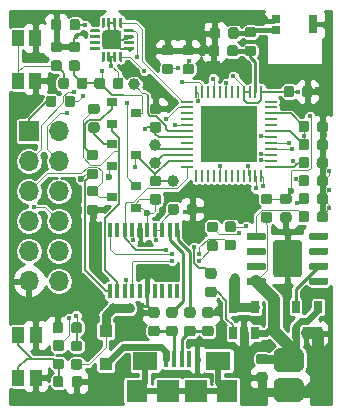
<source format=gbr>
G04 #@! TF.GenerationSoftware,KiCad,Pcbnew,(5.0.1)-3*
G04 #@! TF.CreationDate,2020-01-13T08:35:40-05:00*
G04 #@! TF.ProjectId,SmartWatch,536D61727457617463682E6B69636164,rev?*
G04 #@! TF.SameCoordinates,Original*
G04 #@! TF.FileFunction,Copper,L1,Top,Signal*
G04 #@! TF.FilePolarity,Positive*
%FSLAX46Y46*%
G04 Gerber Fmt 4.6, Leading zero omitted, Abs format (unit mm)*
G04 Created by KiCad (PCBNEW (5.0.1)-3) date 1/13/2020 8:35:40 AM*
%MOMM*%
%LPD*%
G01*
G04 APERTURE LIST*
G04 #@! TA.AperFunction,Conductor*
%ADD10C,0.100000*%
G04 #@! TD*
G04 #@! TA.AperFunction,SMDPad,CuDef*
%ADD11C,0.875000*%
G04 #@! TD*
G04 #@! TA.AperFunction,BGAPad,CuDef*
%ADD12C,1.000000*%
G04 #@! TD*
G04 #@! TA.AperFunction,ComponentPad*
%ADD13R,1.700000X1.700000*%
G04 #@! TD*
G04 #@! TA.AperFunction,ComponentPad*
%ADD14O,1.700000X1.700000*%
G04 #@! TD*
G04 #@! TA.AperFunction,SMDPad,CuDef*
%ADD15R,1.100000X1.100000*%
G04 #@! TD*
G04 #@! TA.AperFunction,SMDPad,CuDef*
%ADD16C,2.410000*%
G04 #@! TD*
G04 #@! TA.AperFunction,ViaPad*
%ADD17C,0.500000*%
G04 #@! TD*
G04 #@! TA.AperFunction,SMDPad,CuDef*
%ADD18C,0.600000*%
G04 #@! TD*
G04 #@! TA.AperFunction,SMDPad,CuDef*
%ADD19R,0.400000X1.200000*%
G04 #@! TD*
G04 #@! TA.AperFunction,SMDPad,CuDef*
%ADD20R,0.900000X0.800000*%
G04 #@! TD*
G04 #@! TA.AperFunction,SMDPad,CuDef*
%ADD21R,0.650000X1.060000*%
G04 #@! TD*
G04 #@! TA.AperFunction,SMDPad,CuDef*
%ADD22R,0.400000X1.350000*%
G04 #@! TD*
G04 #@! TA.AperFunction,SMDPad,CuDef*
%ADD23R,2.100000X1.600000*%
G04 #@! TD*
G04 #@! TA.AperFunction,SMDPad,CuDef*
%ADD24R,1.800000X1.900000*%
G04 #@! TD*
G04 #@! TA.AperFunction,SMDPad,CuDef*
%ADD25R,1.900000X1.900000*%
G04 #@! TD*
G04 #@! TA.AperFunction,SMDPad,CuDef*
%ADD26R,0.800000X0.650000*%
G04 #@! TD*
G04 #@! TA.AperFunction,SMDPad,CuDef*
%ADD27R,0.800000X1.600000*%
G04 #@! TD*
G04 #@! TA.AperFunction,SMDPad,CuDef*
%ADD28C,2.000000*%
G04 #@! TD*
G04 #@! TA.AperFunction,SMDPad,CuDef*
%ADD29R,4.800000X4.800000*%
G04 #@! TD*
G04 #@! TA.AperFunction,SMDPad,CuDef*
%ADD30R,1.000000X0.280000*%
G04 #@! TD*
G04 #@! TA.AperFunction,SMDPad,CuDef*
%ADD31R,0.280000X1.000000*%
G04 #@! TD*
G04 #@! TA.AperFunction,SMDPad,CuDef*
%ADD32C,0.250000*%
G04 #@! TD*
G04 #@! TA.AperFunction,SMDPad,CuDef*
%ADD33C,1.600000*%
G04 #@! TD*
G04 #@! TA.AperFunction,SMDPad,CuDef*
%ADD34R,1.050000X1.400000*%
G04 #@! TD*
G04 #@! TA.AperFunction,ViaPad*
%ADD35C,0.450000*%
G04 #@! TD*
G04 #@! TA.AperFunction,ViaPad*
%ADD36C,0.600000*%
G04 #@! TD*
G04 #@! TA.AperFunction,ViaPad*
%ADD37C,0.800000*%
G04 #@! TD*
G04 #@! TA.AperFunction,Conductor*
%ADD38C,0.150000*%
G04 #@! TD*
G04 #@! TA.AperFunction,Conductor*
%ADD39C,0.400000*%
G04 #@! TD*
G04 #@! TA.AperFunction,Conductor*
%ADD40C,0.250000*%
G04 #@! TD*
G04 #@! TA.AperFunction,Conductor*
%ADD41C,1.000000*%
G04 #@! TD*
G04 #@! TA.AperFunction,Conductor*
%ADD42C,0.750000*%
G04 #@! TD*
G04 #@! TA.AperFunction,Conductor*
%ADD43C,0.125000*%
G04 #@! TD*
G04 #@! TA.AperFunction,Conductor*
%ADD44C,0.600000*%
G04 #@! TD*
G04 #@! TA.AperFunction,Conductor*
%ADD45C,0.500000*%
G04 #@! TD*
G04 #@! TA.AperFunction,Conductor*
%ADD46C,0.254000*%
G04 #@! TD*
G04 APERTURE END LIST*
D10*
G04 #@! TO.N,GND*
G04 #@! TO.C,C7*
G36*
X156614691Y-59990053D02*
X156635926Y-59993203D01*
X156656750Y-59998419D01*
X156676962Y-60005651D01*
X156696368Y-60014830D01*
X156714781Y-60025866D01*
X156732024Y-60038654D01*
X156747930Y-60053070D01*
X156762346Y-60068976D01*
X156775134Y-60086219D01*
X156786170Y-60104632D01*
X156795349Y-60124038D01*
X156802581Y-60144250D01*
X156807797Y-60165074D01*
X156810947Y-60186309D01*
X156812000Y-60207750D01*
X156812000Y-60645250D01*
X156810947Y-60666691D01*
X156807797Y-60687926D01*
X156802581Y-60708750D01*
X156795349Y-60728962D01*
X156786170Y-60748368D01*
X156775134Y-60766781D01*
X156762346Y-60784024D01*
X156747930Y-60799930D01*
X156732024Y-60814346D01*
X156714781Y-60827134D01*
X156696368Y-60838170D01*
X156676962Y-60847349D01*
X156656750Y-60854581D01*
X156635926Y-60859797D01*
X156614691Y-60862947D01*
X156593250Y-60864000D01*
X156080750Y-60864000D01*
X156059309Y-60862947D01*
X156038074Y-60859797D01*
X156017250Y-60854581D01*
X155997038Y-60847349D01*
X155977632Y-60838170D01*
X155959219Y-60827134D01*
X155941976Y-60814346D01*
X155926070Y-60799930D01*
X155911654Y-60784024D01*
X155898866Y-60766781D01*
X155887830Y-60748368D01*
X155878651Y-60728962D01*
X155871419Y-60708750D01*
X155866203Y-60687926D01*
X155863053Y-60666691D01*
X155862000Y-60645250D01*
X155862000Y-60207750D01*
X155863053Y-60186309D01*
X155866203Y-60165074D01*
X155871419Y-60144250D01*
X155878651Y-60124038D01*
X155887830Y-60104632D01*
X155898866Y-60086219D01*
X155911654Y-60068976D01*
X155926070Y-60053070D01*
X155941976Y-60038654D01*
X155959219Y-60025866D01*
X155977632Y-60014830D01*
X155997038Y-60005651D01*
X156017250Y-59998419D01*
X156038074Y-59993203D01*
X156059309Y-59990053D01*
X156080750Y-59989000D01*
X156593250Y-59989000D01*
X156614691Y-59990053D01*
X156614691Y-59990053D01*
G37*
D11*
G04 #@! TD*
G04 #@! TO.P,C7,2*
G04 #@! TO.N,GND*
X156337000Y-60426500D03*
D10*
G04 #@! TO.N,Net-(C7-Pad1)*
G04 #@! TO.C,C7*
G36*
X156614691Y-61565053D02*
X156635926Y-61568203D01*
X156656750Y-61573419D01*
X156676962Y-61580651D01*
X156696368Y-61589830D01*
X156714781Y-61600866D01*
X156732024Y-61613654D01*
X156747930Y-61628070D01*
X156762346Y-61643976D01*
X156775134Y-61661219D01*
X156786170Y-61679632D01*
X156795349Y-61699038D01*
X156802581Y-61719250D01*
X156807797Y-61740074D01*
X156810947Y-61761309D01*
X156812000Y-61782750D01*
X156812000Y-62220250D01*
X156810947Y-62241691D01*
X156807797Y-62262926D01*
X156802581Y-62283750D01*
X156795349Y-62303962D01*
X156786170Y-62323368D01*
X156775134Y-62341781D01*
X156762346Y-62359024D01*
X156747930Y-62374930D01*
X156732024Y-62389346D01*
X156714781Y-62402134D01*
X156696368Y-62413170D01*
X156676962Y-62422349D01*
X156656750Y-62429581D01*
X156635926Y-62434797D01*
X156614691Y-62437947D01*
X156593250Y-62439000D01*
X156080750Y-62439000D01*
X156059309Y-62437947D01*
X156038074Y-62434797D01*
X156017250Y-62429581D01*
X155997038Y-62422349D01*
X155977632Y-62413170D01*
X155959219Y-62402134D01*
X155941976Y-62389346D01*
X155926070Y-62374930D01*
X155911654Y-62359024D01*
X155898866Y-62341781D01*
X155887830Y-62323368D01*
X155878651Y-62303962D01*
X155871419Y-62283750D01*
X155866203Y-62262926D01*
X155863053Y-62241691D01*
X155862000Y-62220250D01*
X155862000Y-61782750D01*
X155863053Y-61761309D01*
X155866203Y-61740074D01*
X155871419Y-61719250D01*
X155878651Y-61699038D01*
X155887830Y-61679632D01*
X155898866Y-61661219D01*
X155911654Y-61643976D01*
X155926070Y-61628070D01*
X155941976Y-61613654D01*
X155959219Y-61600866D01*
X155977632Y-61589830D01*
X155997038Y-61580651D01*
X156017250Y-61573419D01*
X156038074Y-61568203D01*
X156059309Y-61565053D01*
X156080750Y-61564000D01*
X156593250Y-61564000D01*
X156614691Y-61565053D01*
X156614691Y-61565053D01*
G37*
D11*
G04 #@! TD*
G04 #@! TO.P,C7,1*
G04 #@! TO.N,Net-(C7-Pad1)*
X156337000Y-62001500D03*
D10*
G04 #@! TO.N,BAT+*
G04 #@! TO.C,C20*
G36*
X174013691Y-86406053D02*
X174034926Y-86409203D01*
X174055750Y-86414419D01*
X174075962Y-86421651D01*
X174095368Y-86430830D01*
X174113781Y-86441866D01*
X174131024Y-86454654D01*
X174146930Y-86469070D01*
X174161346Y-86484976D01*
X174174134Y-86502219D01*
X174185170Y-86520632D01*
X174194349Y-86540038D01*
X174201581Y-86560250D01*
X174206797Y-86581074D01*
X174209947Y-86602309D01*
X174211000Y-86623750D01*
X174211000Y-87061250D01*
X174209947Y-87082691D01*
X174206797Y-87103926D01*
X174201581Y-87124750D01*
X174194349Y-87144962D01*
X174185170Y-87164368D01*
X174174134Y-87182781D01*
X174161346Y-87200024D01*
X174146930Y-87215930D01*
X174131024Y-87230346D01*
X174113781Y-87243134D01*
X174095368Y-87254170D01*
X174075962Y-87263349D01*
X174055750Y-87270581D01*
X174034926Y-87275797D01*
X174013691Y-87278947D01*
X173992250Y-87280000D01*
X173479750Y-87280000D01*
X173458309Y-87278947D01*
X173437074Y-87275797D01*
X173416250Y-87270581D01*
X173396038Y-87263349D01*
X173376632Y-87254170D01*
X173358219Y-87243134D01*
X173340976Y-87230346D01*
X173325070Y-87215930D01*
X173310654Y-87200024D01*
X173297866Y-87182781D01*
X173286830Y-87164368D01*
X173277651Y-87144962D01*
X173270419Y-87124750D01*
X173265203Y-87103926D01*
X173262053Y-87082691D01*
X173261000Y-87061250D01*
X173261000Y-86623750D01*
X173262053Y-86602309D01*
X173265203Y-86581074D01*
X173270419Y-86560250D01*
X173277651Y-86540038D01*
X173286830Y-86520632D01*
X173297866Y-86502219D01*
X173310654Y-86484976D01*
X173325070Y-86469070D01*
X173340976Y-86454654D01*
X173358219Y-86441866D01*
X173376632Y-86430830D01*
X173396038Y-86421651D01*
X173416250Y-86414419D01*
X173437074Y-86409203D01*
X173458309Y-86406053D01*
X173479750Y-86405000D01*
X173992250Y-86405000D01*
X174013691Y-86406053D01*
X174013691Y-86406053D01*
G37*
D11*
G04 #@! TD*
G04 #@! TO.P,C20,1*
G04 #@! TO.N,BAT+*
X173736000Y-86842500D03*
D10*
G04 #@! TO.N,GND*
G04 #@! TO.C,C20*
G36*
X174013691Y-87981053D02*
X174034926Y-87984203D01*
X174055750Y-87989419D01*
X174075962Y-87996651D01*
X174095368Y-88005830D01*
X174113781Y-88016866D01*
X174131024Y-88029654D01*
X174146930Y-88044070D01*
X174161346Y-88059976D01*
X174174134Y-88077219D01*
X174185170Y-88095632D01*
X174194349Y-88115038D01*
X174201581Y-88135250D01*
X174206797Y-88156074D01*
X174209947Y-88177309D01*
X174211000Y-88198750D01*
X174211000Y-88636250D01*
X174209947Y-88657691D01*
X174206797Y-88678926D01*
X174201581Y-88699750D01*
X174194349Y-88719962D01*
X174185170Y-88739368D01*
X174174134Y-88757781D01*
X174161346Y-88775024D01*
X174146930Y-88790930D01*
X174131024Y-88805346D01*
X174113781Y-88818134D01*
X174095368Y-88829170D01*
X174075962Y-88838349D01*
X174055750Y-88845581D01*
X174034926Y-88850797D01*
X174013691Y-88853947D01*
X173992250Y-88855000D01*
X173479750Y-88855000D01*
X173458309Y-88853947D01*
X173437074Y-88850797D01*
X173416250Y-88845581D01*
X173396038Y-88838349D01*
X173376632Y-88829170D01*
X173358219Y-88818134D01*
X173340976Y-88805346D01*
X173325070Y-88790930D01*
X173310654Y-88775024D01*
X173297866Y-88757781D01*
X173286830Y-88739368D01*
X173277651Y-88719962D01*
X173270419Y-88699750D01*
X173265203Y-88678926D01*
X173262053Y-88657691D01*
X173261000Y-88636250D01*
X173261000Y-88198750D01*
X173262053Y-88177309D01*
X173265203Y-88156074D01*
X173270419Y-88135250D01*
X173277651Y-88115038D01*
X173286830Y-88095632D01*
X173297866Y-88077219D01*
X173310654Y-88059976D01*
X173325070Y-88044070D01*
X173340976Y-88029654D01*
X173358219Y-88016866D01*
X173376632Y-88005830D01*
X173396038Y-87996651D01*
X173416250Y-87989419D01*
X173437074Y-87984203D01*
X173458309Y-87981053D01*
X173479750Y-87980000D01*
X173992250Y-87980000D01*
X174013691Y-87981053D01*
X174013691Y-87981053D01*
G37*
D11*
G04 #@! TD*
G04 #@! TO.P,C20,2*
G04 #@! TO.N,GND*
X173736000Y-88417500D03*
D10*
G04 #@! TO.N,GND*
G04 #@! TO.C,C12*
G36*
X169990191Y-58776053D02*
X170011426Y-58779203D01*
X170032250Y-58784419D01*
X170052462Y-58791651D01*
X170071868Y-58800830D01*
X170090281Y-58811866D01*
X170107524Y-58824654D01*
X170123430Y-58839070D01*
X170137846Y-58854976D01*
X170150634Y-58872219D01*
X170161670Y-58890632D01*
X170170849Y-58910038D01*
X170178081Y-58930250D01*
X170183297Y-58951074D01*
X170186447Y-58972309D01*
X170187500Y-58993750D01*
X170187500Y-59506250D01*
X170186447Y-59527691D01*
X170183297Y-59548926D01*
X170178081Y-59569750D01*
X170170849Y-59589962D01*
X170161670Y-59609368D01*
X170150634Y-59627781D01*
X170137846Y-59645024D01*
X170123430Y-59660930D01*
X170107524Y-59675346D01*
X170090281Y-59688134D01*
X170071868Y-59699170D01*
X170052462Y-59708349D01*
X170032250Y-59715581D01*
X170011426Y-59720797D01*
X169990191Y-59723947D01*
X169968750Y-59725000D01*
X169531250Y-59725000D01*
X169509809Y-59723947D01*
X169488574Y-59720797D01*
X169467750Y-59715581D01*
X169447538Y-59708349D01*
X169428132Y-59699170D01*
X169409719Y-59688134D01*
X169392476Y-59675346D01*
X169376570Y-59660930D01*
X169362154Y-59645024D01*
X169349366Y-59627781D01*
X169338330Y-59609368D01*
X169329151Y-59589962D01*
X169321919Y-59569750D01*
X169316703Y-59548926D01*
X169313553Y-59527691D01*
X169312500Y-59506250D01*
X169312500Y-58993750D01*
X169313553Y-58972309D01*
X169316703Y-58951074D01*
X169321919Y-58930250D01*
X169329151Y-58910038D01*
X169338330Y-58890632D01*
X169349366Y-58872219D01*
X169362154Y-58854976D01*
X169376570Y-58839070D01*
X169392476Y-58824654D01*
X169409719Y-58811866D01*
X169428132Y-58800830D01*
X169447538Y-58791651D01*
X169467750Y-58784419D01*
X169488574Y-58779203D01*
X169509809Y-58776053D01*
X169531250Y-58775000D01*
X169968750Y-58775000D01*
X169990191Y-58776053D01*
X169990191Y-58776053D01*
G37*
D11*
G04 #@! TD*
G04 #@! TO.P,C12,2*
G04 #@! TO.N,GND*
X169750000Y-59250000D03*
D10*
G04 #@! TO.N,Net-(ANT1-PadFEED)*
G04 #@! TO.C,C12*
G36*
X171565191Y-58776053D02*
X171586426Y-58779203D01*
X171607250Y-58784419D01*
X171627462Y-58791651D01*
X171646868Y-58800830D01*
X171665281Y-58811866D01*
X171682524Y-58824654D01*
X171698430Y-58839070D01*
X171712846Y-58854976D01*
X171725634Y-58872219D01*
X171736670Y-58890632D01*
X171745849Y-58910038D01*
X171753081Y-58930250D01*
X171758297Y-58951074D01*
X171761447Y-58972309D01*
X171762500Y-58993750D01*
X171762500Y-59506250D01*
X171761447Y-59527691D01*
X171758297Y-59548926D01*
X171753081Y-59569750D01*
X171745849Y-59589962D01*
X171736670Y-59609368D01*
X171725634Y-59627781D01*
X171712846Y-59645024D01*
X171698430Y-59660930D01*
X171682524Y-59675346D01*
X171665281Y-59688134D01*
X171646868Y-59699170D01*
X171627462Y-59708349D01*
X171607250Y-59715581D01*
X171586426Y-59720797D01*
X171565191Y-59723947D01*
X171543750Y-59725000D01*
X171106250Y-59725000D01*
X171084809Y-59723947D01*
X171063574Y-59720797D01*
X171042750Y-59715581D01*
X171022538Y-59708349D01*
X171003132Y-59699170D01*
X170984719Y-59688134D01*
X170967476Y-59675346D01*
X170951570Y-59660930D01*
X170937154Y-59645024D01*
X170924366Y-59627781D01*
X170913330Y-59609368D01*
X170904151Y-59589962D01*
X170896919Y-59569750D01*
X170891703Y-59548926D01*
X170888553Y-59527691D01*
X170887500Y-59506250D01*
X170887500Y-58993750D01*
X170888553Y-58972309D01*
X170891703Y-58951074D01*
X170896919Y-58930250D01*
X170904151Y-58910038D01*
X170913330Y-58890632D01*
X170924366Y-58872219D01*
X170937154Y-58854976D01*
X170951570Y-58839070D01*
X170967476Y-58824654D01*
X170984719Y-58811866D01*
X171003132Y-58800830D01*
X171022538Y-58791651D01*
X171042750Y-58784419D01*
X171063574Y-58779203D01*
X171084809Y-58776053D01*
X171106250Y-58775000D01*
X171543750Y-58775000D01*
X171565191Y-58776053D01*
X171565191Y-58776053D01*
G37*
D11*
G04 #@! TD*
G04 #@! TO.P,C12,1*
G04 #@! TO.N,Net-(ANT1-PadFEED)*
X171325000Y-59250000D03*
D12*
G04 #@! TO.P,J6,1*
G04 #@! TO.N,/ESP32 Pico D4/IO12*
X162900000Y-63600000D03*
G04 #@! TD*
G04 #@! TO.P,J5,1*
G04 #@! TO.N,/ESP32 Pico D4/IO15*
X164719000Y-68707000D03*
G04 #@! TD*
G04 #@! TO.P,J4,1*
G04 #@! TO.N,/ESP32 Pico D4/IO2*
X164719000Y-70231000D03*
G04 #@! TD*
G04 #@! TO.P,J3,1*
G04 #@! TO.N,/ESP32 Pico D4/IO0*
X166243000Y-71755000D03*
G04 #@! TD*
D10*
G04 #@! TO.N,GND*
G04 #@! TO.C,R16*
G36*
X159677691Y-73782553D02*
X159698926Y-73785703D01*
X159719750Y-73790919D01*
X159739962Y-73798151D01*
X159759368Y-73807330D01*
X159777781Y-73818366D01*
X159795024Y-73831154D01*
X159810930Y-73845570D01*
X159825346Y-73861476D01*
X159838134Y-73878719D01*
X159849170Y-73897132D01*
X159858349Y-73916538D01*
X159865581Y-73936750D01*
X159870797Y-73957574D01*
X159873947Y-73978809D01*
X159875000Y-74000250D01*
X159875000Y-74437750D01*
X159873947Y-74459191D01*
X159870797Y-74480426D01*
X159865581Y-74501250D01*
X159858349Y-74521462D01*
X159849170Y-74540868D01*
X159838134Y-74559281D01*
X159825346Y-74576524D01*
X159810930Y-74592430D01*
X159795024Y-74606846D01*
X159777781Y-74619634D01*
X159759368Y-74630670D01*
X159739962Y-74639849D01*
X159719750Y-74647081D01*
X159698926Y-74652297D01*
X159677691Y-74655447D01*
X159656250Y-74656500D01*
X159143750Y-74656500D01*
X159122309Y-74655447D01*
X159101074Y-74652297D01*
X159080250Y-74647081D01*
X159060038Y-74639849D01*
X159040632Y-74630670D01*
X159022219Y-74619634D01*
X159004976Y-74606846D01*
X158989070Y-74592430D01*
X158974654Y-74576524D01*
X158961866Y-74559281D01*
X158950830Y-74540868D01*
X158941651Y-74521462D01*
X158934419Y-74501250D01*
X158929203Y-74480426D01*
X158926053Y-74459191D01*
X158925000Y-74437750D01*
X158925000Y-74000250D01*
X158926053Y-73978809D01*
X158929203Y-73957574D01*
X158934419Y-73936750D01*
X158941651Y-73916538D01*
X158950830Y-73897132D01*
X158961866Y-73878719D01*
X158974654Y-73861476D01*
X158989070Y-73845570D01*
X159004976Y-73831154D01*
X159022219Y-73818366D01*
X159040632Y-73807330D01*
X159060038Y-73798151D01*
X159080250Y-73790919D01*
X159101074Y-73785703D01*
X159122309Y-73782553D01*
X159143750Y-73781500D01*
X159656250Y-73781500D01*
X159677691Y-73782553D01*
X159677691Y-73782553D01*
G37*
D11*
G04 #@! TD*
G04 #@! TO.P,R16,1*
G04 #@! TO.N,GND*
X159400000Y-74219000D03*
D10*
G04 #@! TO.N,/LCD_LED*
G04 #@! TO.C,R16*
G36*
X159677691Y-72207553D02*
X159698926Y-72210703D01*
X159719750Y-72215919D01*
X159739962Y-72223151D01*
X159759368Y-72232330D01*
X159777781Y-72243366D01*
X159795024Y-72256154D01*
X159810930Y-72270570D01*
X159825346Y-72286476D01*
X159838134Y-72303719D01*
X159849170Y-72322132D01*
X159858349Y-72341538D01*
X159865581Y-72361750D01*
X159870797Y-72382574D01*
X159873947Y-72403809D01*
X159875000Y-72425250D01*
X159875000Y-72862750D01*
X159873947Y-72884191D01*
X159870797Y-72905426D01*
X159865581Y-72926250D01*
X159858349Y-72946462D01*
X159849170Y-72965868D01*
X159838134Y-72984281D01*
X159825346Y-73001524D01*
X159810930Y-73017430D01*
X159795024Y-73031846D01*
X159777781Y-73044634D01*
X159759368Y-73055670D01*
X159739962Y-73064849D01*
X159719750Y-73072081D01*
X159698926Y-73077297D01*
X159677691Y-73080447D01*
X159656250Y-73081500D01*
X159143750Y-73081500D01*
X159122309Y-73080447D01*
X159101074Y-73077297D01*
X159080250Y-73072081D01*
X159060038Y-73064849D01*
X159040632Y-73055670D01*
X159022219Y-73044634D01*
X159004976Y-73031846D01*
X158989070Y-73017430D01*
X158974654Y-73001524D01*
X158961866Y-72984281D01*
X158950830Y-72965868D01*
X158941651Y-72946462D01*
X158934419Y-72926250D01*
X158929203Y-72905426D01*
X158926053Y-72884191D01*
X158925000Y-72862750D01*
X158925000Y-72425250D01*
X158926053Y-72403809D01*
X158929203Y-72382574D01*
X158934419Y-72361750D01*
X158941651Y-72341538D01*
X158950830Y-72322132D01*
X158961866Y-72303719D01*
X158974654Y-72286476D01*
X158989070Y-72270570D01*
X159004976Y-72256154D01*
X159022219Y-72243366D01*
X159040632Y-72232330D01*
X159060038Y-72223151D01*
X159080250Y-72215919D01*
X159101074Y-72210703D01*
X159122309Y-72207553D01*
X159143750Y-72206500D01*
X159656250Y-72206500D01*
X159677691Y-72207553D01*
X159677691Y-72207553D01*
G37*
D11*
G04 #@! TD*
G04 #@! TO.P,R16,2*
G04 #@! TO.N,/LCD_LED*
X159400000Y-72644000D03*
D10*
G04 #@! TO.N,+3V3*
G04 #@! TO.C,C19*
G36*
X177532191Y-68233053D02*
X177553426Y-68236203D01*
X177574250Y-68241419D01*
X177594462Y-68248651D01*
X177613868Y-68257830D01*
X177632281Y-68268866D01*
X177649524Y-68281654D01*
X177665430Y-68296070D01*
X177679846Y-68311976D01*
X177692634Y-68329219D01*
X177703670Y-68347632D01*
X177712849Y-68367038D01*
X177720081Y-68387250D01*
X177725297Y-68408074D01*
X177728447Y-68429309D01*
X177729500Y-68450750D01*
X177729500Y-68963250D01*
X177728447Y-68984691D01*
X177725297Y-69005926D01*
X177720081Y-69026750D01*
X177712849Y-69046962D01*
X177703670Y-69066368D01*
X177692634Y-69084781D01*
X177679846Y-69102024D01*
X177665430Y-69117930D01*
X177649524Y-69132346D01*
X177632281Y-69145134D01*
X177613868Y-69156170D01*
X177594462Y-69165349D01*
X177574250Y-69172581D01*
X177553426Y-69177797D01*
X177532191Y-69180947D01*
X177510750Y-69182000D01*
X177073250Y-69182000D01*
X177051809Y-69180947D01*
X177030574Y-69177797D01*
X177009750Y-69172581D01*
X176989538Y-69165349D01*
X176970132Y-69156170D01*
X176951719Y-69145134D01*
X176934476Y-69132346D01*
X176918570Y-69117930D01*
X176904154Y-69102024D01*
X176891366Y-69084781D01*
X176880330Y-69066368D01*
X176871151Y-69046962D01*
X176863919Y-69026750D01*
X176858703Y-69005926D01*
X176855553Y-68984691D01*
X176854500Y-68963250D01*
X176854500Y-68450750D01*
X176855553Y-68429309D01*
X176858703Y-68408074D01*
X176863919Y-68387250D01*
X176871151Y-68367038D01*
X176880330Y-68347632D01*
X176891366Y-68329219D01*
X176904154Y-68311976D01*
X176918570Y-68296070D01*
X176934476Y-68281654D01*
X176951719Y-68268866D01*
X176970132Y-68257830D01*
X176989538Y-68248651D01*
X177009750Y-68241419D01*
X177030574Y-68236203D01*
X177051809Y-68233053D01*
X177073250Y-68232000D01*
X177510750Y-68232000D01*
X177532191Y-68233053D01*
X177532191Y-68233053D01*
G37*
D11*
G04 #@! TD*
G04 #@! TO.P,C19,1*
G04 #@! TO.N,+3V3*
X177292000Y-68707000D03*
D10*
G04 #@! TO.N,GND*
G04 #@! TO.C,C19*
G36*
X179107191Y-68233053D02*
X179128426Y-68236203D01*
X179149250Y-68241419D01*
X179169462Y-68248651D01*
X179188868Y-68257830D01*
X179207281Y-68268866D01*
X179224524Y-68281654D01*
X179240430Y-68296070D01*
X179254846Y-68311976D01*
X179267634Y-68329219D01*
X179278670Y-68347632D01*
X179287849Y-68367038D01*
X179295081Y-68387250D01*
X179300297Y-68408074D01*
X179303447Y-68429309D01*
X179304500Y-68450750D01*
X179304500Y-68963250D01*
X179303447Y-68984691D01*
X179300297Y-69005926D01*
X179295081Y-69026750D01*
X179287849Y-69046962D01*
X179278670Y-69066368D01*
X179267634Y-69084781D01*
X179254846Y-69102024D01*
X179240430Y-69117930D01*
X179224524Y-69132346D01*
X179207281Y-69145134D01*
X179188868Y-69156170D01*
X179169462Y-69165349D01*
X179149250Y-69172581D01*
X179128426Y-69177797D01*
X179107191Y-69180947D01*
X179085750Y-69182000D01*
X178648250Y-69182000D01*
X178626809Y-69180947D01*
X178605574Y-69177797D01*
X178584750Y-69172581D01*
X178564538Y-69165349D01*
X178545132Y-69156170D01*
X178526719Y-69145134D01*
X178509476Y-69132346D01*
X178493570Y-69117930D01*
X178479154Y-69102024D01*
X178466366Y-69084781D01*
X178455330Y-69066368D01*
X178446151Y-69046962D01*
X178438919Y-69026750D01*
X178433703Y-69005926D01*
X178430553Y-68984691D01*
X178429500Y-68963250D01*
X178429500Y-68450750D01*
X178430553Y-68429309D01*
X178433703Y-68408074D01*
X178438919Y-68387250D01*
X178446151Y-68367038D01*
X178455330Y-68347632D01*
X178466366Y-68329219D01*
X178479154Y-68311976D01*
X178493570Y-68296070D01*
X178509476Y-68281654D01*
X178526719Y-68268866D01*
X178545132Y-68257830D01*
X178564538Y-68248651D01*
X178584750Y-68241419D01*
X178605574Y-68236203D01*
X178626809Y-68233053D01*
X178648250Y-68232000D01*
X179085750Y-68232000D01*
X179107191Y-68233053D01*
X179107191Y-68233053D01*
G37*
D11*
G04 #@! TD*
G04 #@! TO.P,C19,2*
G04 #@! TO.N,GND*
X178867000Y-68707000D03*
D10*
G04 #@! TO.N,GND*
G04 #@! TO.C,C18*
G36*
X179107191Y-66709053D02*
X179128426Y-66712203D01*
X179149250Y-66717419D01*
X179169462Y-66724651D01*
X179188868Y-66733830D01*
X179207281Y-66744866D01*
X179224524Y-66757654D01*
X179240430Y-66772070D01*
X179254846Y-66787976D01*
X179267634Y-66805219D01*
X179278670Y-66823632D01*
X179287849Y-66843038D01*
X179295081Y-66863250D01*
X179300297Y-66884074D01*
X179303447Y-66905309D01*
X179304500Y-66926750D01*
X179304500Y-67439250D01*
X179303447Y-67460691D01*
X179300297Y-67481926D01*
X179295081Y-67502750D01*
X179287849Y-67522962D01*
X179278670Y-67542368D01*
X179267634Y-67560781D01*
X179254846Y-67578024D01*
X179240430Y-67593930D01*
X179224524Y-67608346D01*
X179207281Y-67621134D01*
X179188868Y-67632170D01*
X179169462Y-67641349D01*
X179149250Y-67648581D01*
X179128426Y-67653797D01*
X179107191Y-67656947D01*
X179085750Y-67658000D01*
X178648250Y-67658000D01*
X178626809Y-67656947D01*
X178605574Y-67653797D01*
X178584750Y-67648581D01*
X178564538Y-67641349D01*
X178545132Y-67632170D01*
X178526719Y-67621134D01*
X178509476Y-67608346D01*
X178493570Y-67593930D01*
X178479154Y-67578024D01*
X178466366Y-67560781D01*
X178455330Y-67542368D01*
X178446151Y-67522962D01*
X178438919Y-67502750D01*
X178433703Y-67481926D01*
X178430553Y-67460691D01*
X178429500Y-67439250D01*
X178429500Y-66926750D01*
X178430553Y-66905309D01*
X178433703Y-66884074D01*
X178438919Y-66863250D01*
X178446151Y-66843038D01*
X178455330Y-66823632D01*
X178466366Y-66805219D01*
X178479154Y-66787976D01*
X178493570Y-66772070D01*
X178509476Y-66757654D01*
X178526719Y-66744866D01*
X178545132Y-66733830D01*
X178564538Y-66724651D01*
X178584750Y-66717419D01*
X178605574Y-66712203D01*
X178626809Y-66709053D01*
X178648250Y-66708000D01*
X179085750Y-66708000D01*
X179107191Y-66709053D01*
X179107191Y-66709053D01*
G37*
D11*
G04 #@! TD*
G04 #@! TO.P,C18,2*
G04 #@! TO.N,GND*
X178867000Y-67183000D03*
D10*
G04 #@! TO.N,+3V3*
G04 #@! TO.C,C18*
G36*
X177532191Y-66709053D02*
X177553426Y-66712203D01*
X177574250Y-66717419D01*
X177594462Y-66724651D01*
X177613868Y-66733830D01*
X177632281Y-66744866D01*
X177649524Y-66757654D01*
X177665430Y-66772070D01*
X177679846Y-66787976D01*
X177692634Y-66805219D01*
X177703670Y-66823632D01*
X177712849Y-66843038D01*
X177720081Y-66863250D01*
X177725297Y-66884074D01*
X177728447Y-66905309D01*
X177729500Y-66926750D01*
X177729500Y-67439250D01*
X177728447Y-67460691D01*
X177725297Y-67481926D01*
X177720081Y-67502750D01*
X177712849Y-67522962D01*
X177703670Y-67542368D01*
X177692634Y-67560781D01*
X177679846Y-67578024D01*
X177665430Y-67593930D01*
X177649524Y-67608346D01*
X177632281Y-67621134D01*
X177613868Y-67632170D01*
X177594462Y-67641349D01*
X177574250Y-67648581D01*
X177553426Y-67653797D01*
X177532191Y-67656947D01*
X177510750Y-67658000D01*
X177073250Y-67658000D01*
X177051809Y-67656947D01*
X177030574Y-67653797D01*
X177009750Y-67648581D01*
X176989538Y-67641349D01*
X176970132Y-67632170D01*
X176951719Y-67621134D01*
X176934476Y-67608346D01*
X176918570Y-67593930D01*
X176904154Y-67578024D01*
X176891366Y-67560781D01*
X176880330Y-67542368D01*
X176871151Y-67522962D01*
X176863919Y-67502750D01*
X176858703Y-67481926D01*
X176855553Y-67460691D01*
X176854500Y-67439250D01*
X176854500Y-66926750D01*
X176855553Y-66905309D01*
X176858703Y-66884074D01*
X176863919Y-66863250D01*
X176871151Y-66843038D01*
X176880330Y-66823632D01*
X176891366Y-66805219D01*
X176904154Y-66787976D01*
X176918570Y-66772070D01*
X176934476Y-66757654D01*
X176951719Y-66744866D01*
X176970132Y-66733830D01*
X176989538Y-66724651D01*
X177009750Y-66717419D01*
X177030574Y-66712203D01*
X177051809Y-66709053D01*
X177073250Y-66708000D01*
X177510750Y-66708000D01*
X177532191Y-66709053D01*
X177532191Y-66709053D01*
G37*
D11*
G04 #@! TD*
G04 #@! TO.P,C18,1*
G04 #@! TO.N,+3V3*
X177292000Y-67183000D03*
D10*
G04 #@! TO.N,+3V3*
G04 #@! TO.C,C17*
G36*
X164996691Y-66797553D02*
X165017926Y-66800703D01*
X165038750Y-66805919D01*
X165058962Y-66813151D01*
X165078368Y-66822330D01*
X165096781Y-66833366D01*
X165114024Y-66846154D01*
X165129930Y-66860570D01*
X165144346Y-66876476D01*
X165157134Y-66893719D01*
X165168170Y-66912132D01*
X165177349Y-66931538D01*
X165184581Y-66951750D01*
X165189797Y-66972574D01*
X165192947Y-66993809D01*
X165194000Y-67015250D01*
X165194000Y-67452750D01*
X165192947Y-67474191D01*
X165189797Y-67495426D01*
X165184581Y-67516250D01*
X165177349Y-67536462D01*
X165168170Y-67555868D01*
X165157134Y-67574281D01*
X165144346Y-67591524D01*
X165129930Y-67607430D01*
X165114024Y-67621846D01*
X165096781Y-67634634D01*
X165078368Y-67645670D01*
X165058962Y-67654849D01*
X165038750Y-67662081D01*
X165017926Y-67667297D01*
X164996691Y-67670447D01*
X164975250Y-67671500D01*
X164462750Y-67671500D01*
X164441309Y-67670447D01*
X164420074Y-67667297D01*
X164399250Y-67662081D01*
X164379038Y-67654849D01*
X164359632Y-67645670D01*
X164341219Y-67634634D01*
X164323976Y-67621846D01*
X164308070Y-67607430D01*
X164293654Y-67591524D01*
X164280866Y-67574281D01*
X164269830Y-67555868D01*
X164260651Y-67536462D01*
X164253419Y-67516250D01*
X164248203Y-67495426D01*
X164245053Y-67474191D01*
X164244000Y-67452750D01*
X164244000Y-67015250D01*
X164245053Y-66993809D01*
X164248203Y-66972574D01*
X164253419Y-66951750D01*
X164260651Y-66931538D01*
X164269830Y-66912132D01*
X164280866Y-66893719D01*
X164293654Y-66876476D01*
X164308070Y-66860570D01*
X164323976Y-66846154D01*
X164341219Y-66833366D01*
X164359632Y-66822330D01*
X164379038Y-66813151D01*
X164399250Y-66805919D01*
X164420074Y-66800703D01*
X164441309Y-66797553D01*
X164462750Y-66796500D01*
X164975250Y-66796500D01*
X164996691Y-66797553D01*
X164996691Y-66797553D01*
G37*
D11*
G04 #@! TD*
G04 #@! TO.P,C17,1*
G04 #@! TO.N,+3V3*
X164719000Y-67234000D03*
D10*
G04 #@! TO.N,GND*
G04 #@! TO.C,C17*
G36*
X164996691Y-65222553D02*
X165017926Y-65225703D01*
X165038750Y-65230919D01*
X165058962Y-65238151D01*
X165078368Y-65247330D01*
X165096781Y-65258366D01*
X165114024Y-65271154D01*
X165129930Y-65285570D01*
X165144346Y-65301476D01*
X165157134Y-65318719D01*
X165168170Y-65337132D01*
X165177349Y-65356538D01*
X165184581Y-65376750D01*
X165189797Y-65397574D01*
X165192947Y-65418809D01*
X165194000Y-65440250D01*
X165194000Y-65877750D01*
X165192947Y-65899191D01*
X165189797Y-65920426D01*
X165184581Y-65941250D01*
X165177349Y-65961462D01*
X165168170Y-65980868D01*
X165157134Y-65999281D01*
X165144346Y-66016524D01*
X165129930Y-66032430D01*
X165114024Y-66046846D01*
X165096781Y-66059634D01*
X165078368Y-66070670D01*
X165058962Y-66079849D01*
X165038750Y-66087081D01*
X165017926Y-66092297D01*
X164996691Y-66095447D01*
X164975250Y-66096500D01*
X164462750Y-66096500D01*
X164441309Y-66095447D01*
X164420074Y-66092297D01*
X164399250Y-66087081D01*
X164379038Y-66079849D01*
X164359632Y-66070670D01*
X164341219Y-66059634D01*
X164323976Y-66046846D01*
X164308070Y-66032430D01*
X164293654Y-66016524D01*
X164280866Y-65999281D01*
X164269830Y-65980868D01*
X164260651Y-65961462D01*
X164253419Y-65941250D01*
X164248203Y-65920426D01*
X164245053Y-65899191D01*
X164244000Y-65877750D01*
X164244000Y-65440250D01*
X164245053Y-65418809D01*
X164248203Y-65397574D01*
X164253419Y-65376750D01*
X164260651Y-65356538D01*
X164269830Y-65337132D01*
X164280866Y-65318719D01*
X164293654Y-65301476D01*
X164308070Y-65285570D01*
X164323976Y-65271154D01*
X164341219Y-65258366D01*
X164359632Y-65247330D01*
X164379038Y-65238151D01*
X164399250Y-65230919D01*
X164420074Y-65225703D01*
X164441309Y-65222553D01*
X164462750Y-65221500D01*
X164975250Y-65221500D01*
X164996691Y-65222553D01*
X164996691Y-65222553D01*
G37*
D11*
G04 #@! TD*
G04 #@! TO.P,C17,2*
G04 #@! TO.N,GND*
X164719000Y-65659000D03*
D10*
G04 #@! TO.N,GND*
G04 #@! TO.C,C16*
G36*
X156551691Y-58073053D02*
X156572926Y-58076203D01*
X156593750Y-58081419D01*
X156613962Y-58088651D01*
X156633368Y-58097830D01*
X156651781Y-58108866D01*
X156669024Y-58121654D01*
X156684930Y-58136070D01*
X156699346Y-58151976D01*
X156712134Y-58169219D01*
X156723170Y-58187632D01*
X156732349Y-58207038D01*
X156739581Y-58227250D01*
X156744797Y-58248074D01*
X156747947Y-58269309D01*
X156749000Y-58290750D01*
X156749000Y-58803250D01*
X156747947Y-58824691D01*
X156744797Y-58845926D01*
X156739581Y-58866750D01*
X156732349Y-58886962D01*
X156723170Y-58906368D01*
X156712134Y-58924781D01*
X156699346Y-58942024D01*
X156684930Y-58957930D01*
X156669024Y-58972346D01*
X156651781Y-58985134D01*
X156633368Y-58996170D01*
X156613962Y-59005349D01*
X156593750Y-59012581D01*
X156572926Y-59017797D01*
X156551691Y-59020947D01*
X156530250Y-59022000D01*
X156092750Y-59022000D01*
X156071309Y-59020947D01*
X156050074Y-59017797D01*
X156029250Y-59012581D01*
X156009038Y-59005349D01*
X155989632Y-58996170D01*
X155971219Y-58985134D01*
X155953976Y-58972346D01*
X155938070Y-58957930D01*
X155923654Y-58942024D01*
X155910866Y-58924781D01*
X155899830Y-58906368D01*
X155890651Y-58886962D01*
X155883419Y-58866750D01*
X155878203Y-58845926D01*
X155875053Y-58824691D01*
X155874000Y-58803250D01*
X155874000Y-58290750D01*
X155875053Y-58269309D01*
X155878203Y-58248074D01*
X155883419Y-58227250D01*
X155890651Y-58207038D01*
X155899830Y-58187632D01*
X155910866Y-58169219D01*
X155923654Y-58151976D01*
X155938070Y-58136070D01*
X155953976Y-58121654D01*
X155971219Y-58108866D01*
X155989632Y-58097830D01*
X156009038Y-58088651D01*
X156029250Y-58081419D01*
X156050074Y-58076203D01*
X156071309Y-58073053D01*
X156092750Y-58072000D01*
X156530250Y-58072000D01*
X156551691Y-58073053D01*
X156551691Y-58073053D01*
G37*
D11*
G04 #@! TD*
G04 #@! TO.P,C16,2*
G04 #@! TO.N,GND*
X156311500Y-58547000D03*
D10*
G04 #@! TO.N,+3V3*
G04 #@! TO.C,C16*
G36*
X158126691Y-58073053D02*
X158147926Y-58076203D01*
X158168750Y-58081419D01*
X158188962Y-58088651D01*
X158208368Y-58097830D01*
X158226781Y-58108866D01*
X158244024Y-58121654D01*
X158259930Y-58136070D01*
X158274346Y-58151976D01*
X158287134Y-58169219D01*
X158298170Y-58187632D01*
X158307349Y-58207038D01*
X158314581Y-58227250D01*
X158319797Y-58248074D01*
X158322947Y-58269309D01*
X158324000Y-58290750D01*
X158324000Y-58803250D01*
X158322947Y-58824691D01*
X158319797Y-58845926D01*
X158314581Y-58866750D01*
X158307349Y-58886962D01*
X158298170Y-58906368D01*
X158287134Y-58924781D01*
X158274346Y-58942024D01*
X158259930Y-58957930D01*
X158244024Y-58972346D01*
X158226781Y-58985134D01*
X158208368Y-58996170D01*
X158188962Y-59005349D01*
X158168750Y-59012581D01*
X158147926Y-59017797D01*
X158126691Y-59020947D01*
X158105250Y-59022000D01*
X157667750Y-59022000D01*
X157646309Y-59020947D01*
X157625074Y-59017797D01*
X157604250Y-59012581D01*
X157584038Y-59005349D01*
X157564632Y-58996170D01*
X157546219Y-58985134D01*
X157528976Y-58972346D01*
X157513070Y-58957930D01*
X157498654Y-58942024D01*
X157485866Y-58924781D01*
X157474830Y-58906368D01*
X157465651Y-58886962D01*
X157458419Y-58866750D01*
X157453203Y-58845926D01*
X157450053Y-58824691D01*
X157449000Y-58803250D01*
X157449000Y-58290750D01*
X157450053Y-58269309D01*
X157453203Y-58248074D01*
X157458419Y-58227250D01*
X157465651Y-58207038D01*
X157474830Y-58187632D01*
X157485866Y-58169219D01*
X157498654Y-58151976D01*
X157513070Y-58136070D01*
X157528976Y-58121654D01*
X157546219Y-58108866D01*
X157564632Y-58097830D01*
X157584038Y-58088651D01*
X157604250Y-58081419D01*
X157625074Y-58076203D01*
X157646309Y-58073053D01*
X157667750Y-58072000D01*
X158105250Y-58072000D01*
X158126691Y-58073053D01*
X158126691Y-58073053D01*
G37*
D11*
G04 #@! TD*
G04 #@! TO.P,C16,1*
G04 #@! TO.N,+3V3*
X157886500Y-58547000D03*
D10*
G04 #@! TO.N,/ESP32 Pico D4/EN*
G04 #@! TO.C,C15*
G36*
X158138691Y-61565053D02*
X158159926Y-61568203D01*
X158180750Y-61573419D01*
X158200962Y-61580651D01*
X158220368Y-61589830D01*
X158238781Y-61600866D01*
X158256024Y-61613654D01*
X158271930Y-61628070D01*
X158286346Y-61643976D01*
X158299134Y-61661219D01*
X158310170Y-61679632D01*
X158319349Y-61699038D01*
X158326581Y-61719250D01*
X158331797Y-61740074D01*
X158334947Y-61761309D01*
X158336000Y-61782750D01*
X158336000Y-62220250D01*
X158334947Y-62241691D01*
X158331797Y-62262926D01*
X158326581Y-62283750D01*
X158319349Y-62303962D01*
X158310170Y-62323368D01*
X158299134Y-62341781D01*
X158286346Y-62359024D01*
X158271930Y-62374930D01*
X158256024Y-62389346D01*
X158238781Y-62402134D01*
X158220368Y-62413170D01*
X158200962Y-62422349D01*
X158180750Y-62429581D01*
X158159926Y-62434797D01*
X158138691Y-62437947D01*
X158117250Y-62439000D01*
X157604750Y-62439000D01*
X157583309Y-62437947D01*
X157562074Y-62434797D01*
X157541250Y-62429581D01*
X157521038Y-62422349D01*
X157501632Y-62413170D01*
X157483219Y-62402134D01*
X157465976Y-62389346D01*
X157450070Y-62374930D01*
X157435654Y-62359024D01*
X157422866Y-62341781D01*
X157411830Y-62323368D01*
X157402651Y-62303962D01*
X157395419Y-62283750D01*
X157390203Y-62262926D01*
X157387053Y-62241691D01*
X157386000Y-62220250D01*
X157386000Y-61782750D01*
X157387053Y-61761309D01*
X157390203Y-61740074D01*
X157395419Y-61719250D01*
X157402651Y-61699038D01*
X157411830Y-61679632D01*
X157422866Y-61661219D01*
X157435654Y-61643976D01*
X157450070Y-61628070D01*
X157465976Y-61613654D01*
X157483219Y-61600866D01*
X157501632Y-61589830D01*
X157521038Y-61580651D01*
X157541250Y-61573419D01*
X157562074Y-61568203D01*
X157583309Y-61565053D01*
X157604750Y-61564000D01*
X158117250Y-61564000D01*
X158138691Y-61565053D01*
X158138691Y-61565053D01*
G37*
D11*
G04 #@! TD*
G04 #@! TO.P,C15,1*
G04 #@! TO.N,/ESP32 Pico D4/EN*
X157861000Y-62001500D03*
D10*
G04 #@! TO.N,GND*
G04 #@! TO.C,C15*
G36*
X158138691Y-59990053D02*
X158159926Y-59993203D01*
X158180750Y-59998419D01*
X158200962Y-60005651D01*
X158220368Y-60014830D01*
X158238781Y-60025866D01*
X158256024Y-60038654D01*
X158271930Y-60053070D01*
X158286346Y-60068976D01*
X158299134Y-60086219D01*
X158310170Y-60104632D01*
X158319349Y-60124038D01*
X158326581Y-60144250D01*
X158331797Y-60165074D01*
X158334947Y-60186309D01*
X158336000Y-60207750D01*
X158336000Y-60645250D01*
X158334947Y-60666691D01*
X158331797Y-60687926D01*
X158326581Y-60708750D01*
X158319349Y-60728962D01*
X158310170Y-60748368D01*
X158299134Y-60766781D01*
X158286346Y-60784024D01*
X158271930Y-60799930D01*
X158256024Y-60814346D01*
X158238781Y-60827134D01*
X158220368Y-60838170D01*
X158200962Y-60847349D01*
X158180750Y-60854581D01*
X158159926Y-60859797D01*
X158138691Y-60862947D01*
X158117250Y-60864000D01*
X157604750Y-60864000D01*
X157583309Y-60862947D01*
X157562074Y-60859797D01*
X157541250Y-60854581D01*
X157521038Y-60847349D01*
X157501632Y-60838170D01*
X157483219Y-60827134D01*
X157465976Y-60814346D01*
X157450070Y-60799930D01*
X157435654Y-60784024D01*
X157422866Y-60766781D01*
X157411830Y-60748368D01*
X157402651Y-60728962D01*
X157395419Y-60708750D01*
X157390203Y-60687926D01*
X157387053Y-60666691D01*
X157386000Y-60645250D01*
X157386000Y-60207750D01*
X157387053Y-60186309D01*
X157390203Y-60165074D01*
X157395419Y-60144250D01*
X157402651Y-60124038D01*
X157411830Y-60104632D01*
X157422866Y-60086219D01*
X157435654Y-60068976D01*
X157450070Y-60053070D01*
X157465976Y-60038654D01*
X157483219Y-60025866D01*
X157501632Y-60014830D01*
X157521038Y-60005651D01*
X157541250Y-59998419D01*
X157562074Y-59993203D01*
X157583309Y-59990053D01*
X157604750Y-59989000D01*
X158117250Y-59989000D01*
X158138691Y-59990053D01*
X158138691Y-59990053D01*
G37*
D11*
G04 #@! TD*
G04 #@! TO.P,C15,2*
G04 #@! TO.N,GND*
X157861000Y-60426500D03*
D10*
G04 #@! TO.N,GND*
G04 #@! TO.C,C14*
G36*
X169441691Y-82469053D02*
X169462926Y-82472203D01*
X169483750Y-82477419D01*
X169503962Y-82484651D01*
X169523368Y-82493830D01*
X169541781Y-82504866D01*
X169559024Y-82517654D01*
X169574930Y-82532070D01*
X169589346Y-82547976D01*
X169602134Y-82565219D01*
X169613170Y-82583632D01*
X169622349Y-82603038D01*
X169629581Y-82623250D01*
X169634797Y-82644074D01*
X169637947Y-82665309D01*
X169639000Y-82686750D01*
X169639000Y-83124250D01*
X169637947Y-83145691D01*
X169634797Y-83166926D01*
X169629581Y-83187750D01*
X169622349Y-83207962D01*
X169613170Y-83227368D01*
X169602134Y-83245781D01*
X169589346Y-83263024D01*
X169574930Y-83278930D01*
X169559024Y-83293346D01*
X169541781Y-83306134D01*
X169523368Y-83317170D01*
X169503962Y-83326349D01*
X169483750Y-83333581D01*
X169462926Y-83338797D01*
X169441691Y-83341947D01*
X169420250Y-83343000D01*
X168907750Y-83343000D01*
X168886309Y-83341947D01*
X168865074Y-83338797D01*
X168844250Y-83333581D01*
X168824038Y-83326349D01*
X168804632Y-83317170D01*
X168786219Y-83306134D01*
X168768976Y-83293346D01*
X168753070Y-83278930D01*
X168738654Y-83263024D01*
X168725866Y-83245781D01*
X168714830Y-83227368D01*
X168705651Y-83207962D01*
X168698419Y-83187750D01*
X168693203Y-83166926D01*
X168690053Y-83145691D01*
X168689000Y-83124250D01*
X168689000Y-82686750D01*
X168690053Y-82665309D01*
X168693203Y-82644074D01*
X168698419Y-82623250D01*
X168705651Y-82603038D01*
X168714830Y-82583632D01*
X168725866Y-82565219D01*
X168738654Y-82547976D01*
X168753070Y-82532070D01*
X168768976Y-82517654D01*
X168786219Y-82504866D01*
X168804632Y-82493830D01*
X168824038Y-82484651D01*
X168844250Y-82477419D01*
X168865074Y-82472203D01*
X168886309Y-82469053D01*
X168907750Y-82468000D01*
X169420250Y-82468000D01*
X169441691Y-82469053D01*
X169441691Y-82469053D01*
G37*
D11*
G04 #@! TD*
G04 #@! TO.P,C14,2*
G04 #@! TO.N,GND*
X169164000Y-82905500D03*
D10*
G04 #@! TO.N,/ESP32 Pico D4/USB_DP*
G04 #@! TO.C,C14*
G36*
X169441691Y-84044053D02*
X169462926Y-84047203D01*
X169483750Y-84052419D01*
X169503962Y-84059651D01*
X169523368Y-84068830D01*
X169541781Y-84079866D01*
X169559024Y-84092654D01*
X169574930Y-84107070D01*
X169589346Y-84122976D01*
X169602134Y-84140219D01*
X169613170Y-84158632D01*
X169622349Y-84178038D01*
X169629581Y-84198250D01*
X169634797Y-84219074D01*
X169637947Y-84240309D01*
X169639000Y-84261750D01*
X169639000Y-84699250D01*
X169637947Y-84720691D01*
X169634797Y-84741926D01*
X169629581Y-84762750D01*
X169622349Y-84782962D01*
X169613170Y-84802368D01*
X169602134Y-84820781D01*
X169589346Y-84838024D01*
X169574930Y-84853930D01*
X169559024Y-84868346D01*
X169541781Y-84881134D01*
X169523368Y-84892170D01*
X169503962Y-84901349D01*
X169483750Y-84908581D01*
X169462926Y-84913797D01*
X169441691Y-84916947D01*
X169420250Y-84918000D01*
X168907750Y-84918000D01*
X168886309Y-84916947D01*
X168865074Y-84913797D01*
X168844250Y-84908581D01*
X168824038Y-84901349D01*
X168804632Y-84892170D01*
X168786219Y-84881134D01*
X168768976Y-84868346D01*
X168753070Y-84853930D01*
X168738654Y-84838024D01*
X168725866Y-84820781D01*
X168714830Y-84802368D01*
X168705651Y-84782962D01*
X168698419Y-84762750D01*
X168693203Y-84741926D01*
X168690053Y-84720691D01*
X168689000Y-84699250D01*
X168689000Y-84261750D01*
X168690053Y-84240309D01*
X168693203Y-84219074D01*
X168698419Y-84198250D01*
X168705651Y-84178038D01*
X168714830Y-84158632D01*
X168725866Y-84140219D01*
X168738654Y-84122976D01*
X168753070Y-84107070D01*
X168768976Y-84092654D01*
X168786219Y-84079866D01*
X168804632Y-84068830D01*
X168824038Y-84059651D01*
X168844250Y-84052419D01*
X168865074Y-84047203D01*
X168886309Y-84044053D01*
X168907750Y-84043000D01*
X169420250Y-84043000D01*
X169441691Y-84044053D01*
X169441691Y-84044053D01*
G37*
D11*
G04 #@! TD*
G04 #@! TO.P,C14,1*
G04 #@! TO.N,/ESP32 Pico D4/USB_DP*
X169164000Y-84480500D03*
D10*
G04 #@! TO.N,Net-(ANT1-PadFEED)*
G04 #@! TO.C,C13*
G36*
X173027691Y-58738553D02*
X173048926Y-58741703D01*
X173069750Y-58746919D01*
X173089962Y-58754151D01*
X173109368Y-58763330D01*
X173127781Y-58774366D01*
X173145024Y-58787154D01*
X173160930Y-58801570D01*
X173175346Y-58817476D01*
X173188134Y-58834719D01*
X173199170Y-58853132D01*
X173208349Y-58872538D01*
X173215581Y-58892750D01*
X173220797Y-58913574D01*
X173223947Y-58934809D01*
X173225000Y-58956250D01*
X173225000Y-59393750D01*
X173223947Y-59415191D01*
X173220797Y-59436426D01*
X173215581Y-59457250D01*
X173208349Y-59477462D01*
X173199170Y-59496868D01*
X173188134Y-59515281D01*
X173175346Y-59532524D01*
X173160930Y-59548430D01*
X173145024Y-59562846D01*
X173127781Y-59575634D01*
X173109368Y-59586670D01*
X173089962Y-59595849D01*
X173069750Y-59603081D01*
X173048926Y-59608297D01*
X173027691Y-59611447D01*
X173006250Y-59612500D01*
X172493750Y-59612500D01*
X172472309Y-59611447D01*
X172451074Y-59608297D01*
X172430250Y-59603081D01*
X172410038Y-59595849D01*
X172390632Y-59586670D01*
X172372219Y-59575634D01*
X172354976Y-59562846D01*
X172339070Y-59548430D01*
X172324654Y-59532524D01*
X172311866Y-59515281D01*
X172300830Y-59496868D01*
X172291651Y-59477462D01*
X172284419Y-59457250D01*
X172279203Y-59436426D01*
X172276053Y-59415191D01*
X172275000Y-59393750D01*
X172275000Y-58956250D01*
X172276053Y-58934809D01*
X172279203Y-58913574D01*
X172284419Y-58892750D01*
X172291651Y-58872538D01*
X172300830Y-58853132D01*
X172311866Y-58834719D01*
X172324654Y-58817476D01*
X172339070Y-58801570D01*
X172354976Y-58787154D01*
X172372219Y-58774366D01*
X172390632Y-58763330D01*
X172410038Y-58754151D01*
X172430250Y-58746919D01*
X172451074Y-58741703D01*
X172472309Y-58738553D01*
X172493750Y-58737500D01*
X173006250Y-58737500D01*
X173027691Y-58738553D01*
X173027691Y-58738553D01*
G37*
D11*
G04 #@! TD*
G04 #@! TO.P,C13,1*
G04 #@! TO.N,Net-(ANT1-PadFEED)*
X172750000Y-59175000D03*
D10*
G04 #@! TO.N,/ESP32 Pico D4/LNA_IN*
G04 #@! TO.C,C13*
G36*
X173027691Y-60313553D02*
X173048926Y-60316703D01*
X173069750Y-60321919D01*
X173089962Y-60329151D01*
X173109368Y-60338330D01*
X173127781Y-60349366D01*
X173145024Y-60362154D01*
X173160930Y-60376570D01*
X173175346Y-60392476D01*
X173188134Y-60409719D01*
X173199170Y-60428132D01*
X173208349Y-60447538D01*
X173215581Y-60467750D01*
X173220797Y-60488574D01*
X173223947Y-60509809D01*
X173225000Y-60531250D01*
X173225000Y-60968750D01*
X173223947Y-60990191D01*
X173220797Y-61011426D01*
X173215581Y-61032250D01*
X173208349Y-61052462D01*
X173199170Y-61071868D01*
X173188134Y-61090281D01*
X173175346Y-61107524D01*
X173160930Y-61123430D01*
X173145024Y-61137846D01*
X173127781Y-61150634D01*
X173109368Y-61161670D01*
X173089962Y-61170849D01*
X173069750Y-61178081D01*
X173048926Y-61183297D01*
X173027691Y-61186447D01*
X173006250Y-61187500D01*
X172493750Y-61187500D01*
X172472309Y-61186447D01*
X172451074Y-61183297D01*
X172430250Y-61178081D01*
X172410038Y-61170849D01*
X172390632Y-61161670D01*
X172372219Y-61150634D01*
X172354976Y-61137846D01*
X172339070Y-61123430D01*
X172324654Y-61107524D01*
X172311866Y-61090281D01*
X172300830Y-61071868D01*
X172291651Y-61052462D01*
X172284419Y-61032250D01*
X172279203Y-61011426D01*
X172276053Y-60990191D01*
X172275000Y-60968750D01*
X172275000Y-60531250D01*
X172276053Y-60509809D01*
X172279203Y-60488574D01*
X172284419Y-60467750D01*
X172291651Y-60447538D01*
X172300830Y-60428132D01*
X172311866Y-60409719D01*
X172324654Y-60392476D01*
X172339070Y-60376570D01*
X172354976Y-60362154D01*
X172372219Y-60349366D01*
X172390632Y-60338330D01*
X172410038Y-60329151D01*
X172430250Y-60321919D01*
X172451074Y-60316703D01*
X172472309Y-60313553D01*
X172493750Y-60312500D01*
X173006250Y-60312500D01*
X173027691Y-60313553D01*
X173027691Y-60313553D01*
G37*
D11*
G04 #@! TD*
G04 #@! TO.P,C13,2*
G04 #@! TO.N,/ESP32 Pico D4/LNA_IN*
X172750000Y-60750000D03*
D10*
G04 #@! TO.N,+3V3*
G04 #@! TO.C,C11*
G36*
X167777691Y-61851053D02*
X167798926Y-61854203D01*
X167819750Y-61859419D01*
X167839962Y-61866651D01*
X167859368Y-61875830D01*
X167877781Y-61886866D01*
X167895024Y-61899654D01*
X167910930Y-61914070D01*
X167925346Y-61929976D01*
X167938134Y-61947219D01*
X167949170Y-61965632D01*
X167958349Y-61985038D01*
X167965581Y-62005250D01*
X167970797Y-62026074D01*
X167973947Y-62047309D01*
X167975000Y-62068750D01*
X167975000Y-62506250D01*
X167973947Y-62527691D01*
X167970797Y-62548926D01*
X167965581Y-62569750D01*
X167958349Y-62589962D01*
X167949170Y-62609368D01*
X167938134Y-62627781D01*
X167925346Y-62645024D01*
X167910930Y-62660930D01*
X167895024Y-62675346D01*
X167877781Y-62688134D01*
X167859368Y-62699170D01*
X167839962Y-62708349D01*
X167819750Y-62715581D01*
X167798926Y-62720797D01*
X167777691Y-62723947D01*
X167756250Y-62725000D01*
X167243750Y-62725000D01*
X167222309Y-62723947D01*
X167201074Y-62720797D01*
X167180250Y-62715581D01*
X167160038Y-62708349D01*
X167140632Y-62699170D01*
X167122219Y-62688134D01*
X167104976Y-62675346D01*
X167089070Y-62660930D01*
X167074654Y-62645024D01*
X167061866Y-62627781D01*
X167050830Y-62609368D01*
X167041651Y-62589962D01*
X167034419Y-62569750D01*
X167029203Y-62548926D01*
X167026053Y-62527691D01*
X167025000Y-62506250D01*
X167025000Y-62068750D01*
X167026053Y-62047309D01*
X167029203Y-62026074D01*
X167034419Y-62005250D01*
X167041651Y-61985038D01*
X167050830Y-61965632D01*
X167061866Y-61947219D01*
X167074654Y-61929976D01*
X167089070Y-61914070D01*
X167104976Y-61899654D01*
X167122219Y-61886866D01*
X167140632Y-61875830D01*
X167160038Y-61866651D01*
X167180250Y-61859419D01*
X167201074Y-61854203D01*
X167222309Y-61851053D01*
X167243750Y-61850000D01*
X167756250Y-61850000D01*
X167777691Y-61851053D01*
X167777691Y-61851053D01*
G37*
D11*
G04 #@! TD*
G04 #@! TO.P,C11,1*
G04 #@! TO.N,+3V3*
X167500000Y-62287500D03*
D10*
G04 #@! TO.N,GND*
G04 #@! TO.C,C11*
G36*
X167777691Y-60276053D02*
X167798926Y-60279203D01*
X167819750Y-60284419D01*
X167839962Y-60291651D01*
X167859368Y-60300830D01*
X167877781Y-60311866D01*
X167895024Y-60324654D01*
X167910930Y-60339070D01*
X167925346Y-60354976D01*
X167938134Y-60372219D01*
X167949170Y-60390632D01*
X167958349Y-60410038D01*
X167965581Y-60430250D01*
X167970797Y-60451074D01*
X167973947Y-60472309D01*
X167975000Y-60493750D01*
X167975000Y-60931250D01*
X167973947Y-60952691D01*
X167970797Y-60973926D01*
X167965581Y-60994750D01*
X167958349Y-61014962D01*
X167949170Y-61034368D01*
X167938134Y-61052781D01*
X167925346Y-61070024D01*
X167910930Y-61085930D01*
X167895024Y-61100346D01*
X167877781Y-61113134D01*
X167859368Y-61124170D01*
X167839962Y-61133349D01*
X167819750Y-61140581D01*
X167798926Y-61145797D01*
X167777691Y-61148947D01*
X167756250Y-61150000D01*
X167243750Y-61150000D01*
X167222309Y-61148947D01*
X167201074Y-61145797D01*
X167180250Y-61140581D01*
X167160038Y-61133349D01*
X167140632Y-61124170D01*
X167122219Y-61113134D01*
X167104976Y-61100346D01*
X167089070Y-61085930D01*
X167074654Y-61070024D01*
X167061866Y-61052781D01*
X167050830Y-61034368D01*
X167041651Y-61014962D01*
X167034419Y-60994750D01*
X167029203Y-60973926D01*
X167026053Y-60952691D01*
X167025000Y-60931250D01*
X167025000Y-60493750D01*
X167026053Y-60472309D01*
X167029203Y-60451074D01*
X167034419Y-60430250D01*
X167041651Y-60410038D01*
X167050830Y-60390632D01*
X167061866Y-60372219D01*
X167074654Y-60354976D01*
X167089070Y-60339070D01*
X167104976Y-60324654D01*
X167122219Y-60311866D01*
X167140632Y-60300830D01*
X167160038Y-60291651D01*
X167180250Y-60284419D01*
X167201074Y-60279203D01*
X167222309Y-60276053D01*
X167243750Y-60275000D01*
X167756250Y-60275000D01*
X167777691Y-60276053D01*
X167777691Y-60276053D01*
G37*
D11*
G04 #@! TD*
G04 #@! TO.P,C11,2*
G04 #@! TO.N,GND*
X167500000Y-60712500D03*
D10*
G04 #@! TO.N,GND*
G04 #@! TO.C,C9*
G36*
X177827691Y-63726053D02*
X177848926Y-63729203D01*
X177869750Y-63734419D01*
X177889962Y-63741651D01*
X177909368Y-63750830D01*
X177927781Y-63761866D01*
X177945024Y-63774654D01*
X177960930Y-63789070D01*
X177975346Y-63804976D01*
X177988134Y-63822219D01*
X177999170Y-63840632D01*
X178008349Y-63860038D01*
X178015581Y-63880250D01*
X178020797Y-63901074D01*
X178023947Y-63922309D01*
X178025000Y-63943750D01*
X178025000Y-64456250D01*
X178023947Y-64477691D01*
X178020797Y-64498926D01*
X178015581Y-64519750D01*
X178008349Y-64539962D01*
X177999170Y-64559368D01*
X177988134Y-64577781D01*
X177975346Y-64595024D01*
X177960930Y-64610930D01*
X177945024Y-64625346D01*
X177927781Y-64638134D01*
X177909368Y-64649170D01*
X177889962Y-64658349D01*
X177869750Y-64665581D01*
X177848926Y-64670797D01*
X177827691Y-64673947D01*
X177806250Y-64675000D01*
X177368750Y-64675000D01*
X177347309Y-64673947D01*
X177326074Y-64670797D01*
X177305250Y-64665581D01*
X177285038Y-64658349D01*
X177265632Y-64649170D01*
X177247219Y-64638134D01*
X177229976Y-64625346D01*
X177214070Y-64610930D01*
X177199654Y-64595024D01*
X177186866Y-64577781D01*
X177175830Y-64559368D01*
X177166651Y-64539962D01*
X177159419Y-64519750D01*
X177154203Y-64498926D01*
X177151053Y-64477691D01*
X177150000Y-64456250D01*
X177150000Y-63943750D01*
X177151053Y-63922309D01*
X177154203Y-63901074D01*
X177159419Y-63880250D01*
X177166651Y-63860038D01*
X177175830Y-63840632D01*
X177186866Y-63822219D01*
X177199654Y-63804976D01*
X177214070Y-63789070D01*
X177229976Y-63774654D01*
X177247219Y-63761866D01*
X177265632Y-63750830D01*
X177285038Y-63741651D01*
X177305250Y-63734419D01*
X177326074Y-63729203D01*
X177347309Y-63726053D01*
X177368750Y-63725000D01*
X177806250Y-63725000D01*
X177827691Y-63726053D01*
X177827691Y-63726053D01*
G37*
D11*
G04 #@! TD*
G04 #@! TO.P,C9,2*
G04 #@! TO.N,GND*
X177587500Y-64200000D03*
D10*
G04 #@! TO.N,+3V3*
G04 #@! TO.C,C9*
G36*
X176252691Y-63726053D02*
X176273926Y-63729203D01*
X176294750Y-63734419D01*
X176314962Y-63741651D01*
X176334368Y-63750830D01*
X176352781Y-63761866D01*
X176370024Y-63774654D01*
X176385930Y-63789070D01*
X176400346Y-63804976D01*
X176413134Y-63822219D01*
X176424170Y-63840632D01*
X176433349Y-63860038D01*
X176440581Y-63880250D01*
X176445797Y-63901074D01*
X176448947Y-63922309D01*
X176450000Y-63943750D01*
X176450000Y-64456250D01*
X176448947Y-64477691D01*
X176445797Y-64498926D01*
X176440581Y-64519750D01*
X176433349Y-64539962D01*
X176424170Y-64559368D01*
X176413134Y-64577781D01*
X176400346Y-64595024D01*
X176385930Y-64610930D01*
X176370024Y-64625346D01*
X176352781Y-64638134D01*
X176334368Y-64649170D01*
X176314962Y-64658349D01*
X176294750Y-64665581D01*
X176273926Y-64670797D01*
X176252691Y-64673947D01*
X176231250Y-64675000D01*
X175793750Y-64675000D01*
X175772309Y-64673947D01*
X175751074Y-64670797D01*
X175730250Y-64665581D01*
X175710038Y-64658349D01*
X175690632Y-64649170D01*
X175672219Y-64638134D01*
X175654976Y-64625346D01*
X175639070Y-64610930D01*
X175624654Y-64595024D01*
X175611866Y-64577781D01*
X175600830Y-64559368D01*
X175591651Y-64539962D01*
X175584419Y-64519750D01*
X175579203Y-64498926D01*
X175576053Y-64477691D01*
X175575000Y-64456250D01*
X175575000Y-63943750D01*
X175576053Y-63922309D01*
X175579203Y-63901074D01*
X175584419Y-63880250D01*
X175591651Y-63860038D01*
X175600830Y-63840632D01*
X175611866Y-63822219D01*
X175624654Y-63804976D01*
X175639070Y-63789070D01*
X175654976Y-63774654D01*
X175672219Y-63761866D01*
X175690632Y-63750830D01*
X175710038Y-63741651D01*
X175730250Y-63734419D01*
X175751074Y-63729203D01*
X175772309Y-63726053D01*
X175793750Y-63725000D01*
X176231250Y-63725000D01*
X176252691Y-63726053D01*
X176252691Y-63726053D01*
G37*
D11*
G04 #@! TD*
G04 #@! TO.P,C9,1*
G04 #@! TO.N,+3V3*
X176012500Y-64200000D03*
D10*
G04 #@! TO.N,/ESP32 Pico D4/USB_DN*
G04 #@! TO.C,C8*
G36*
X164869691Y-84044053D02*
X164890926Y-84047203D01*
X164911750Y-84052419D01*
X164931962Y-84059651D01*
X164951368Y-84068830D01*
X164969781Y-84079866D01*
X164987024Y-84092654D01*
X165002930Y-84107070D01*
X165017346Y-84122976D01*
X165030134Y-84140219D01*
X165041170Y-84158632D01*
X165050349Y-84178038D01*
X165057581Y-84198250D01*
X165062797Y-84219074D01*
X165065947Y-84240309D01*
X165067000Y-84261750D01*
X165067000Y-84699250D01*
X165065947Y-84720691D01*
X165062797Y-84741926D01*
X165057581Y-84762750D01*
X165050349Y-84782962D01*
X165041170Y-84802368D01*
X165030134Y-84820781D01*
X165017346Y-84838024D01*
X165002930Y-84853930D01*
X164987024Y-84868346D01*
X164969781Y-84881134D01*
X164951368Y-84892170D01*
X164931962Y-84901349D01*
X164911750Y-84908581D01*
X164890926Y-84913797D01*
X164869691Y-84916947D01*
X164848250Y-84918000D01*
X164335750Y-84918000D01*
X164314309Y-84916947D01*
X164293074Y-84913797D01*
X164272250Y-84908581D01*
X164252038Y-84901349D01*
X164232632Y-84892170D01*
X164214219Y-84881134D01*
X164196976Y-84868346D01*
X164181070Y-84853930D01*
X164166654Y-84838024D01*
X164153866Y-84820781D01*
X164142830Y-84802368D01*
X164133651Y-84782962D01*
X164126419Y-84762750D01*
X164121203Y-84741926D01*
X164118053Y-84720691D01*
X164117000Y-84699250D01*
X164117000Y-84261750D01*
X164118053Y-84240309D01*
X164121203Y-84219074D01*
X164126419Y-84198250D01*
X164133651Y-84178038D01*
X164142830Y-84158632D01*
X164153866Y-84140219D01*
X164166654Y-84122976D01*
X164181070Y-84107070D01*
X164196976Y-84092654D01*
X164214219Y-84079866D01*
X164232632Y-84068830D01*
X164252038Y-84059651D01*
X164272250Y-84052419D01*
X164293074Y-84047203D01*
X164314309Y-84044053D01*
X164335750Y-84043000D01*
X164848250Y-84043000D01*
X164869691Y-84044053D01*
X164869691Y-84044053D01*
G37*
D11*
G04 #@! TD*
G04 #@! TO.P,C8,1*
G04 #@! TO.N,/ESP32 Pico D4/USB_DN*
X164592000Y-84480500D03*
D10*
G04 #@! TO.N,GND*
G04 #@! TO.C,C8*
G36*
X164869691Y-82469053D02*
X164890926Y-82472203D01*
X164911750Y-82477419D01*
X164931962Y-82484651D01*
X164951368Y-82493830D01*
X164969781Y-82504866D01*
X164987024Y-82517654D01*
X165002930Y-82532070D01*
X165017346Y-82547976D01*
X165030134Y-82565219D01*
X165041170Y-82583632D01*
X165050349Y-82603038D01*
X165057581Y-82623250D01*
X165062797Y-82644074D01*
X165065947Y-82665309D01*
X165067000Y-82686750D01*
X165067000Y-83124250D01*
X165065947Y-83145691D01*
X165062797Y-83166926D01*
X165057581Y-83187750D01*
X165050349Y-83207962D01*
X165041170Y-83227368D01*
X165030134Y-83245781D01*
X165017346Y-83263024D01*
X165002930Y-83278930D01*
X164987024Y-83293346D01*
X164969781Y-83306134D01*
X164951368Y-83317170D01*
X164931962Y-83326349D01*
X164911750Y-83333581D01*
X164890926Y-83338797D01*
X164869691Y-83341947D01*
X164848250Y-83343000D01*
X164335750Y-83343000D01*
X164314309Y-83341947D01*
X164293074Y-83338797D01*
X164272250Y-83333581D01*
X164252038Y-83326349D01*
X164232632Y-83317170D01*
X164214219Y-83306134D01*
X164196976Y-83293346D01*
X164181070Y-83278930D01*
X164166654Y-83263024D01*
X164153866Y-83245781D01*
X164142830Y-83227368D01*
X164133651Y-83207962D01*
X164126419Y-83187750D01*
X164121203Y-83166926D01*
X164118053Y-83145691D01*
X164117000Y-83124250D01*
X164117000Y-82686750D01*
X164118053Y-82665309D01*
X164121203Y-82644074D01*
X164126419Y-82623250D01*
X164133651Y-82603038D01*
X164142830Y-82583632D01*
X164153866Y-82565219D01*
X164166654Y-82547976D01*
X164181070Y-82532070D01*
X164196976Y-82517654D01*
X164214219Y-82504866D01*
X164232632Y-82493830D01*
X164252038Y-82484651D01*
X164272250Y-82477419D01*
X164293074Y-82472203D01*
X164314309Y-82469053D01*
X164335750Y-82468000D01*
X164848250Y-82468000D01*
X164869691Y-82469053D01*
X164869691Y-82469053D01*
G37*
D11*
G04 #@! TD*
G04 #@! TO.P,C8,2*
G04 #@! TO.N,GND*
X164592000Y-82905500D03*
D10*
G04 #@! TO.N,Net-(C6-Pad1)*
G04 #@! TO.C,C6*
G36*
X156729691Y-88299053D02*
X156750926Y-88302203D01*
X156771750Y-88307419D01*
X156791962Y-88314651D01*
X156811368Y-88323830D01*
X156829781Y-88334866D01*
X156847024Y-88347654D01*
X156862930Y-88362070D01*
X156877346Y-88377976D01*
X156890134Y-88395219D01*
X156901170Y-88413632D01*
X156910349Y-88433038D01*
X156917581Y-88453250D01*
X156922797Y-88474074D01*
X156925947Y-88495309D01*
X156927000Y-88516750D01*
X156927000Y-89029250D01*
X156925947Y-89050691D01*
X156922797Y-89071926D01*
X156917581Y-89092750D01*
X156910349Y-89112962D01*
X156901170Y-89132368D01*
X156890134Y-89150781D01*
X156877346Y-89168024D01*
X156862930Y-89183930D01*
X156847024Y-89198346D01*
X156829781Y-89211134D01*
X156811368Y-89222170D01*
X156791962Y-89231349D01*
X156771750Y-89238581D01*
X156750926Y-89243797D01*
X156729691Y-89246947D01*
X156708250Y-89248000D01*
X156270750Y-89248000D01*
X156249309Y-89246947D01*
X156228074Y-89243797D01*
X156207250Y-89238581D01*
X156187038Y-89231349D01*
X156167632Y-89222170D01*
X156149219Y-89211134D01*
X156131976Y-89198346D01*
X156116070Y-89183930D01*
X156101654Y-89168024D01*
X156088866Y-89150781D01*
X156077830Y-89132368D01*
X156068651Y-89112962D01*
X156061419Y-89092750D01*
X156056203Y-89071926D01*
X156053053Y-89050691D01*
X156052000Y-89029250D01*
X156052000Y-88516750D01*
X156053053Y-88495309D01*
X156056203Y-88474074D01*
X156061419Y-88453250D01*
X156068651Y-88433038D01*
X156077830Y-88413632D01*
X156088866Y-88395219D01*
X156101654Y-88377976D01*
X156116070Y-88362070D01*
X156131976Y-88347654D01*
X156149219Y-88334866D01*
X156167632Y-88323830D01*
X156187038Y-88314651D01*
X156207250Y-88307419D01*
X156228074Y-88302203D01*
X156249309Y-88299053D01*
X156270750Y-88298000D01*
X156708250Y-88298000D01*
X156729691Y-88299053D01*
X156729691Y-88299053D01*
G37*
D11*
G04 #@! TD*
G04 #@! TO.P,C6,1*
G04 #@! TO.N,Net-(C6-Pad1)*
X156489500Y-88773000D03*
D10*
G04 #@! TO.N,GND*
G04 #@! TO.C,C6*
G36*
X158304691Y-88299053D02*
X158325926Y-88302203D01*
X158346750Y-88307419D01*
X158366962Y-88314651D01*
X158386368Y-88323830D01*
X158404781Y-88334866D01*
X158422024Y-88347654D01*
X158437930Y-88362070D01*
X158452346Y-88377976D01*
X158465134Y-88395219D01*
X158476170Y-88413632D01*
X158485349Y-88433038D01*
X158492581Y-88453250D01*
X158497797Y-88474074D01*
X158500947Y-88495309D01*
X158502000Y-88516750D01*
X158502000Y-89029250D01*
X158500947Y-89050691D01*
X158497797Y-89071926D01*
X158492581Y-89092750D01*
X158485349Y-89112962D01*
X158476170Y-89132368D01*
X158465134Y-89150781D01*
X158452346Y-89168024D01*
X158437930Y-89183930D01*
X158422024Y-89198346D01*
X158404781Y-89211134D01*
X158386368Y-89222170D01*
X158366962Y-89231349D01*
X158346750Y-89238581D01*
X158325926Y-89243797D01*
X158304691Y-89246947D01*
X158283250Y-89248000D01*
X157845750Y-89248000D01*
X157824309Y-89246947D01*
X157803074Y-89243797D01*
X157782250Y-89238581D01*
X157762038Y-89231349D01*
X157742632Y-89222170D01*
X157724219Y-89211134D01*
X157706976Y-89198346D01*
X157691070Y-89183930D01*
X157676654Y-89168024D01*
X157663866Y-89150781D01*
X157652830Y-89132368D01*
X157643651Y-89112962D01*
X157636419Y-89092750D01*
X157631203Y-89071926D01*
X157628053Y-89050691D01*
X157627000Y-89029250D01*
X157627000Y-88516750D01*
X157628053Y-88495309D01*
X157631203Y-88474074D01*
X157636419Y-88453250D01*
X157643651Y-88433038D01*
X157652830Y-88413632D01*
X157663866Y-88395219D01*
X157676654Y-88377976D01*
X157691070Y-88362070D01*
X157706976Y-88347654D01*
X157724219Y-88334866D01*
X157742632Y-88323830D01*
X157762038Y-88314651D01*
X157782250Y-88307419D01*
X157803074Y-88302203D01*
X157824309Y-88299053D01*
X157845750Y-88298000D01*
X158283250Y-88298000D01*
X158304691Y-88299053D01*
X158304691Y-88299053D01*
G37*
D11*
G04 #@! TD*
G04 #@! TO.P,C6,2*
G04 #@! TO.N,GND*
X158064500Y-88773000D03*
D10*
G04 #@! TO.N,GND*
G04 #@! TO.C,C5*
G36*
X166027691Y-60276053D02*
X166048926Y-60279203D01*
X166069750Y-60284419D01*
X166089962Y-60291651D01*
X166109368Y-60300830D01*
X166127781Y-60311866D01*
X166145024Y-60324654D01*
X166160930Y-60339070D01*
X166175346Y-60354976D01*
X166188134Y-60372219D01*
X166199170Y-60390632D01*
X166208349Y-60410038D01*
X166215581Y-60430250D01*
X166220797Y-60451074D01*
X166223947Y-60472309D01*
X166225000Y-60493750D01*
X166225000Y-60931250D01*
X166223947Y-60952691D01*
X166220797Y-60973926D01*
X166215581Y-60994750D01*
X166208349Y-61014962D01*
X166199170Y-61034368D01*
X166188134Y-61052781D01*
X166175346Y-61070024D01*
X166160930Y-61085930D01*
X166145024Y-61100346D01*
X166127781Y-61113134D01*
X166109368Y-61124170D01*
X166089962Y-61133349D01*
X166069750Y-61140581D01*
X166048926Y-61145797D01*
X166027691Y-61148947D01*
X166006250Y-61150000D01*
X165493750Y-61150000D01*
X165472309Y-61148947D01*
X165451074Y-61145797D01*
X165430250Y-61140581D01*
X165410038Y-61133349D01*
X165390632Y-61124170D01*
X165372219Y-61113134D01*
X165354976Y-61100346D01*
X165339070Y-61085930D01*
X165324654Y-61070024D01*
X165311866Y-61052781D01*
X165300830Y-61034368D01*
X165291651Y-61014962D01*
X165284419Y-60994750D01*
X165279203Y-60973926D01*
X165276053Y-60952691D01*
X165275000Y-60931250D01*
X165275000Y-60493750D01*
X165276053Y-60472309D01*
X165279203Y-60451074D01*
X165284419Y-60430250D01*
X165291651Y-60410038D01*
X165300830Y-60390632D01*
X165311866Y-60372219D01*
X165324654Y-60354976D01*
X165339070Y-60339070D01*
X165354976Y-60324654D01*
X165372219Y-60311866D01*
X165390632Y-60300830D01*
X165410038Y-60291651D01*
X165430250Y-60284419D01*
X165451074Y-60279203D01*
X165472309Y-60276053D01*
X165493750Y-60275000D01*
X166006250Y-60275000D01*
X166027691Y-60276053D01*
X166027691Y-60276053D01*
G37*
D11*
G04 #@! TD*
G04 #@! TO.P,C5,2*
G04 #@! TO.N,GND*
X165750000Y-60712500D03*
D10*
G04 #@! TO.N,/ESP32 Pico D4/IO32*
G04 #@! TO.C,C5*
G36*
X166027691Y-61851053D02*
X166048926Y-61854203D01*
X166069750Y-61859419D01*
X166089962Y-61866651D01*
X166109368Y-61875830D01*
X166127781Y-61886866D01*
X166145024Y-61899654D01*
X166160930Y-61914070D01*
X166175346Y-61929976D01*
X166188134Y-61947219D01*
X166199170Y-61965632D01*
X166208349Y-61985038D01*
X166215581Y-62005250D01*
X166220797Y-62026074D01*
X166223947Y-62047309D01*
X166225000Y-62068750D01*
X166225000Y-62506250D01*
X166223947Y-62527691D01*
X166220797Y-62548926D01*
X166215581Y-62569750D01*
X166208349Y-62589962D01*
X166199170Y-62609368D01*
X166188134Y-62627781D01*
X166175346Y-62645024D01*
X166160930Y-62660930D01*
X166145024Y-62675346D01*
X166127781Y-62688134D01*
X166109368Y-62699170D01*
X166089962Y-62708349D01*
X166069750Y-62715581D01*
X166048926Y-62720797D01*
X166027691Y-62723947D01*
X166006250Y-62725000D01*
X165493750Y-62725000D01*
X165472309Y-62723947D01*
X165451074Y-62720797D01*
X165430250Y-62715581D01*
X165410038Y-62708349D01*
X165390632Y-62699170D01*
X165372219Y-62688134D01*
X165354976Y-62675346D01*
X165339070Y-62660930D01*
X165324654Y-62645024D01*
X165311866Y-62627781D01*
X165300830Y-62609368D01*
X165291651Y-62589962D01*
X165284419Y-62569750D01*
X165279203Y-62548926D01*
X165276053Y-62527691D01*
X165275000Y-62506250D01*
X165275000Y-62068750D01*
X165276053Y-62047309D01*
X165279203Y-62026074D01*
X165284419Y-62005250D01*
X165291651Y-61985038D01*
X165300830Y-61965632D01*
X165311866Y-61947219D01*
X165324654Y-61929976D01*
X165339070Y-61914070D01*
X165354976Y-61899654D01*
X165372219Y-61886866D01*
X165390632Y-61875830D01*
X165410038Y-61866651D01*
X165430250Y-61859419D01*
X165451074Y-61854203D01*
X165472309Y-61851053D01*
X165493750Y-61850000D01*
X166006250Y-61850000D01*
X166027691Y-61851053D01*
X166027691Y-61851053D01*
G37*
D11*
G04 #@! TD*
G04 #@! TO.P,C5,1*
G04 #@! TO.N,/ESP32 Pico D4/IO32*
X165750000Y-62287500D03*
D10*
G04 #@! TO.N,Net-(C4-Pad1)*
G04 #@! TO.C,C4*
G36*
X166483191Y-73694053D02*
X166504426Y-73697203D01*
X166525250Y-73702419D01*
X166545462Y-73709651D01*
X166564868Y-73718830D01*
X166583281Y-73729866D01*
X166600524Y-73742654D01*
X166616430Y-73757070D01*
X166630846Y-73772976D01*
X166643634Y-73790219D01*
X166654670Y-73808632D01*
X166663849Y-73828038D01*
X166671081Y-73848250D01*
X166676297Y-73869074D01*
X166679447Y-73890309D01*
X166680500Y-73911750D01*
X166680500Y-74424250D01*
X166679447Y-74445691D01*
X166676297Y-74466926D01*
X166671081Y-74487750D01*
X166663849Y-74507962D01*
X166654670Y-74527368D01*
X166643634Y-74545781D01*
X166630846Y-74563024D01*
X166616430Y-74578930D01*
X166600524Y-74593346D01*
X166583281Y-74606134D01*
X166564868Y-74617170D01*
X166545462Y-74626349D01*
X166525250Y-74633581D01*
X166504426Y-74638797D01*
X166483191Y-74641947D01*
X166461750Y-74643000D01*
X166024250Y-74643000D01*
X166002809Y-74641947D01*
X165981574Y-74638797D01*
X165960750Y-74633581D01*
X165940538Y-74626349D01*
X165921132Y-74617170D01*
X165902719Y-74606134D01*
X165885476Y-74593346D01*
X165869570Y-74578930D01*
X165855154Y-74563024D01*
X165842366Y-74545781D01*
X165831330Y-74527368D01*
X165822151Y-74507962D01*
X165814919Y-74487750D01*
X165809703Y-74466926D01*
X165806553Y-74445691D01*
X165805500Y-74424250D01*
X165805500Y-73911750D01*
X165806553Y-73890309D01*
X165809703Y-73869074D01*
X165814919Y-73848250D01*
X165822151Y-73828038D01*
X165831330Y-73808632D01*
X165842366Y-73790219D01*
X165855154Y-73772976D01*
X165869570Y-73757070D01*
X165885476Y-73742654D01*
X165902719Y-73729866D01*
X165921132Y-73718830D01*
X165940538Y-73709651D01*
X165960750Y-73702419D01*
X165981574Y-73697203D01*
X166002809Y-73694053D01*
X166024250Y-73693000D01*
X166461750Y-73693000D01*
X166483191Y-73694053D01*
X166483191Y-73694053D01*
G37*
D11*
G04 #@! TD*
G04 #@! TO.P,C4,1*
G04 #@! TO.N,Net-(C4-Pad1)*
X166243000Y-74168000D03*
D10*
G04 #@! TO.N,GND*
G04 #@! TO.C,C4*
G36*
X168058191Y-73694053D02*
X168079426Y-73697203D01*
X168100250Y-73702419D01*
X168120462Y-73709651D01*
X168139868Y-73718830D01*
X168158281Y-73729866D01*
X168175524Y-73742654D01*
X168191430Y-73757070D01*
X168205846Y-73772976D01*
X168218634Y-73790219D01*
X168229670Y-73808632D01*
X168238849Y-73828038D01*
X168246081Y-73848250D01*
X168251297Y-73869074D01*
X168254447Y-73890309D01*
X168255500Y-73911750D01*
X168255500Y-74424250D01*
X168254447Y-74445691D01*
X168251297Y-74466926D01*
X168246081Y-74487750D01*
X168238849Y-74507962D01*
X168229670Y-74527368D01*
X168218634Y-74545781D01*
X168205846Y-74563024D01*
X168191430Y-74578930D01*
X168175524Y-74593346D01*
X168158281Y-74606134D01*
X168139868Y-74617170D01*
X168120462Y-74626349D01*
X168100250Y-74633581D01*
X168079426Y-74638797D01*
X168058191Y-74641947D01*
X168036750Y-74643000D01*
X167599250Y-74643000D01*
X167577809Y-74641947D01*
X167556574Y-74638797D01*
X167535750Y-74633581D01*
X167515538Y-74626349D01*
X167496132Y-74617170D01*
X167477719Y-74606134D01*
X167460476Y-74593346D01*
X167444570Y-74578930D01*
X167430154Y-74563024D01*
X167417366Y-74545781D01*
X167406330Y-74527368D01*
X167397151Y-74507962D01*
X167389919Y-74487750D01*
X167384703Y-74466926D01*
X167381553Y-74445691D01*
X167380500Y-74424250D01*
X167380500Y-73911750D01*
X167381553Y-73890309D01*
X167384703Y-73869074D01*
X167389919Y-73848250D01*
X167397151Y-73828038D01*
X167406330Y-73808632D01*
X167417366Y-73790219D01*
X167430154Y-73772976D01*
X167444570Y-73757070D01*
X167460476Y-73742654D01*
X167477719Y-73729866D01*
X167496132Y-73718830D01*
X167515538Y-73709651D01*
X167535750Y-73702419D01*
X167556574Y-73697203D01*
X167577809Y-73694053D01*
X167599250Y-73693000D01*
X168036750Y-73693000D01*
X168058191Y-73694053D01*
X168058191Y-73694053D01*
G37*
D11*
G04 #@! TD*
G04 #@! TO.P,C4,2*
G04 #@! TO.N,GND*
X167818000Y-74168000D03*
D10*
G04 #@! TO.N,GND*
G04 #@! TO.C,C3*
G36*
X179107191Y-72805053D02*
X179128426Y-72808203D01*
X179149250Y-72813419D01*
X179169462Y-72820651D01*
X179188868Y-72829830D01*
X179207281Y-72840866D01*
X179224524Y-72853654D01*
X179240430Y-72868070D01*
X179254846Y-72883976D01*
X179267634Y-72901219D01*
X179278670Y-72919632D01*
X179287849Y-72939038D01*
X179295081Y-72959250D01*
X179300297Y-72980074D01*
X179303447Y-73001309D01*
X179304500Y-73022750D01*
X179304500Y-73535250D01*
X179303447Y-73556691D01*
X179300297Y-73577926D01*
X179295081Y-73598750D01*
X179287849Y-73618962D01*
X179278670Y-73638368D01*
X179267634Y-73656781D01*
X179254846Y-73674024D01*
X179240430Y-73689930D01*
X179224524Y-73704346D01*
X179207281Y-73717134D01*
X179188868Y-73728170D01*
X179169462Y-73737349D01*
X179149250Y-73744581D01*
X179128426Y-73749797D01*
X179107191Y-73752947D01*
X179085750Y-73754000D01*
X178648250Y-73754000D01*
X178626809Y-73752947D01*
X178605574Y-73749797D01*
X178584750Y-73744581D01*
X178564538Y-73737349D01*
X178545132Y-73728170D01*
X178526719Y-73717134D01*
X178509476Y-73704346D01*
X178493570Y-73689930D01*
X178479154Y-73674024D01*
X178466366Y-73656781D01*
X178455330Y-73638368D01*
X178446151Y-73618962D01*
X178438919Y-73598750D01*
X178433703Y-73577926D01*
X178430553Y-73556691D01*
X178429500Y-73535250D01*
X178429500Y-73022750D01*
X178430553Y-73001309D01*
X178433703Y-72980074D01*
X178438919Y-72959250D01*
X178446151Y-72939038D01*
X178455330Y-72919632D01*
X178466366Y-72901219D01*
X178479154Y-72883976D01*
X178493570Y-72868070D01*
X178509476Y-72853654D01*
X178526719Y-72840866D01*
X178545132Y-72829830D01*
X178564538Y-72820651D01*
X178584750Y-72813419D01*
X178605574Y-72808203D01*
X178626809Y-72805053D01*
X178648250Y-72804000D01*
X179085750Y-72804000D01*
X179107191Y-72805053D01*
X179107191Y-72805053D01*
G37*
D11*
G04 #@! TD*
G04 #@! TO.P,C3,2*
G04 #@! TO.N,GND*
X178867000Y-73279000D03*
D10*
G04 #@! TO.N,+3V3*
G04 #@! TO.C,C3*
G36*
X177532191Y-72805053D02*
X177553426Y-72808203D01*
X177574250Y-72813419D01*
X177594462Y-72820651D01*
X177613868Y-72829830D01*
X177632281Y-72840866D01*
X177649524Y-72853654D01*
X177665430Y-72868070D01*
X177679846Y-72883976D01*
X177692634Y-72901219D01*
X177703670Y-72919632D01*
X177712849Y-72939038D01*
X177720081Y-72959250D01*
X177725297Y-72980074D01*
X177728447Y-73001309D01*
X177729500Y-73022750D01*
X177729500Y-73535250D01*
X177728447Y-73556691D01*
X177725297Y-73577926D01*
X177720081Y-73598750D01*
X177712849Y-73618962D01*
X177703670Y-73638368D01*
X177692634Y-73656781D01*
X177679846Y-73674024D01*
X177665430Y-73689930D01*
X177649524Y-73704346D01*
X177632281Y-73717134D01*
X177613868Y-73728170D01*
X177594462Y-73737349D01*
X177574250Y-73744581D01*
X177553426Y-73749797D01*
X177532191Y-73752947D01*
X177510750Y-73754000D01*
X177073250Y-73754000D01*
X177051809Y-73752947D01*
X177030574Y-73749797D01*
X177009750Y-73744581D01*
X176989538Y-73737349D01*
X176970132Y-73728170D01*
X176951719Y-73717134D01*
X176934476Y-73704346D01*
X176918570Y-73689930D01*
X176904154Y-73674024D01*
X176891366Y-73656781D01*
X176880330Y-73638368D01*
X176871151Y-73618962D01*
X176863919Y-73598750D01*
X176858703Y-73577926D01*
X176855553Y-73556691D01*
X176854500Y-73535250D01*
X176854500Y-73022750D01*
X176855553Y-73001309D01*
X176858703Y-72980074D01*
X176863919Y-72959250D01*
X176871151Y-72939038D01*
X176880330Y-72919632D01*
X176891366Y-72901219D01*
X176904154Y-72883976D01*
X176918570Y-72868070D01*
X176934476Y-72853654D01*
X176951719Y-72840866D01*
X176970132Y-72829830D01*
X176989538Y-72820651D01*
X177009750Y-72813419D01*
X177030574Y-72808203D01*
X177051809Y-72805053D01*
X177073250Y-72804000D01*
X177510750Y-72804000D01*
X177532191Y-72805053D01*
X177532191Y-72805053D01*
G37*
D11*
G04 #@! TD*
G04 #@! TO.P,C3,1*
G04 #@! TO.N,+3V3*
X177292000Y-73279000D03*
D10*
G04 #@! TO.N,+3V3*
G04 #@! TO.C,C2*
G36*
X177532191Y-69757053D02*
X177553426Y-69760203D01*
X177574250Y-69765419D01*
X177594462Y-69772651D01*
X177613868Y-69781830D01*
X177632281Y-69792866D01*
X177649524Y-69805654D01*
X177665430Y-69820070D01*
X177679846Y-69835976D01*
X177692634Y-69853219D01*
X177703670Y-69871632D01*
X177712849Y-69891038D01*
X177720081Y-69911250D01*
X177725297Y-69932074D01*
X177728447Y-69953309D01*
X177729500Y-69974750D01*
X177729500Y-70487250D01*
X177728447Y-70508691D01*
X177725297Y-70529926D01*
X177720081Y-70550750D01*
X177712849Y-70570962D01*
X177703670Y-70590368D01*
X177692634Y-70608781D01*
X177679846Y-70626024D01*
X177665430Y-70641930D01*
X177649524Y-70656346D01*
X177632281Y-70669134D01*
X177613868Y-70680170D01*
X177594462Y-70689349D01*
X177574250Y-70696581D01*
X177553426Y-70701797D01*
X177532191Y-70704947D01*
X177510750Y-70706000D01*
X177073250Y-70706000D01*
X177051809Y-70704947D01*
X177030574Y-70701797D01*
X177009750Y-70696581D01*
X176989538Y-70689349D01*
X176970132Y-70680170D01*
X176951719Y-70669134D01*
X176934476Y-70656346D01*
X176918570Y-70641930D01*
X176904154Y-70626024D01*
X176891366Y-70608781D01*
X176880330Y-70590368D01*
X176871151Y-70570962D01*
X176863919Y-70550750D01*
X176858703Y-70529926D01*
X176855553Y-70508691D01*
X176854500Y-70487250D01*
X176854500Y-69974750D01*
X176855553Y-69953309D01*
X176858703Y-69932074D01*
X176863919Y-69911250D01*
X176871151Y-69891038D01*
X176880330Y-69871632D01*
X176891366Y-69853219D01*
X176904154Y-69835976D01*
X176918570Y-69820070D01*
X176934476Y-69805654D01*
X176951719Y-69792866D01*
X176970132Y-69781830D01*
X176989538Y-69772651D01*
X177009750Y-69765419D01*
X177030574Y-69760203D01*
X177051809Y-69757053D01*
X177073250Y-69756000D01*
X177510750Y-69756000D01*
X177532191Y-69757053D01*
X177532191Y-69757053D01*
G37*
D11*
G04 #@! TD*
G04 #@! TO.P,C2,1*
G04 #@! TO.N,+3V3*
X177292000Y-70231000D03*
D10*
G04 #@! TO.N,GND*
G04 #@! TO.C,C2*
G36*
X179107191Y-69757053D02*
X179128426Y-69760203D01*
X179149250Y-69765419D01*
X179169462Y-69772651D01*
X179188868Y-69781830D01*
X179207281Y-69792866D01*
X179224524Y-69805654D01*
X179240430Y-69820070D01*
X179254846Y-69835976D01*
X179267634Y-69853219D01*
X179278670Y-69871632D01*
X179287849Y-69891038D01*
X179295081Y-69911250D01*
X179300297Y-69932074D01*
X179303447Y-69953309D01*
X179304500Y-69974750D01*
X179304500Y-70487250D01*
X179303447Y-70508691D01*
X179300297Y-70529926D01*
X179295081Y-70550750D01*
X179287849Y-70570962D01*
X179278670Y-70590368D01*
X179267634Y-70608781D01*
X179254846Y-70626024D01*
X179240430Y-70641930D01*
X179224524Y-70656346D01*
X179207281Y-70669134D01*
X179188868Y-70680170D01*
X179169462Y-70689349D01*
X179149250Y-70696581D01*
X179128426Y-70701797D01*
X179107191Y-70704947D01*
X179085750Y-70706000D01*
X178648250Y-70706000D01*
X178626809Y-70704947D01*
X178605574Y-70701797D01*
X178584750Y-70696581D01*
X178564538Y-70689349D01*
X178545132Y-70680170D01*
X178526719Y-70669134D01*
X178509476Y-70656346D01*
X178493570Y-70641930D01*
X178479154Y-70626024D01*
X178466366Y-70608781D01*
X178455330Y-70590368D01*
X178446151Y-70570962D01*
X178438919Y-70550750D01*
X178433703Y-70529926D01*
X178430553Y-70508691D01*
X178429500Y-70487250D01*
X178429500Y-69974750D01*
X178430553Y-69953309D01*
X178433703Y-69932074D01*
X178438919Y-69911250D01*
X178446151Y-69891038D01*
X178455330Y-69871632D01*
X178466366Y-69853219D01*
X178479154Y-69835976D01*
X178493570Y-69820070D01*
X178509476Y-69805654D01*
X178526719Y-69792866D01*
X178545132Y-69781830D01*
X178564538Y-69772651D01*
X178584750Y-69765419D01*
X178605574Y-69760203D01*
X178626809Y-69757053D01*
X178648250Y-69756000D01*
X179085750Y-69756000D01*
X179107191Y-69757053D01*
X179107191Y-69757053D01*
G37*
D11*
G04 #@! TD*
G04 #@! TO.P,C2,2*
G04 #@! TO.N,GND*
X178867000Y-70231000D03*
D10*
G04 #@! TO.N,GND*
G04 #@! TO.C,C1*
G36*
X179107191Y-74329053D02*
X179128426Y-74332203D01*
X179149250Y-74337419D01*
X179169462Y-74344651D01*
X179188868Y-74353830D01*
X179207281Y-74364866D01*
X179224524Y-74377654D01*
X179240430Y-74392070D01*
X179254846Y-74407976D01*
X179267634Y-74425219D01*
X179278670Y-74443632D01*
X179287849Y-74463038D01*
X179295081Y-74483250D01*
X179300297Y-74504074D01*
X179303447Y-74525309D01*
X179304500Y-74546750D01*
X179304500Y-75059250D01*
X179303447Y-75080691D01*
X179300297Y-75101926D01*
X179295081Y-75122750D01*
X179287849Y-75142962D01*
X179278670Y-75162368D01*
X179267634Y-75180781D01*
X179254846Y-75198024D01*
X179240430Y-75213930D01*
X179224524Y-75228346D01*
X179207281Y-75241134D01*
X179188868Y-75252170D01*
X179169462Y-75261349D01*
X179149250Y-75268581D01*
X179128426Y-75273797D01*
X179107191Y-75276947D01*
X179085750Y-75278000D01*
X178648250Y-75278000D01*
X178626809Y-75276947D01*
X178605574Y-75273797D01*
X178584750Y-75268581D01*
X178564538Y-75261349D01*
X178545132Y-75252170D01*
X178526719Y-75241134D01*
X178509476Y-75228346D01*
X178493570Y-75213930D01*
X178479154Y-75198024D01*
X178466366Y-75180781D01*
X178455330Y-75162368D01*
X178446151Y-75142962D01*
X178438919Y-75122750D01*
X178433703Y-75101926D01*
X178430553Y-75080691D01*
X178429500Y-75059250D01*
X178429500Y-74546750D01*
X178430553Y-74525309D01*
X178433703Y-74504074D01*
X178438919Y-74483250D01*
X178446151Y-74463038D01*
X178455330Y-74443632D01*
X178466366Y-74425219D01*
X178479154Y-74407976D01*
X178493570Y-74392070D01*
X178509476Y-74377654D01*
X178526719Y-74364866D01*
X178545132Y-74353830D01*
X178564538Y-74344651D01*
X178584750Y-74337419D01*
X178605574Y-74332203D01*
X178626809Y-74329053D01*
X178648250Y-74328000D01*
X179085750Y-74328000D01*
X179107191Y-74329053D01*
X179107191Y-74329053D01*
G37*
D11*
G04 #@! TD*
G04 #@! TO.P,C1,2*
G04 #@! TO.N,GND*
X178867000Y-74803000D03*
D10*
G04 #@! TO.N,Net-(C1-Pad1)*
G04 #@! TO.C,C1*
G36*
X177532191Y-74329053D02*
X177553426Y-74332203D01*
X177574250Y-74337419D01*
X177594462Y-74344651D01*
X177613868Y-74353830D01*
X177632281Y-74364866D01*
X177649524Y-74377654D01*
X177665430Y-74392070D01*
X177679846Y-74407976D01*
X177692634Y-74425219D01*
X177703670Y-74443632D01*
X177712849Y-74463038D01*
X177720081Y-74483250D01*
X177725297Y-74504074D01*
X177728447Y-74525309D01*
X177729500Y-74546750D01*
X177729500Y-75059250D01*
X177728447Y-75080691D01*
X177725297Y-75101926D01*
X177720081Y-75122750D01*
X177712849Y-75142962D01*
X177703670Y-75162368D01*
X177692634Y-75180781D01*
X177679846Y-75198024D01*
X177665430Y-75213930D01*
X177649524Y-75228346D01*
X177632281Y-75241134D01*
X177613868Y-75252170D01*
X177594462Y-75261349D01*
X177574250Y-75268581D01*
X177553426Y-75273797D01*
X177532191Y-75276947D01*
X177510750Y-75278000D01*
X177073250Y-75278000D01*
X177051809Y-75276947D01*
X177030574Y-75273797D01*
X177009750Y-75268581D01*
X176989538Y-75261349D01*
X176970132Y-75252170D01*
X176951719Y-75241134D01*
X176934476Y-75228346D01*
X176918570Y-75213930D01*
X176904154Y-75198024D01*
X176891366Y-75180781D01*
X176880330Y-75162368D01*
X176871151Y-75142962D01*
X176863919Y-75122750D01*
X176858703Y-75101926D01*
X176855553Y-75080691D01*
X176854500Y-75059250D01*
X176854500Y-74546750D01*
X176855553Y-74525309D01*
X176858703Y-74504074D01*
X176863919Y-74483250D01*
X176871151Y-74463038D01*
X176880330Y-74443632D01*
X176891366Y-74425219D01*
X176904154Y-74407976D01*
X176918570Y-74392070D01*
X176934476Y-74377654D01*
X176951719Y-74364866D01*
X176970132Y-74353830D01*
X176989538Y-74344651D01*
X177009750Y-74337419D01*
X177030574Y-74332203D01*
X177051809Y-74329053D01*
X177073250Y-74328000D01*
X177510750Y-74328000D01*
X177532191Y-74329053D01*
X177532191Y-74329053D01*
G37*
D11*
G04 #@! TD*
G04 #@! TO.P,C1,1*
G04 #@! TO.N,Net-(C1-Pad1)*
X177292000Y-74803000D03*
D10*
G04 #@! TO.N,+3V3*
G04 #@! TO.C,C10*
G36*
X177532191Y-71281053D02*
X177553426Y-71284203D01*
X177574250Y-71289419D01*
X177594462Y-71296651D01*
X177613868Y-71305830D01*
X177632281Y-71316866D01*
X177649524Y-71329654D01*
X177665430Y-71344070D01*
X177679846Y-71359976D01*
X177692634Y-71377219D01*
X177703670Y-71395632D01*
X177712849Y-71415038D01*
X177720081Y-71435250D01*
X177725297Y-71456074D01*
X177728447Y-71477309D01*
X177729500Y-71498750D01*
X177729500Y-72011250D01*
X177728447Y-72032691D01*
X177725297Y-72053926D01*
X177720081Y-72074750D01*
X177712849Y-72094962D01*
X177703670Y-72114368D01*
X177692634Y-72132781D01*
X177679846Y-72150024D01*
X177665430Y-72165930D01*
X177649524Y-72180346D01*
X177632281Y-72193134D01*
X177613868Y-72204170D01*
X177594462Y-72213349D01*
X177574250Y-72220581D01*
X177553426Y-72225797D01*
X177532191Y-72228947D01*
X177510750Y-72230000D01*
X177073250Y-72230000D01*
X177051809Y-72228947D01*
X177030574Y-72225797D01*
X177009750Y-72220581D01*
X176989538Y-72213349D01*
X176970132Y-72204170D01*
X176951719Y-72193134D01*
X176934476Y-72180346D01*
X176918570Y-72165930D01*
X176904154Y-72150024D01*
X176891366Y-72132781D01*
X176880330Y-72114368D01*
X176871151Y-72094962D01*
X176863919Y-72074750D01*
X176858703Y-72053926D01*
X176855553Y-72032691D01*
X176854500Y-72011250D01*
X176854500Y-71498750D01*
X176855553Y-71477309D01*
X176858703Y-71456074D01*
X176863919Y-71435250D01*
X176871151Y-71415038D01*
X176880330Y-71395632D01*
X176891366Y-71377219D01*
X176904154Y-71359976D01*
X176918570Y-71344070D01*
X176934476Y-71329654D01*
X176951719Y-71316866D01*
X176970132Y-71305830D01*
X176989538Y-71296651D01*
X177009750Y-71289419D01*
X177030574Y-71284203D01*
X177051809Y-71281053D01*
X177073250Y-71280000D01*
X177510750Y-71280000D01*
X177532191Y-71281053D01*
X177532191Y-71281053D01*
G37*
D11*
G04 #@! TD*
G04 #@! TO.P,C10,1*
G04 #@! TO.N,+3V3*
X177292000Y-71755000D03*
D10*
G04 #@! TO.N,GND*
G04 #@! TO.C,C10*
G36*
X179107191Y-71281053D02*
X179128426Y-71284203D01*
X179149250Y-71289419D01*
X179169462Y-71296651D01*
X179188868Y-71305830D01*
X179207281Y-71316866D01*
X179224524Y-71329654D01*
X179240430Y-71344070D01*
X179254846Y-71359976D01*
X179267634Y-71377219D01*
X179278670Y-71395632D01*
X179287849Y-71415038D01*
X179295081Y-71435250D01*
X179300297Y-71456074D01*
X179303447Y-71477309D01*
X179304500Y-71498750D01*
X179304500Y-72011250D01*
X179303447Y-72032691D01*
X179300297Y-72053926D01*
X179295081Y-72074750D01*
X179287849Y-72094962D01*
X179278670Y-72114368D01*
X179267634Y-72132781D01*
X179254846Y-72150024D01*
X179240430Y-72165930D01*
X179224524Y-72180346D01*
X179207281Y-72193134D01*
X179188868Y-72204170D01*
X179169462Y-72213349D01*
X179149250Y-72220581D01*
X179128426Y-72225797D01*
X179107191Y-72228947D01*
X179085750Y-72230000D01*
X178648250Y-72230000D01*
X178626809Y-72228947D01*
X178605574Y-72225797D01*
X178584750Y-72220581D01*
X178564538Y-72213349D01*
X178545132Y-72204170D01*
X178526719Y-72193134D01*
X178509476Y-72180346D01*
X178493570Y-72165930D01*
X178479154Y-72150024D01*
X178466366Y-72132781D01*
X178455330Y-72114368D01*
X178446151Y-72094962D01*
X178438919Y-72074750D01*
X178433703Y-72053926D01*
X178430553Y-72032691D01*
X178429500Y-72011250D01*
X178429500Y-71498750D01*
X178430553Y-71477309D01*
X178433703Y-71456074D01*
X178438919Y-71435250D01*
X178446151Y-71415038D01*
X178455330Y-71395632D01*
X178466366Y-71377219D01*
X178479154Y-71359976D01*
X178493570Y-71344070D01*
X178509476Y-71329654D01*
X178526719Y-71316866D01*
X178545132Y-71305830D01*
X178564538Y-71296651D01*
X178584750Y-71289419D01*
X178605574Y-71284203D01*
X178626809Y-71281053D01*
X178648250Y-71280000D01*
X179085750Y-71280000D01*
X179107191Y-71281053D01*
X179107191Y-71281053D01*
G37*
D11*
G04 #@! TD*
G04 #@! TO.P,C10,2*
G04 #@! TO.N,GND*
X178867000Y-71755000D03*
D13*
G04 #@! TO.P,U2,1*
G04 #@! TO.N,Net-(R4-Pad1)*
X154000000Y-67564000D03*
D14*
G04 #@! TO.P,U2,2*
G04 #@! TO.N,N/C*
X156540000Y-67564000D03*
G04 #@! TO.P,U2,3*
G04 #@! TO.N,/LCD_CS*
X154000000Y-70104000D03*
G04 #@! TO.P,U2,4*
G04 #@! TO.N,/TOUCH_CS*
X156540000Y-70104000D03*
G04 #@! TO.P,U2,5*
G04 #@! TO.N,/LCD_LED*
X154000000Y-72644000D03*
G04 #@! TO.P,U2,6*
G04 #@! TO.N,/MISO*
X156540000Y-72644000D03*
G04 #@! TO.P,U2,7*
G04 #@! TO.N,/LCD_RST*
X154000000Y-75184000D03*
G04 #@! TO.P,U2,8*
G04 #@! TO.N,/LCD_A0*
X156540000Y-75184000D03*
G04 #@! TO.P,U2,9*
G04 #@! TO.N,/LCD_SCK*
X154000000Y-77724000D03*
G04 #@! TO.P,U2,10*
G04 #@! TO.N,/MOSI*
X156540000Y-77724000D03*
G04 #@! TO.P,U2,11*
G04 #@! TO.N,GND*
X154000000Y-80264000D03*
G04 #@! TO.P,U2,12*
G04 #@! TO.N,+3V3*
X156540000Y-80264000D03*
G04 #@! TD*
D15*
G04 #@! TO.P,D2,1*
G04 #@! TO.N,VUSB*
X160528000Y-84452000D03*
G04 #@! TO.P,D2,2*
G04 #@! TO.N,Net-(D2-Pad2)*
X160528000Y-87252000D03*
G04 #@! TD*
D10*
G04 #@! TO.N,/ESP32 Pico D4/LNA_IN*
G04 #@! TO.C,L1*
G36*
X171490191Y-60276053D02*
X171511426Y-60279203D01*
X171532250Y-60284419D01*
X171552462Y-60291651D01*
X171571868Y-60300830D01*
X171590281Y-60311866D01*
X171607524Y-60324654D01*
X171623430Y-60339070D01*
X171637846Y-60354976D01*
X171650634Y-60372219D01*
X171661670Y-60390632D01*
X171670849Y-60410038D01*
X171678081Y-60430250D01*
X171683297Y-60451074D01*
X171686447Y-60472309D01*
X171687500Y-60493750D01*
X171687500Y-61006250D01*
X171686447Y-61027691D01*
X171683297Y-61048926D01*
X171678081Y-61069750D01*
X171670849Y-61089962D01*
X171661670Y-61109368D01*
X171650634Y-61127781D01*
X171637846Y-61145024D01*
X171623430Y-61160930D01*
X171607524Y-61175346D01*
X171590281Y-61188134D01*
X171571868Y-61199170D01*
X171552462Y-61208349D01*
X171532250Y-61215581D01*
X171511426Y-61220797D01*
X171490191Y-61223947D01*
X171468750Y-61225000D01*
X171031250Y-61225000D01*
X171009809Y-61223947D01*
X170988574Y-61220797D01*
X170967750Y-61215581D01*
X170947538Y-61208349D01*
X170928132Y-61199170D01*
X170909719Y-61188134D01*
X170892476Y-61175346D01*
X170876570Y-61160930D01*
X170862154Y-61145024D01*
X170849366Y-61127781D01*
X170838330Y-61109368D01*
X170829151Y-61089962D01*
X170821919Y-61069750D01*
X170816703Y-61048926D01*
X170813553Y-61027691D01*
X170812500Y-61006250D01*
X170812500Y-60493750D01*
X170813553Y-60472309D01*
X170816703Y-60451074D01*
X170821919Y-60430250D01*
X170829151Y-60410038D01*
X170838330Y-60390632D01*
X170849366Y-60372219D01*
X170862154Y-60354976D01*
X170876570Y-60339070D01*
X170892476Y-60324654D01*
X170909719Y-60311866D01*
X170928132Y-60300830D01*
X170947538Y-60291651D01*
X170967750Y-60284419D01*
X170988574Y-60279203D01*
X171009809Y-60276053D01*
X171031250Y-60275000D01*
X171468750Y-60275000D01*
X171490191Y-60276053D01*
X171490191Y-60276053D01*
G37*
D11*
G04 #@! TD*
G04 #@! TO.P,L1,1*
G04 #@! TO.N,/ESP32 Pico D4/LNA_IN*
X171250000Y-60750000D03*
D10*
G04 #@! TO.N,GND*
G04 #@! TO.C,L1*
G36*
X169915191Y-60276053D02*
X169936426Y-60279203D01*
X169957250Y-60284419D01*
X169977462Y-60291651D01*
X169996868Y-60300830D01*
X170015281Y-60311866D01*
X170032524Y-60324654D01*
X170048430Y-60339070D01*
X170062846Y-60354976D01*
X170075634Y-60372219D01*
X170086670Y-60390632D01*
X170095849Y-60410038D01*
X170103081Y-60430250D01*
X170108297Y-60451074D01*
X170111447Y-60472309D01*
X170112500Y-60493750D01*
X170112500Y-61006250D01*
X170111447Y-61027691D01*
X170108297Y-61048926D01*
X170103081Y-61069750D01*
X170095849Y-61089962D01*
X170086670Y-61109368D01*
X170075634Y-61127781D01*
X170062846Y-61145024D01*
X170048430Y-61160930D01*
X170032524Y-61175346D01*
X170015281Y-61188134D01*
X169996868Y-61199170D01*
X169977462Y-61208349D01*
X169957250Y-61215581D01*
X169936426Y-61220797D01*
X169915191Y-61223947D01*
X169893750Y-61225000D01*
X169456250Y-61225000D01*
X169434809Y-61223947D01*
X169413574Y-61220797D01*
X169392750Y-61215581D01*
X169372538Y-61208349D01*
X169353132Y-61199170D01*
X169334719Y-61188134D01*
X169317476Y-61175346D01*
X169301570Y-61160930D01*
X169287154Y-61145024D01*
X169274366Y-61127781D01*
X169263330Y-61109368D01*
X169254151Y-61089962D01*
X169246919Y-61069750D01*
X169241703Y-61048926D01*
X169238553Y-61027691D01*
X169237500Y-61006250D01*
X169237500Y-60493750D01*
X169238553Y-60472309D01*
X169241703Y-60451074D01*
X169246919Y-60430250D01*
X169254151Y-60410038D01*
X169263330Y-60390632D01*
X169274366Y-60372219D01*
X169287154Y-60354976D01*
X169301570Y-60339070D01*
X169317476Y-60324654D01*
X169334719Y-60311866D01*
X169353132Y-60300830D01*
X169372538Y-60291651D01*
X169392750Y-60284419D01*
X169413574Y-60279203D01*
X169434809Y-60276053D01*
X169456250Y-60275000D01*
X169893750Y-60275000D01*
X169915191Y-60276053D01*
X169915191Y-60276053D01*
G37*
D11*
G04 #@! TD*
G04 #@! TO.P,L1,2*
G04 #@! TO.N,GND*
X169675000Y-60750000D03*
D10*
G04 #@! TO.N,GND*
G04 #@! TO.C,U1*
G36*
X176874506Y-76810204D02*
X176898774Y-76813804D01*
X176922573Y-76819765D01*
X176945672Y-76828030D01*
X176967850Y-76838519D01*
X176988893Y-76851132D01*
X177008599Y-76865747D01*
X177026777Y-76882223D01*
X177043253Y-76900401D01*
X177057868Y-76920107D01*
X177070481Y-76941150D01*
X177080970Y-76963328D01*
X177089235Y-76986427D01*
X177095196Y-77010226D01*
X177098796Y-77034494D01*
X177100000Y-77058998D01*
X177100000Y-79659002D01*
X177098796Y-79683506D01*
X177095196Y-79707774D01*
X177089235Y-79731573D01*
X177080970Y-79754672D01*
X177070481Y-79776850D01*
X177057868Y-79797893D01*
X177043253Y-79817599D01*
X177026777Y-79835777D01*
X177008599Y-79852253D01*
X176988893Y-79866868D01*
X176967850Y-79879481D01*
X176945672Y-79889970D01*
X176922573Y-79898235D01*
X176898774Y-79904196D01*
X176874506Y-79907796D01*
X176850002Y-79909000D01*
X174939998Y-79909000D01*
X174915494Y-79907796D01*
X174891226Y-79904196D01*
X174867427Y-79898235D01*
X174844328Y-79889970D01*
X174822150Y-79879481D01*
X174801107Y-79866868D01*
X174781401Y-79852253D01*
X174763223Y-79835777D01*
X174746747Y-79817599D01*
X174732132Y-79797893D01*
X174719519Y-79776850D01*
X174709030Y-79754672D01*
X174700765Y-79731573D01*
X174694804Y-79707774D01*
X174691204Y-79683506D01*
X174690000Y-79659002D01*
X174690000Y-77058998D01*
X174691204Y-77034494D01*
X174694804Y-77010226D01*
X174700765Y-76986427D01*
X174709030Y-76963328D01*
X174719519Y-76941150D01*
X174732132Y-76920107D01*
X174746747Y-76900401D01*
X174763223Y-76882223D01*
X174781401Y-76865747D01*
X174801107Y-76851132D01*
X174822150Y-76838519D01*
X174844328Y-76828030D01*
X174867427Y-76819765D01*
X174891226Y-76813804D01*
X174915494Y-76810204D01*
X174939998Y-76809000D01*
X176850002Y-76809000D01*
X176874506Y-76810204D01*
X176874506Y-76810204D01*
G37*
D16*
G04 #@! TD*
G04 #@! TO.P,U1,9*
G04 #@! TO.N,GND*
X175895000Y-78359000D03*
D17*
G04 #@! TO.N,GND*
G04 #@! TO.C,U1*
X176850000Y-79659000D03*
X174940000Y-79659000D03*
X176850000Y-78359000D03*
X174940000Y-78359000D03*
X176850000Y-77059000D03*
X174940000Y-77059000D03*
D10*
G04 #@! TO.N,+3V3*
G36*
X179209703Y-79964722D02*
X179224264Y-79966882D01*
X179238543Y-79970459D01*
X179252403Y-79975418D01*
X179265710Y-79981712D01*
X179278336Y-79989280D01*
X179290159Y-79998048D01*
X179301066Y-80007934D01*
X179310952Y-80018841D01*
X179319720Y-80030664D01*
X179327288Y-80043290D01*
X179333582Y-80056597D01*
X179338541Y-80070457D01*
X179342118Y-80084736D01*
X179344278Y-80099297D01*
X179345000Y-80114000D01*
X179345000Y-80414000D01*
X179344278Y-80428703D01*
X179342118Y-80443264D01*
X179338541Y-80457543D01*
X179333582Y-80471403D01*
X179327288Y-80484710D01*
X179319720Y-80497336D01*
X179310952Y-80509159D01*
X179301066Y-80520066D01*
X179290159Y-80529952D01*
X179278336Y-80538720D01*
X179265710Y-80546288D01*
X179252403Y-80552582D01*
X179238543Y-80557541D01*
X179224264Y-80561118D01*
X179209703Y-80563278D01*
X179195000Y-80564000D01*
X177895000Y-80564000D01*
X177880297Y-80563278D01*
X177865736Y-80561118D01*
X177851457Y-80557541D01*
X177837597Y-80552582D01*
X177824290Y-80546288D01*
X177811664Y-80538720D01*
X177799841Y-80529952D01*
X177788934Y-80520066D01*
X177779048Y-80509159D01*
X177770280Y-80497336D01*
X177762712Y-80484710D01*
X177756418Y-80471403D01*
X177751459Y-80457543D01*
X177747882Y-80443264D01*
X177745722Y-80428703D01*
X177745000Y-80414000D01*
X177745000Y-80114000D01*
X177745722Y-80099297D01*
X177747882Y-80084736D01*
X177751459Y-80070457D01*
X177756418Y-80056597D01*
X177762712Y-80043290D01*
X177770280Y-80030664D01*
X177779048Y-80018841D01*
X177788934Y-80007934D01*
X177799841Y-79998048D01*
X177811664Y-79989280D01*
X177824290Y-79981712D01*
X177837597Y-79975418D01*
X177851457Y-79970459D01*
X177865736Y-79966882D01*
X177880297Y-79964722D01*
X177895000Y-79964000D01*
X179195000Y-79964000D01*
X179209703Y-79964722D01*
X179209703Y-79964722D01*
G37*
D18*
G04 #@! TD*
G04 #@! TO.P,U1,1*
G04 #@! TO.N,+3V3*
X178545000Y-80264000D03*
D10*
G04 #@! TO.N,UV_LO*
G04 #@! TO.C,U1*
G36*
X179209703Y-78694722D02*
X179224264Y-78696882D01*
X179238543Y-78700459D01*
X179252403Y-78705418D01*
X179265710Y-78711712D01*
X179278336Y-78719280D01*
X179290159Y-78728048D01*
X179301066Y-78737934D01*
X179310952Y-78748841D01*
X179319720Y-78760664D01*
X179327288Y-78773290D01*
X179333582Y-78786597D01*
X179338541Y-78800457D01*
X179342118Y-78814736D01*
X179344278Y-78829297D01*
X179345000Y-78844000D01*
X179345000Y-79144000D01*
X179344278Y-79158703D01*
X179342118Y-79173264D01*
X179338541Y-79187543D01*
X179333582Y-79201403D01*
X179327288Y-79214710D01*
X179319720Y-79227336D01*
X179310952Y-79239159D01*
X179301066Y-79250066D01*
X179290159Y-79259952D01*
X179278336Y-79268720D01*
X179265710Y-79276288D01*
X179252403Y-79282582D01*
X179238543Y-79287541D01*
X179224264Y-79291118D01*
X179209703Y-79293278D01*
X179195000Y-79294000D01*
X177895000Y-79294000D01*
X177880297Y-79293278D01*
X177865736Y-79291118D01*
X177851457Y-79287541D01*
X177837597Y-79282582D01*
X177824290Y-79276288D01*
X177811664Y-79268720D01*
X177799841Y-79259952D01*
X177788934Y-79250066D01*
X177779048Y-79239159D01*
X177770280Y-79227336D01*
X177762712Y-79214710D01*
X177756418Y-79201403D01*
X177751459Y-79187543D01*
X177747882Y-79173264D01*
X177745722Y-79158703D01*
X177745000Y-79144000D01*
X177745000Y-78844000D01*
X177745722Y-78829297D01*
X177747882Y-78814736D01*
X177751459Y-78800457D01*
X177756418Y-78786597D01*
X177762712Y-78773290D01*
X177770280Y-78760664D01*
X177779048Y-78748841D01*
X177788934Y-78737934D01*
X177799841Y-78728048D01*
X177811664Y-78719280D01*
X177824290Y-78711712D01*
X177837597Y-78705418D01*
X177851457Y-78700459D01*
X177865736Y-78696882D01*
X177880297Y-78694722D01*
X177895000Y-78694000D01*
X179195000Y-78694000D01*
X179209703Y-78694722D01*
X179209703Y-78694722D01*
G37*
D18*
G04 #@! TD*
G04 #@! TO.P,U1,2*
G04 #@! TO.N,UV_LO*
X178545000Y-78994000D03*
D10*
G04 #@! TO.N,N/C*
G04 #@! TO.C,U1*
G36*
X179209703Y-77424722D02*
X179224264Y-77426882D01*
X179238543Y-77430459D01*
X179252403Y-77435418D01*
X179265710Y-77441712D01*
X179278336Y-77449280D01*
X179290159Y-77458048D01*
X179301066Y-77467934D01*
X179310952Y-77478841D01*
X179319720Y-77490664D01*
X179327288Y-77503290D01*
X179333582Y-77516597D01*
X179338541Y-77530457D01*
X179342118Y-77544736D01*
X179344278Y-77559297D01*
X179345000Y-77574000D01*
X179345000Y-77874000D01*
X179344278Y-77888703D01*
X179342118Y-77903264D01*
X179338541Y-77917543D01*
X179333582Y-77931403D01*
X179327288Y-77944710D01*
X179319720Y-77957336D01*
X179310952Y-77969159D01*
X179301066Y-77980066D01*
X179290159Y-77989952D01*
X179278336Y-77998720D01*
X179265710Y-78006288D01*
X179252403Y-78012582D01*
X179238543Y-78017541D01*
X179224264Y-78021118D01*
X179209703Y-78023278D01*
X179195000Y-78024000D01*
X177895000Y-78024000D01*
X177880297Y-78023278D01*
X177865736Y-78021118D01*
X177851457Y-78017541D01*
X177837597Y-78012582D01*
X177824290Y-78006288D01*
X177811664Y-77998720D01*
X177799841Y-77989952D01*
X177788934Y-77980066D01*
X177779048Y-77969159D01*
X177770280Y-77957336D01*
X177762712Y-77944710D01*
X177756418Y-77931403D01*
X177751459Y-77917543D01*
X177747882Y-77903264D01*
X177745722Y-77888703D01*
X177745000Y-77874000D01*
X177745000Y-77574000D01*
X177745722Y-77559297D01*
X177747882Y-77544736D01*
X177751459Y-77530457D01*
X177756418Y-77516597D01*
X177762712Y-77503290D01*
X177770280Y-77490664D01*
X177779048Y-77478841D01*
X177788934Y-77467934D01*
X177799841Y-77458048D01*
X177811664Y-77449280D01*
X177824290Y-77441712D01*
X177837597Y-77435418D01*
X177851457Y-77430459D01*
X177865736Y-77426882D01*
X177880297Y-77424722D01*
X177895000Y-77424000D01*
X179195000Y-77424000D01*
X179209703Y-77424722D01*
X179209703Y-77424722D01*
G37*
D18*
G04 #@! TD*
G04 #@! TO.P,U1,3*
G04 #@! TO.N,N/C*
X178545000Y-77724000D03*
D10*
G04 #@! TO.N,GND*
G04 #@! TO.C,U1*
G36*
X179209703Y-76154722D02*
X179224264Y-76156882D01*
X179238543Y-76160459D01*
X179252403Y-76165418D01*
X179265710Y-76171712D01*
X179278336Y-76179280D01*
X179290159Y-76188048D01*
X179301066Y-76197934D01*
X179310952Y-76208841D01*
X179319720Y-76220664D01*
X179327288Y-76233290D01*
X179333582Y-76246597D01*
X179338541Y-76260457D01*
X179342118Y-76274736D01*
X179344278Y-76289297D01*
X179345000Y-76304000D01*
X179345000Y-76604000D01*
X179344278Y-76618703D01*
X179342118Y-76633264D01*
X179338541Y-76647543D01*
X179333582Y-76661403D01*
X179327288Y-76674710D01*
X179319720Y-76687336D01*
X179310952Y-76699159D01*
X179301066Y-76710066D01*
X179290159Y-76719952D01*
X179278336Y-76728720D01*
X179265710Y-76736288D01*
X179252403Y-76742582D01*
X179238543Y-76747541D01*
X179224264Y-76751118D01*
X179209703Y-76753278D01*
X179195000Y-76754000D01*
X177895000Y-76754000D01*
X177880297Y-76753278D01*
X177865736Y-76751118D01*
X177851457Y-76747541D01*
X177837597Y-76742582D01*
X177824290Y-76736288D01*
X177811664Y-76728720D01*
X177799841Y-76719952D01*
X177788934Y-76710066D01*
X177779048Y-76699159D01*
X177770280Y-76687336D01*
X177762712Y-76674710D01*
X177756418Y-76661403D01*
X177751459Y-76647543D01*
X177747882Y-76633264D01*
X177745722Y-76618703D01*
X177745000Y-76604000D01*
X177745000Y-76304000D01*
X177745722Y-76289297D01*
X177747882Y-76274736D01*
X177751459Y-76260457D01*
X177756418Y-76246597D01*
X177762712Y-76233290D01*
X177770280Y-76220664D01*
X177779048Y-76208841D01*
X177788934Y-76197934D01*
X177799841Y-76188048D01*
X177811664Y-76179280D01*
X177824290Y-76171712D01*
X177837597Y-76165418D01*
X177851457Y-76160459D01*
X177865736Y-76156882D01*
X177880297Y-76154722D01*
X177895000Y-76154000D01*
X179195000Y-76154000D01*
X179209703Y-76154722D01*
X179209703Y-76154722D01*
G37*
D18*
G04 #@! TD*
G04 #@! TO.P,U1,4*
G04 #@! TO.N,GND*
X178545000Y-76454000D03*
D10*
G04 #@! TO.N,Net-(C1-Pad1)*
G04 #@! TO.C,U1*
G36*
X173909703Y-76154722D02*
X173924264Y-76156882D01*
X173938543Y-76160459D01*
X173952403Y-76165418D01*
X173965710Y-76171712D01*
X173978336Y-76179280D01*
X173990159Y-76188048D01*
X174001066Y-76197934D01*
X174010952Y-76208841D01*
X174019720Y-76220664D01*
X174027288Y-76233290D01*
X174033582Y-76246597D01*
X174038541Y-76260457D01*
X174042118Y-76274736D01*
X174044278Y-76289297D01*
X174045000Y-76304000D01*
X174045000Y-76604000D01*
X174044278Y-76618703D01*
X174042118Y-76633264D01*
X174038541Y-76647543D01*
X174033582Y-76661403D01*
X174027288Y-76674710D01*
X174019720Y-76687336D01*
X174010952Y-76699159D01*
X174001066Y-76710066D01*
X173990159Y-76719952D01*
X173978336Y-76728720D01*
X173965710Y-76736288D01*
X173952403Y-76742582D01*
X173938543Y-76747541D01*
X173924264Y-76751118D01*
X173909703Y-76753278D01*
X173895000Y-76754000D01*
X172595000Y-76754000D01*
X172580297Y-76753278D01*
X172565736Y-76751118D01*
X172551457Y-76747541D01*
X172537597Y-76742582D01*
X172524290Y-76736288D01*
X172511664Y-76728720D01*
X172499841Y-76719952D01*
X172488934Y-76710066D01*
X172479048Y-76699159D01*
X172470280Y-76687336D01*
X172462712Y-76674710D01*
X172456418Y-76661403D01*
X172451459Y-76647543D01*
X172447882Y-76633264D01*
X172445722Y-76618703D01*
X172445000Y-76604000D01*
X172445000Y-76304000D01*
X172445722Y-76289297D01*
X172447882Y-76274736D01*
X172451459Y-76260457D01*
X172456418Y-76246597D01*
X172462712Y-76233290D01*
X172470280Y-76220664D01*
X172479048Y-76208841D01*
X172488934Y-76197934D01*
X172499841Y-76188048D01*
X172511664Y-76179280D01*
X172524290Y-76171712D01*
X172537597Y-76165418D01*
X172551457Y-76160459D01*
X172565736Y-76156882D01*
X172580297Y-76154722D01*
X172595000Y-76154000D01*
X173895000Y-76154000D01*
X173909703Y-76154722D01*
X173909703Y-76154722D01*
G37*
D18*
G04 #@! TD*
G04 #@! TO.P,U1,5*
G04 #@! TO.N,Net-(C1-Pad1)*
X173245000Y-76454000D03*
D10*
G04 #@! TO.N,N/C*
G04 #@! TO.C,U1*
G36*
X173909703Y-77424722D02*
X173924264Y-77426882D01*
X173938543Y-77430459D01*
X173952403Y-77435418D01*
X173965710Y-77441712D01*
X173978336Y-77449280D01*
X173990159Y-77458048D01*
X174001066Y-77467934D01*
X174010952Y-77478841D01*
X174019720Y-77490664D01*
X174027288Y-77503290D01*
X174033582Y-77516597D01*
X174038541Y-77530457D01*
X174042118Y-77544736D01*
X174044278Y-77559297D01*
X174045000Y-77574000D01*
X174045000Y-77874000D01*
X174044278Y-77888703D01*
X174042118Y-77903264D01*
X174038541Y-77917543D01*
X174033582Y-77931403D01*
X174027288Y-77944710D01*
X174019720Y-77957336D01*
X174010952Y-77969159D01*
X174001066Y-77980066D01*
X173990159Y-77989952D01*
X173978336Y-77998720D01*
X173965710Y-78006288D01*
X173952403Y-78012582D01*
X173938543Y-78017541D01*
X173924264Y-78021118D01*
X173909703Y-78023278D01*
X173895000Y-78024000D01*
X172595000Y-78024000D01*
X172580297Y-78023278D01*
X172565736Y-78021118D01*
X172551457Y-78017541D01*
X172537597Y-78012582D01*
X172524290Y-78006288D01*
X172511664Y-77998720D01*
X172499841Y-77989952D01*
X172488934Y-77980066D01*
X172479048Y-77969159D01*
X172470280Y-77957336D01*
X172462712Y-77944710D01*
X172456418Y-77931403D01*
X172451459Y-77917543D01*
X172447882Y-77903264D01*
X172445722Y-77888703D01*
X172445000Y-77874000D01*
X172445000Y-77574000D01*
X172445722Y-77559297D01*
X172447882Y-77544736D01*
X172451459Y-77530457D01*
X172456418Y-77516597D01*
X172462712Y-77503290D01*
X172470280Y-77490664D01*
X172479048Y-77478841D01*
X172488934Y-77467934D01*
X172499841Y-77458048D01*
X172511664Y-77449280D01*
X172524290Y-77441712D01*
X172537597Y-77435418D01*
X172551457Y-77430459D01*
X172565736Y-77426882D01*
X172580297Y-77424722D01*
X172595000Y-77424000D01*
X173895000Y-77424000D01*
X173909703Y-77424722D01*
X173909703Y-77424722D01*
G37*
D18*
G04 #@! TD*
G04 #@! TO.P,U1,6*
G04 #@! TO.N,N/C*
X173245000Y-77724000D03*
D10*
G04 #@! TO.N,N/C*
G04 #@! TO.C,U1*
G36*
X173909703Y-78694722D02*
X173924264Y-78696882D01*
X173938543Y-78700459D01*
X173952403Y-78705418D01*
X173965710Y-78711712D01*
X173978336Y-78719280D01*
X173990159Y-78728048D01*
X174001066Y-78737934D01*
X174010952Y-78748841D01*
X174019720Y-78760664D01*
X174027288Y-78773290D01*
X174033582Y-78786597D01*
X174038541Y-78800457D01*
X174042118Y-78814736D01*
X174044278Y-78829297D01*
X174045000Y-78844000D01*
X174045000Y-79144000D01*
X174044278Y-79158703D01*
X174042118Y-79173264D01*
X174038541Y-79187543D01*
X174033582Y-79201403D01*
X174027288Y-79214710D01*
X174019720Y-79227336D01*
X174010952Y-79239159D01*
X174001066Y-79250066D01*
X173990159Y-79259952D01*
X173978336Y-79268720D01*
X173965710Y-79276288D01*
X173952403Y-79282582D01*
X173938543Y-79287541D01*
X173924264Y-79291118D01*
X173909703Y-79293278D01*
X173895000Y-79294000D01*
X172595000Y-79294000D01*
X172580297Y-79293278D01*
X172565736Y-79291118D01*
X172551457Y-79287541D01*
X172537597Y-79282582D01*
X172524290Y-79276288D01*
X172511664Y-79268720D01*
X172499841Y-79259952D01*
X172488934Y-79250066D01*
X172479048Y-79239159D01*
X172470280Y-79227336D01*
X172462712Y-79214710D01*
X172456418Y-79201403D01*
X172451459Y-79187543D01*
X172447882Y-79173264D01*
X172445722Y-79158703D01*
X172445000Y-79144000D01*
X172445000Y-78844000D01*
X172445722Y-78829297D01*
X172447882Y-78814736D01*
X172451459Y-78800457D01*
X172456418Y-78786597D01*
X172462712Y-78773290D01*
X172470280Y-78760664D01*
X172479048Y-78748841D01*
X172488934Y-78737934D01*
X172499841Y-78728048D01*
X172511664Y-78719280D01*
X172524290Y-78711712D01*
X172537597Y-78705418D01*
X172551457Y-78700459D01*
X172565736Y-78696882D01*
X172580297Y-78694722D01*
X172595000Y-78694000D01*
X173895000Y-78694000D01*
X173909703Y-78694722D01*
X173909703Y-78694722D01*
G37*
D18*
G04 #@! TD*
G04 #@! TO.P,U1,7*
G04 #@! TO.N,N/C*
X173245000Y-78994000D03*
D10*
G04 #@! TO.N,BAT+*
G04 #@! TO.C,U1*
G36*
X173909703Y-79964722D02*
X173924264Y-79966882D01*
X173938543Y-79970459D01*
X173952403Y-79975418D01*
X173965710Y-79981712D01*
X173978336Y-79989280D01*
X173990159Y-79998048D01*
X174001066Y-80007934D01*
X174010952Y-80018841D01*
X174019720Y-80030664D01*
X174027288Y-80043290D01*
X174033582Y-80056597D01*
X174038541Y-80070457D01*
X174042118Y-80084736D01*
X174044278Y-80099297D01*
X174045000Y-80114000D01*
X174045000Y-80414000D01*
X174044278Y-80428703D01*
X174042118Y-80443264D01*
X174038541Y-80457543D01*
X174033582Y-80471403D01*
X174027288Y-80484710D01*
X174019720Y-80497336D01*
X174010952Y-80509159D01*
X174001066Y-80520066D01*
X173990159Y-80529952D01*
X173978336Y-80538720D01*
X173965710Y-80546288D01*
X173952403Y-80552582D01*
X173938543Y-80557541D01*
X173924264Y-80561118D01*
X173909703Y-80563278D01*
X173895000Y-80564000D01*
X172595000Y-80564000D01*
X172580297Y-80563278D01*
X172565736Y-80561118D01*
X172551457Y-80557541D01*
X172537597Y-80552582D01*
X172524290Y-80546288D01*
X172511664Y-80538720D01*
X172499841Y-80529952D01*
X172488934Y-80520066D01*
X172479048Y-80509159D01*
X172470280Y-80497336D01*
X172462712Y-80484710D01*
X172456418Y-80471403D01*
X172451459Y-80457543D01*
X172447882Y-80443264D01*
X172445722Y-80428703D01*
X172445000Y-80414000D01*
X172445000Y-80114000D01*
X172445722Y-80099297D01*
X172447882Y-80084736D01*
X172451459Y-80070457D01*
X172456418Y-80056597D01*
X172462712Y-80043290D01*
X172470280Y-80030664D01*
X172479048Y-80018841D01*
X172488934Y-80007934D01*
X172499841Y-79998048D01*
X172511664Y-79989280D01*
X172524290Y-79981712D01*
X172537597Y-79975418D01*
X172551457Y-79970459D01*
X172565736Y-79966882D01*
X172580297Y-79964722D01*
X172595000Y-79964000D01*
X173895000Y-79964000D01*
X173909703Y-79964722D01*
X173909703Y-79964722D01*
G37*
D18*
G04 #@! TD*
G04 #@! TO.P,U1,8*
G04 #@! TO.N,BAT+*
X173245000Y-80264000D03*
D19*
G04 #@! TO.P,U3,1*
G04 #@! TO.N,/ESP32 Pico D4/DTR*
X160845500Y-81086000D03*
G04 #@! TO.P,U3,2*
G04 #@! TO.N,/ESP32 Pico D4/RTS*
X161480500Y-81086000D03*
G04 #@! TO.P,U3,3*
G04 #@! TO.N,Net-(C4-Pad1)*
X162115500Y-81086000D03*
G04 #@! TO.P,U3,4*
G04 #@! TO.N,/ESP32 Pico D4/RXD*
X162750500Y-81086000D03*
G04 #@! TO.P,U3,5*
G04 #@! TO.N,Net-(U3-Pad5)*
X163385500Y-81086000D03*
G04 #@! TO.P,U3,6*
G04 #@! TO.N,GND*
X164020500Y-81086000D03*
G04 #@! TO.P,U3,7*
G04 #@! TO.N,Net-(U3-Pad7)*
X164655500Y-81086000D03*
G04 #@! TO.P,U3,8*
G04 #@! TO.N,Net-(U3-Pad8)*
X165290500Y-81086000D03*
G04 #@! TO.P,U3,9*
G04 #@! TO.N,Net-(U3-Pad9)*
X165925500Y-81086000D03*
G04 #@! TO.P,U3,10*
G04 #@! TO.N,Net-(U3-Pad10)*
X166560500Y-81086000D03*
G04 #@! TO.P,U3,11*
G04 #@! TO.N,Net-(R10-Pad1)*
X166560500Y-75886000D03*
G04 #@! TO.P,U3,12*
G04 #@! TO.N,Net-(R9-Pad2)*
X165925500Y-75886000D03*
G04 #@! TO.P,U3,13*
G04 #@! TO.N,Net-(C4-Pad1)*
X165290500Y-75886000D03*
G04 #@! TO.P,U3,14*
X164655500Y-75886000D03*
G04 #@! TO.P,U3,15*
G04 #@! TO.N,+3V3*
X164020500Y-75886000D03*
G04 #@! TO.P,U3,16*
G04 #@! TO.N,GND*
X163385500Y-75886000D03*
G04 #@! TO.P,U3,17*
G04 #@! TO.N,Net-(R12-Pad1)*
X162750500Y-75886000D03*
G04 #@! TO.P,U3,18*
G04 #@! TO.N,/Charge_Enable*
X162115500Y-75886000D03*
G04 #@! TO.P,U3,19*
G04 #@! TO.N,Net-(U3-Pad19)*
X161480500Y-75886000D03*
G04 #@! TO.P,U3,20*
G04 #@! TO.N,/ESP32 Pico D4/TXD*
X160845500Y-75886000D03*
G04 #@! TD*
D20*
G04 #@! TO.P,Q3,1*
G04 #@! TO.N,+3V3*
X163052000Y-74102000D03*
G04 #@! TO.P,Q3,2*
G04 #@! TO.N,/LCD_LED_CTRL*
X163052000Y-72202000D03*
G04 #@! TO.P,Q3,3*
G04 #@! TO.N,/LCD_LED*
X161052000Y-73152000D03*
G04 #@! TD*
G04 #@! TO.P,Q2,3*
G04 #@! TO.N,/ESP32 Pico D4/EN*
X163052000Y-66040000D03*
G04 #@! TO.P,Q2,2*
G04 #@! TO.N,/ESP32 Pico D4/RTS*
X161052000Y-66990000D03*
G04 #@! TO.P,Q2,1*
G04 #@! TO.N,Net-(Q2-Pad1)*
X161052000Y-65090000D03*
G04 #@! TD*
G04 #@! TO.P,Q1,1*
G04 #@! TO.N,Net-(Q1-Pad1)*
X161052000Y-68646000D03*
G04 #@! TO.P,Q1,2*
G04 #@! TO.N,/ESP32 Pico D4/DTR*
X161052000Y-70546000D03*
G04 #@! TO.P,Q1,3*
G04 #@! TO.N,/ESP32 Pico D4/IO0*
X163052000Y-69596000D03*
G04 #@! TD*
D21*
G04 #@! TO.P,U5,5*
G04 #@! TO.N,VUSB*
X171262000Y-82466000D03*
G04 #@! TO.P,U5,4*
X173162000Y-82466000D03*
G04 #@! TO.P,U5,3*
G04 #@! TO.N,BAT+*
X173162000Y-84666000D03*
G04 #@! TO.P,U5,2*
G04 #@! TO.N,GND*
X172212000Y-84666000D03*
G04 #@! TO.P,U5,1*
G04 #@! TO.N,Net-(R1-Pad2)*
X171262000Y-84666000D03*
G04 #@! TD*
G04 #@! TO.P,U4,1*
G04 #@! TO.N,BAT+*
X176596000Y-84666000D03*
G04 #@! TO.P,U4,2*
G04 #@! TO.N,GND*
X177546000Y-84666000D03*
G04 #@! TO.P,U4,3*
X178496000Y-84666000D03*
G04 #@! TO.P,U4,4*
G04 #@! TO.N,BAT+*
X178496000Y-82466000D03*
G04 #@! TO.P,U4,5*
G04 #@! TO.N,UV_LO*
X176596000Y-82466000D03*
G04 #@! TD*
D10*
G04 #@! TO.N,Net-(Q1-Pad1)*
G04 #@! TO.C,R5*
G36*
X159789691Y-66797553D02*
X159810926Y-66800703D01*
X159831750Y-66805919D01*
X159851962Y-66813151D01*
X159871368Y-66822330D01*
X159889781Y-66833366D01*
X159907024Y-66846154D01*
X159922930Y-66860570D01*
X159937346Y-66876476D01*
X159950134Y-66893719D01*
X159961170Y-66912132D01*
X159970349Y-66931538D01*
X159977581Y-66951750D01*
X159982797Y-66972574D01*
X159985947Y-66993809D01*
X159987000Y-67015250D01*
X159987000Y-67452750D01*
X159985947Y-67474191D01*
X159982797Y-67495426D01*
X159977581Y-67516250D01*
X159970349Y-67536462D01*
X159961170Y-67555868D01*
X159950134Y-67574281D01*
X159937346Y-67591524D01*
X159922930Y-67607430D01*
X159907024Y-67621846D01*
X159889781Y-67634634D01*
X159871368Y-67645670D01*
X159851962Y-67654849D01*
X159831750Y-67662081D01*
X159810926Y-67667297D01*
X159789691Y-67670447D01*
X159768250Y-67671500D01*
X159255750Y-67671500D01*
X159234309Y-67670447D01*
X159213074Y-67667297D01*
X159192250Y-67662081D01*
X159172038Y-67654849D01*
X159152632Y-67645670D01*
X159134219Y-67634634D01*
X159116976Y-67621846D01*
X159101070Y-67607430D01*
X159086654Y-67591524D01*
X159073866Y-67574281D01*
X159062830Y-67555868D01*
X159053651Y-67536462D01*
X159046419Y-67516250D01*
X159041203Y-67495426D01*
X159038053Y-67474191D01*
X159037000Y-67452750D01*
X159037000Y-67015250D01*
X159038053Y-66993809D01*
X159041203Y-66972574D01*
X159046419Y-66951750D01*
X159053651Y-66931538D01*
X159062830Y-66912132D01*
X159073866Y-66893719D01*
X159086654Y-66876476D01*
X159101070Y-66860570D01*
X159116976Y-66846154D01*
X159134219Y-66833366D01*
X159152632Y-66822330D01*
X159172038Y-66813151D01*
X159192250Y-66805919D01*
X159213074Y-66800703D01*
X159234309Y-66797553D01*
X159255750Y-66796500D01*
X159768250Y-66796500D01*
X159789691Y-66797553D01*
X159789691Y-66797553D01*
G37*
D11*
G04 #@! TD*
G04 #@! TO.P,R5,2*
G04 #@! TO.N,Net-(Q1-Pad1)*
X159512000Y-67234000D03*
D10*
G04 #@! TO.N,/ESP32 Pico D4/RTS*
G04 #@! TO.C,R5*
G36*
X159789691Y-65222553D02*
X159810926Y-65225703D01*
X159831750Y-65230919D01*
X159851962Y-65238151D01*
X159871368Y-65247330D01*
X159889781Y-65258366D01*
X159907024Y-65271154D01*
X159922930Y-65285570D01*
X159937346Y-65301476D01*
X159950134Y-65318719D01*
X159961170Y-65337132D01*
X159970349Y-65356538D01*
X159977581Y-65376750D01*
X159982797Y-65397574D01*
X159985947Y-65418809D01*
X159987000Y-65440250D01*
X159987000Y-65877750D01*
X159985947Y-65899191D01*
X159982797Y-65920426D01*
X159977581Y-65941250D01*
X159970349Y-65961462D01*
X159961170Y-65980868D01*
X159950134Y-65999281D01*
X159937346Y-66016524D01*
X159922930Y-66032430D01*
X159907024Y-66046846D01*
X159889781Y-66059634D01*
X159871368Y-66070670D01*
X159851962Y-66079849D01*
X159831750Y-66087081D01*
X159810926Y-66092297D01*
X159789691Y-66095447D01*
X159768250Y-66096500D01*
X159255750Y-66096500D01*
X159234309Y-66095447D01*
X159213074Y-66092297D01*
X159192250Y-66087081D01*
X159172038Y-66079849D01*
X159152632Y-66070670D01*
X159134219Y-66059634D01*
X159116976Y-66046846D01*
X159101070Y-66032430D01*
X159086654Y-66016524D01*
X159073866Y-65999281D01*
X159062830Y-65980868D01*
X159053651Y-65961462D01*
X159046419Y-65941250D01*
X159041203Y-65920426D01*
X159038053Y-65899191D01*
X159037000Y-65877750D01*
X159037000Y-65440250D01*
X159038053Y-65418809D01*
X159041203Y-65397574D01*
X159046419Y-65376750D01*
X159053651Y-65356538D01*
X159062830Y-65337132D01*
X159073866Y-65318719D01*
X159086654Y-65301476D01*
X159101070Y-65285570D01*
X159116976Y-65271154D01*
X159134219Y-65258366D01*
X159152632Y-65247330D01*
X159172038Y-65238151D01*
X159192250Y-65230919D01*
X159213074Y-65225703D01*
X159234309Y-65222553D01*
X159255750Y-65221500D01*
X159768250Y-65221500D01*
X159789691Y-65222553D01*
X159789691Y-65222553D01*
G37*
D11*
G04 #@! TD*
G04 #@! TO.P,R5,1*
G04 #@! TO.N,/ESP32 Pico D4/RTS*
X159512000Y-65659000D03*
D10*
G04 #@! TO.N,/ESP32 Pico D4/DTR*
G04 #@! TO.C,R7*
G36*
X159662691Y-70734553D02*
X159683926Y-70737703D01*
X159704750Y-70742919D01*
X159724962Y-70750151D01*
X159744368Y-70759330D01*
X159762781Y-70770366D01*
X159780024Y-70783154D01*
X159795930Y-70797570D01*
X159810346Y-70813476D01*
X159823134Y-70830719D01*
X159834170Y-70849132D01*
X159843349Y-70868538D01*
X159850581Y-70888750D01*
X159855797Y-70909574D01*
X159858947Y-70930809D01*
X159860000Y-70952250D01*
X159860000Y-71389750D01*
X159858947Y-71411191D01*
X159855797Y-71432426D01*
X159850581Y-71453250D01*
X159843349Y-71473462D01*
X159834170Y-71492868D01*
X159823134Y-71511281D01*
X159810346Y-71528524D01*
X159795930Y-71544430D01*
X159780024Y-71558846D01*
X159762781Y-71571634D01*
X159744368Y-71582670D01*
X159724962Y-71591849D01*
X159704750Y-71599081D01*
X159683926Y-71604297D01*
X159662691Y-71607447D01*
X159641250Y-71608500D01*
X159128750Y-71608500D01*
X159107309Y-71607447D01*
X159086074Y-71604297D01*
X159065250Y-71599081D01*
X159045038Y-71591849D01*
X159025632Y-71582670D01*
X159007219Y-71571634D01*
X158989976Y-71558846D01*
X158974070Y-71544430D01*
X158959654Y-71528524D01*
X158946866Y-71511281D01*
X158935830Y-71492868D01*
X158926651Y-71473462D01*
X158919419Y-71453250D01*
X158914203Y-71432426D01*
X158911053Y-71411191D01*
X158910000Y-71389750D01*
X158910000Y-70952250D01*
X158911053Y-70930809D01*
X158914203Y-70909574D01*
X158919419Y-70888750D01*
X158926651Y-70868538D01*
X158935830Y-70849132D01*
X158946866Y-70830719D01*
X158959654Y-70813476D01*
X158974070Y-70797570D01*
X158989976Y-70783154D01*
X159007219Y-70770366D01*
X159025632Y-70759330D01*
X159045038Y-70750151D01*
X159065250Y-70742919D01*
X159086074Y-70737703D01*
X159107309Y-70734553D01*
X159128750Y-70733500D01*
X159641250Y-70733500D01*
X159662691Y-70734553D01*
X159662691Y-70734553D01*
G37*
D11*
G04 #@! TD*
G04 #@! TO.P,R7,1*
G04 #@! TO.N,/ESP32 Pico D4/DTR*
X159385000Y-71171000D03*
D10*
G04 #@! TO.N,Net-(Q2-Pad1)*
G04 #@! TO.C,R7*
G36*
X159662691Y-69159553D02*
X159683926Y-69162703D01*
X159704750Y-69167919D01*
X159724962Y-69175151D01*
X159744368Y-69184330D01*
X159762781Y-69195366D01*
X159780024Y-69208154D01*
X159795930Y-69222570D01*
X159810346Y-69238476D01*
X159823134Y-69255719D01*
X159834170Y-69274132D01*
X159843349Y-69293538D01*
X159850581Y-69313750D01*
X159855797Y-69334574D01*
X159858947Y-69355809D01*
X159860000Y-69377250D01*
X159860000Y-69814750D01*
X159858947Y-69836191D01*
X159855797Y-69857426D01*
X159850581Y-69878250D01*
X159843349Y-69898462D01*
X159834170Y-69917868D01*
X159823134Y-69936281D01*
X159810346Y-69953524D01*
X159795930Y-69969430D01*
X159780024Y-69983846D01*
X159762781Y-69996634D01*
X159744368Y-70007670D01*
X159724962Y-70016849D01*
X159704750Y-70024081D01*
X159683926Y-70029297D01*
X159662691Y-70032447D01*
X159641250Y-70033500D01*
X159128750Y-70033500D01*
X159107309Y-70032447D01*
X159086074Y-70029297D01*
X159065250Y-70024081D01*
X159045038Y-70016849D01*
X159025632Y-70007670D01*
X159007219Y-69996634D01*
X158989976Y-69983846D01*
X158974070Y-69969430D01*
X158959654Y-69953524D01*
X158946866Y-69936281D01*
X158935830Y-69917868D01*
X158926651Y-69898462D01*
X158919419Y-69878250D01*
X158914203Y-69857426D01*
X158911053Y-69836191D01*
X158910000Y-69814750D01*
X158910000Y-69377250D01*
X158911053Y-69355809D01*
X158914203Y-69334574D01*
X158919419Y-69313750D01*
X158926651Y-69293538D01*
X158935830Y-69274132D01*
X158946866Y-69255719D01*
X158959654Y-69238476D01*
X158974070Y-69222570D01*
X158989976Y-69208154D01*
X159007219Y-69195366D01*
X159025632Y-69184330D01*
X159045038Y-69175151D01*
X159065250Y-69167919D01*
X159086074Y-69162703D01*
X159107309Y-69159553D01*
X159128750Y-69158500D01*
X159641250Y-69158500D01*
X159662691Y-69159553D01*
X159662691Y-69159553D01*
G37*
D11*
G04 #@! TD*
G04 #@! TO.P,R7,2*
G04 #@! TO.N,Net-(Q2-Pad1)*
X159385000Y-69596000D03*
D10*
G04 #@! TO.N,Net-(R9-Pad2)*
G04 #@! TO.C,R9*
G36*
X166393691Y-82469053D02*
X166414926Y-82472203D01*
X166435750Y-82477419D01*
X166455962Y-82484651D01*
X166475368Y-82493830D01*
X166493781Y-82504866D01*
X166511024Y-82517654D01*
X166526930Y-82532070D01*
X166541346Y-82547976D01*
X166554134Y-82565219D01*
X166565170Y-82583632D01*
X166574349Y-82603038D01*
X166581581Y-82623250D01*
X166586797Y-82644074D01*
X166589947Y-82665309D01*
X166591000Y-82686750D01*
X166591000Y-83124250D01*
X166589947Y-83145691D01*
X166586797Y-83166926D01*
X166581581Y-83187750D01*
X166574349Y-83207962D01*
X166565170Y-83227368D01*
X166554134Y-83245781D01*
X166541346Y-83263024D01*
X166526930Y-83278930D01*
X166511024Y-83293346D01*
X166493781Y-83306134D01*
X166475368Y-83317170D01*
X166455962Y-83326349D01*
X166435750Y-83333581D01*
X166414926Y-83338797D01*
X166393691Y-83341947D01*
X166372250Y-83343000D01*
X165859750Y-83343000D01*
X165838309Y-83341947D01*
X165817074Y-83338797D01*
X165796250Y-83333581D01*
X165776038Y-83326349D01*
X165756632Y-83317170D01*
X165738219Y-83306134D01*
X165720976Y-83293346D01*
X165705070Y-83278930D01*
X165690654Y-83263024D01*
X165677866Y-83245781D01*
X165666830Y-83227368D01*
X165657651Y-83207962D01*
X165650419Y-83187750D01*
X165645203Y-83166926D01*
X165642053Y-83145691D01*
X165641000Y-83124250D01*
X165641000Y-82686750D01*
X165642053Y-82665309D01*
X165645203Y-82644074D01*
X165650419Y-82623250D01*
X165657651Y-82603038D01*
X165666830Y-82583632D01*
X165677866Y-82565219D01*
X165690654Y-82547976D01*
X165705070Y-82532070D01*
X165720976Y-82517654D01*
X165738219Y-82504866D01*
X165756632Y-82493830D01*
X165776038Y-82484651D01*
X165796250Y-82477419D01*
X165817074Y-82472203D01*
X165838309Y-82469053D01*
X165859750Y-82468000D01*
X166372250Y-82468000D01*
X166393691Y-82469053D01*
X166393691Y-82469053D01*
G37*
D11*
G04 #@! TD*
G04 #@! TO.P,R9,2*
G04 #@! TO.N,Net-(R9-Pad2)*
X166116000Y-82905500D03*
D10*
G04 #@! TO.N,/ESP32 Pico D4/USB_DN*
G04 #@! TO.C,R9*
G36*
X166393691Y-84044053D02*
X166414926Y-84047203D01*
X166435750Y-84052419D01*
X166455962Y-84059651D01*
X166475368Y-84068830D01*
X166493781Y-84079866D01*
X166511024Y-84092654D01*
X166526930Y-84107070D01*
X166541346Y-84122976D01*
X166554134Y-84140219D01*
X166565170Y-84158632D01*
X166574349Y-84178038D01*
X166581581Y-84198250D01*
X166586797Y-84219074D01*
X166589947Y-84240309D01*
X166591000Y-84261750D01*
X166591000Y-84699250D01*
X166589947Y-84720691D01*
X166586797Y-84741926D01*
X166581581Y-84762750D01*
X166574349Y-84782962D01*
X166565170Y-84802368D01*
X166554134Y-84820781D01*
X166541346Y-84838024D01*
X166526930Y-84853930D01*
X166511024Y-84868346D01*
X166493781Y-84881134D01*
X166475368Y-84892170D01*
X166455962Y-84901349D01*
X166435750Y-84908581D01*
X166414926Y-84913797D01*
X166393691Y-84916947D01*
X166372250Y-84918000D01*
X165859750Y-84918000D01*
X165838309Y-84916947D01*
X165817074Y-84913797D01*
X165796250Y-84908581D01*
X165776038Y-84901349D01*
X165756632Y-84892170D01*
X165738219Y-84881134D01*
X165720976Y-84868346D01*
X165705070Y-84853930D01*
X165690654Y-84838024D01*
X165677866Y-84820781D01*
X165666830Y-84802368D01*
X165657651Y-84782962D01*
X165650419Y-84762750D01*
X165645203Y-84741926D01*
X165642053Y-84720691D01*
X165641000Y-84699250D01*
X165641000Y-84261750D01*
X165642053Y-84240309D01*
X165645203Y-84219074D01*
X165650419Y-84198250D01*
X165657651Y-84178038D01*
X165666830Y-84158632D01*
X165677866Y-84140219D01*
X165690654Y-84122976D01*
X165705070Y-84107070D01*
X165720976Y-84092654D01*
X165738219Y-84079866D01*
X165756632Y-84068830D01*
X165776038Y-84059651D01*
X165796250Y-84052419D01*
X165817074Y-84047203D01*
X165838309Y-84044053D01*
X165859750Y-84043000D01*
X166372250Y-84043000D01*
X166393691Y-84044053D01*
X166393691Y-84044053D01*
G37*
D11*
G04 #@! TD*
G04 #@! TO.P,R9,1*
G04 #@! TO.N,/ESP32 Pico D4/USB_DN*
X166116000Y-84480500D03*
D10*
G04 #@! TO.N,Net-(R10-Pad1)*
G04 #@! TO.C,R10*
G36*
X167917691Y-82469053D02*
X167938926Y-82472203D01*
X167959750Y-82477419D01*
X167979962Y-82484651D01*
X167999368Y-82493830D01*
X168017781Y-82504866D01*
X168035024Y-82517654D01*
X168050930Y-82532070D01*
X168065346Y-82547976D01*
X168078134Y-82565219D01*
X168089170Y-82583632D01*
X168098349Y-82603038D01*
X168105581Y-82623250D01*
X168110797Y-82644074D01*
X168113947Y-82665309D01*
X168115000Y-82686750D01*
X168115000Y-83124250D01*
X168113947Y-83145691D01*
X168110797Y-83166926D01*
X168105581Y-83187750D01*
X168098349Y-83207962D01*
X168089170Y-83227368D01*
X168078134Y-83245781D01*
X168065346Y-83263024D01*
X168050930Y-83278930D01*
X168035024Y-83293346D01*
X168017781Y-83306134D01*
X167999368Y-83317170D01*
X167979962Y-83326349D01*
X167959750Y-83333581D01*
X167938926Y-83338797D01*
X167917691Y-83341947D01*
X167896250Y-83343000D01*
X167383750Y-83343000D01*
X167362309Y-83341947D01*
X167341074Y-83338797D01*
X167320250Y-83333581D01*
X167300038Y-83326349D01*
X167280632Y-83317170D01*
X167262219Y-83306134D01*
X167244976Y-83293346D01*
X167229070Y-83278930D01*
X167214654Y-83263024D01*
X167201866Y-83245781D01*
X167190830Y-83227368D01*
X167181651Y-83207962D01*
X167174419Y-83187750D01*
X167169203Y-83166926D01*
X167166053Y-83145691D01*
X167165000Y-83124250D01*
X167165000Y-82686750D01*
X167166053Y-82665309D01*
X167169203Y-82644074D01*
X167174419Y-82623250D01*
X167181651Y-82603038D01*
X167190830Y-82583632D01*
X167201866Y-82565219D01*
X167214654Y-82547976D01*
X167229070Y-82532070D01*
X167244976Y-82517654D01*
X167262219Y-82504866D01*
X167280632Y-82493830D01*
X167300038Y-82484651D01*
X167320250Y-82477419D01*
X167341074Y-82472203D01*
X167362309Y-82469053D01*
X167383750Y-82468000D01*
X167896250Y-82468000D01*
X167917691Y-82469053D01*
X167917691Y-82469053D01*
G37*
D11*
G04 #@! TD*
G04 #@! TO.P,R10,1*
G04 #@! TO.N,Net-(R10-Pad1)*
X167640000Y-82905500D03*
D10*
G04 #@! TO.N,/ESP32 Pico D4/USB_DP*
G04 #@! TO.C,R10*
G36*
X167917691Y-84044053D02*
X167938926Y-84047203D01*
X167959750Y-84052419D01*
X167979962Y-84059651D01*
X167999368Y-84068830D01*
X168017781Y-84079866D01*
X168035024Y-84092654D01*
X168050930Y-84107070D01*
X168065346Y-84122976D01*
X168078134Y-84140219D01*
X168089170Y-84158632D01*
X168098349Y-84178038D01*
X168105581Y-84198250D01*
X168110797Y-84219074D01*
X168113947Y-84240309D01*
X168115000Y-84261750D01*
X168115000Y-84699250D01*
X168113947Y-84720691D01*
X168110797Y-84741926D01*
X168105581Y-84762750D01*
X168098349Y-84782962D01*
X168089170Y-84802368D01*
X168078134Y-84820781D01*
X168065346Y-84838024D01*
X168050930Y-84853930D01*
X168035024Y-84868346D01*
X168017781Y-84881134D01*
X167999368Y-84892170D01*
X167979962Y-84901349D01*
X167959750Y-84908581D01*
X167938926Y-84913797D01*
X167917691Y-84916947D01*
X167896250Y-84918000D01*
X167383750Y-84918000D01*
X167362309Y-84916947D01*
X167341074Y-84913797D01*
X167320250Y-84908581D01*
X167300038Y-84901349D01*
X167280632Y-84892170D01*
X167262219Y-84881134D01*
X167244976Y-84868346D01*
X167229070Y-84853930D01*
X167214654Y-84838024D01*
X167201866Y-84820781D01*
X167190830Y-84802368D01*
X167181651Y-84782962D01*
X167174419Y-84762750D01*
X167169203Y-84741926D01*
X167166053Y-84720691D01*
X167165000Y-84699250D01*
X167165000Y-84261750D01*
X167166053Y-84240309D01*
X167169203Y-84219074D01*
X167174419Y-84198250D01*
X167181651Y-84178038D01*
X167190830Y-84158632D01*
X167201866Y-84140219D01*
X167214654Y-84122976D01*
X167229070Y-84107070D01*
X167244976Y-84092654D01*
X167262219Y-84079866D01*
X167280632Y-84068830D01*
X167300038Y-84059651D01*
X167320250Y-84052419D01*
X167341074Y-84047203D01*
X167362309Y-84044053D01*
X167383750Y-84043000D01*
X167896250Y-84043000D01*
X167917691Y-84044053D01*
X167917691Y-84044053D01*
G37*
D11*
G04 #@! TD*
G04 #@! TO.P,R10,2*
G04 #@! TO.N,/ESP32 Pico D4/USB_DP*
X167640000Y-84480500D03*
D10*
G04 #@! TO.N,VUSB*
G04 #@! TO.C,R12*
G36*
X158316691Y-86863553D02*
X158337926Y-86866703D01*
X158358750Y-86871919D01*
X158378962Y-86879151D01*
X158398368Y-86888330D01*
X158416781Y-86899366D01*
X158434024Y-86912154D01*
X158449930Y-86926570D01*
X158464346Y-86942476D01*
X158477134Y-86959719D01*
X158488170Y-86978132D01*
X158497349Y-86997538D01*
X158504581Y-87017750D01*
X158509797Y-87038574D01*
X158512947Y-87059809D01*
X158514000Y-87081250D01*
X158514000Y-87518750D01*
X158512947Y-87540191D01*
X158509797Y-87561426D01*
X158504581Y-87582250D01*
X158497349Y-87602462D01*
X158488170Y-87621868D01*
X158477134Y-87640281D01*
X158464346Y-87657524D01*
X158449930Y-87673430D01*
X158434024Y-87687846D01*
X158416781Y-87700634D01*
X158398368Y-87711670D01*
X158378962Y-87720849D01*
X158358750Y-87728081D01*
X158337926Y-87733297D01*
X158316691Y-87736447D01*
X158295250Y-87737500D01*
X157782750Y-87737500D01*
X157761309Y-87736447D01*
X157740074Y-87733297D01*
X157719250Y-87728081D01*
X157699038Y-87720849D01*
X157679632Y-87711670D01*
X157661219Y-87700634D01*
X157643976Y-87687846D01*
X157628070Y-87673430D01*
X157613654Y-87657524D01*
X157600866Y-87640281D01*
X157589830Y-87621868D01*
X157580651Y-87602462D01*
X157573419Y-87582250D01*
X157568203Y-87561426D01*
X157565053Y-87540191D01*
X157564000Y-87518750D01*
X157564000Y-87081250D01*
X157565053Y-87059809D01*
X157568203Y-87038574D01*
X157573419Y-87017750D01*
X157580651Y-86997538D01*
X157589830Y-86978132D01*
X157600866Y-86959719D01*
X157613654Y-86942476D01*
X157628070Y-86926570D01*
X157643976Y-86912154D01*
X157661219Y-86899366D01*
X157679632Y-86888330D01*
X157699038Y-86879151D01*
X157719250Y-86871919D01*
X157740074Y-86866703D01*
X157761309Y-86863553D01*
X157782750Y-86862500D01*
X158295250Y-86862500D01*
X158316691Y-86863553D01*
X158316691Y-86863553D01*
G37*
D11*
G04 #@! TD*
G04 #@! TO.P,R12,2*
G04 #@! TO.N,VUSB*
X158039000Y-87300000D03*
D10*
G04 #@! TO.N,Net-(R12-Pad1)*
G04 #@! TO.C,R12*
G36*
X158316691Y-85288553D02*
X158337926Y-85291703D01*
X158358750Y-85296919D01*
X158378962Y-85304151D01*
X158398368Y-85313330D01*
X158416781Y-85324366D01*
X158434024Y-85337154D01*
X158449930Y-85351570D01*
X158464346Y-85367476D01*
X158477134Y-85384719D01*
X158488170Y-85403132D01*
X158497349Y-85422538D01*
X158504581Y-85442750D01*
X158509797Y-85463574D01*
X158512947Y-85484809D01*
X158514000Y-85506250D01*
X158514000Y-85943750D01*
X158512947Y-85965191D01*
X158509797Y-85986426D01*
X158504581Y-86007250D01*
X158497349Y-86027462D01*
X158488170Y-86046868D01*
X158477134Y-86065281D01*
X158464346Y-86082524D01*
X158449930Y-86098430D01*
X158434024Y-86112846D01*
X158416781Y-86125634D01*
X158398368Y-86136670D01*
X158378962Y-86145849D01*
X158358750Y-86153081D01*
X158337926Y-86158297D01*
X158316691Y-86161447D01*
X158295250Y-86162500D01*
X157782750Y-86162500D01*
X157761309Y-86161447D01*
X157740074Y-86158297D01*
X157719250Y-86153081D01*
X157699038Y-86145849D01*
X157679632Y-86136670D01*
X157661219Y-86125634D01*
X157643976Y-86112846D01*
X157628070Y-86098430D01*
X157613654Y-86082524D01*
X157600866Y-86065281D01*
X157589830Y-86046868D01*
X157580651Y-86027462D01*
X157573419Y-86007250D01*
X157568203Y-85986426D01*
X157565053Y-85965191D01*
X157564000Y-85943750D01*
X157564000Y-85506250D01*
X157565053Y-85484809D01*
X157568203Y-85463574D01*
X157573419Y-85442750D01*
X157580651Y-85422538D01*
X157589830Y-85403132D01*
X157600866Y-85384719D01*
X157613654Y-85367476D01*
X157628070Y-85351570D01*
X157643976Y-85337154D01*
X157661219Y-85324366D01*
X157679632Y-85313330D01*
X157699038Y-85304151D01*
X157719250Y-85296919D01*
X157740074Y-85291703D01*
X157761309Y-85288553D01*
X157782750Y-85287500D01*
X158295250Y-85287500D01*
X158316691Y-85288553D01*
X158316691Y-85288553D01*
G37*
D11*
G04 #@! TD*
G04 #@! TO.P,R12,1*
G04 #@! TO.N,Net-(R12-Pad1)*
X158039000Y-85725000D03*
D10*
G04 #@! TO.N,GND*
G04 #@! TO.C,R13*
G36*
X156704191Y-83727053D02*
X156725426Y-83730203D01*
X156746250Y-83735419D01*
X156766462Y-83742651D01*
X156785868Y-83751830D01*
X156804281Y-83762866D01*
X156821524Y-83775654D01*
X156837430Y-83790070D01*
X156851846Y-83805976D01*
X156864634Y-83823219D01*
X156875670Y-83841632D01*
X156884849Y-83861038D01*
X156892081Y-83881250D01*
X156897297Y-83902074D01*
X156900447Y-83923309D01*
X156901500Y-83944750D01*
X156901500Y-84457250D01*
X156900447Y-84478691D01*
X156897297Y-84499926D01*
X156892081Y-84520750D01*
X156884849Y-84540962D01*
X156875670Y-84560368D01*
X156864634Y-84578781D01*
X156851846Y-84596024D01*
X156837430Y-84611930D01*
X156821524Y-84626346D01*
X156804281Y-84639134D01*
X156785868Y-84650170D01*
X156766462Y-84659349D01*
X156746250Y-84666581D01*
X156725426Y-84671797D01*
X156704191Y-84674947D01*
X156682750Y-84676000D01*
X156245250Y-84676000D01*
X156223809Y-84674947D01*
X156202574Y-84671797D01*
X156181750Y-84666581D01*
X156161538Y-84659349D01*
X156142132Y-84650170D01*
X156123719Y-84639134D01*
X156106476Y-84626346D01*
X156090570Y-84611930D01*
X156076154Y-84596024D01*
X156063366Y-84578781D01*
X156052330Y-84560368D01*
X156043151Y-84540962D01*
X156035919Y-84520750D01*
X156030703Y-84499926D01*
X156027553Y-84478691D01*
X156026500Y-84457250D01*
X156026500Y-83944750D01*
X156027553Y-83923309D01*
X156030703Y-83902074D01*
X156035919Y-83881250D01*
X156043151Y-83861038D01*
X156052330Y-83841632D01*
X156063366Y-83823219D01*
X156076154Y-83805976D01*
X156090570Y-83790070D01*
X156106476Y-83775654D01*
X156123719Y-83762866D01*
X156142132Y-83751830D01*
X156161538Y-83742651D01*
X156181750Y-83735419D01*
X156202574Y-83730203D01*
X156223809Y-83727053D01*
X156245250Y-83726000D01*
X156682750Y-83726000D01*
X156704191Y-83727053D01*
X156704191Y-83727053D01*
G37*
D11*
G04 #@! TD*
G04 #@! TO.P,R13,1*
G04 #@! TO.N,GND*
X156464000Y-84201000D03*
D10*
G04 #@! TO.N,Net-(R12-Pad1)*
G04 #@! TO.C,R13*
G36*
X158279191Y-83727053D02*
X158300426Y-83730203D01*
X158321250Y-83735419D01*
X158341462Y-83742651D01*
X158360868Y-83751830D01*
X158379281Y-83762866D01*
X158396524Y-83775654D01*
X158412430Y-83790070D01*
X158426846Y-83805976D01*
X158439634Y-83823219D01*
X158450670Y-83841632D01*
X158459849Y-83861038D01*
X158467081Y-83881250D01*
X158472297Y-83902074D01*
X158475447Y-83923309D01*
X158476500Y-83944750D01*
X158476500Y-84457250D01*
X158475447Y-84478691D01*
X158472297Y-84499926D01*
X158467081Y-84520750D01*
X158459849Y-84540962D01*
X158450670Y-84560368D01*
X158439634Y-84578781D01*
X158426846Y-84596024D01*
X158412430Y-84611930D01*
X158396524Y-84626346D01*
X158379281Y-84639134D01*
X158360868Y-84650170D01*
X158341462Y-84659349D01*
X158321250Y-84666581D01*
X158300426Y-84671797D01*
X158279191Y-84674947D01*
X158257750Y-84676000D01*
X157820250Y-84676000D01*
X157798809Y-84674947D01*
X157777574Y-84671797D01*
X157756750Y-84666581D01*
X157736538Y-84659349D01*
X157717132Y-84650170D01*
X157698719Y-84639134D01*
X157681476Y-84626346D01*
X157665570Y-84611930D01*
X157651154Y-84596024D01*
X157638366Y-84578781D01*
X157627330Y-84560368D01*
X157618151Y-84540962D01*
X157610919Y-84520750D01*
X157605703Y-84499926D01*
X157602553Y-84478691D01*
X157601500Y-84457250D01*
X157601500Y-83944750D01*
X157602553Y-83923309D01*
X157605703Y-83902074D01*
X157610919Y-83881250D01*
X157618151Y-83861038D01*
X157627330Y-83841632D01*
X157638366Y-83823219D01*
X157651154Y-83805976D01*
X157665570Y-83790070D01*
X157681476Y-83775654D01*
X157698719Y-83762866D01*
X157717132Y-83751830D01*
X157736538Y-83742651D01*
X157756750Y-83735419D01*
X157777574Y-83730203D01*
X157798809Y-83727053D01*
X157820250Y-83726000D01*
X158257750Y-83726000D01*
X158279191Y-83727053D01*
X158279191Y-83727053D01*
G37*
D11*
G04 #@! TD*
G04 #@! TO.P,R13,2*
G04 #@! TO.N,Net-(R12-Pad1)*
X158039000Y-84201000D03*
D10*
G04 #@! TO.N,+3V3*
G04 #@! TO.C,R14*
G36*
X161809691Y-63026053D02*
X161830926Y-63029203D01*
X161851750Y-63034419D01*
X161871962Y-63041651D01*
X161891368Y-63050830D01*
X161909781Y-63061866D01*
X161927024Y-63074654D01*
X161942930Y-63089070D01*
X161957346Y-63104976D01*
X161970134Y-63122219D01*
X161981170Y-63140632D01*
X161990349Y-63160038D01*
X161997581Y-63180250D01*
X162002797Y-63201074D01*
X162005947Y-63222309D01*
X162007000Y-63243750D01*
X162007000Y-63756250D01*
X162005947Y-63777691D01*
X162002797Y-63798926D01*
X161997581Y-63819750D01*
X161990349Y-63839962D01*
X161981170Y-63859368D01*
X161970134Y-63877781D01*
X161957346Y-63895024D01*
X161942930Y-63910930D01*
X161927024Y-63925346D01*
X161909781Y-63938134D01*
X161891368Y-63949170D01*
X161871962Y-63958349D01*
X161851750Y-63965581D01*
X161830926Y-63970797D01*
X161809691Y-63973947D01*
X161788250Y-63975000D01*
X161350750Y-63975000D01*
X161329309Y-63973947D01*
X161308074Y-63970797D01*
X161287250Y-63965581D01*
X161267038Y-63958349D01*
X161247632Y-63949170D01*
X161229219Y-63938134D01*
X161211976Y-63925346D01*
X161196070Y-63910930D01*
X161181654Y-63895024D01*
X161168866Y-63877781D01*
X161157830Y-63859368D01*
X161148651Y-63839962D01*
X161141419Y-63819750D01*
X161136203Y-63798926D01*
X161133053Y-63777691D01*
X161132000Y-63756250D01*
X161132000Y-63243750D01*
X161133053Y-63222309D01*
X161136203Y-63201074D01*
X161141419Y-63180250D01*
X161148651Y-63160038D01*
X161157830Y-63140632D01*
X161168866Y-63122219D01*
X161181654Y-63104976D01*
X161196070Y-63089070D01*
X161211976Y-63074654D01*
X161229219Y-63061866D01*
X161247632Y-63050830D01*
X161267038Y-63041651D01*
X161287250Y-63034419D01*
X161308074Y-63029203D01*
X161329309Y-63026053D01*
X161350750Y-63025000D01*
X161788250Y-63025000D01*
X161809691Y-63026053D01*
X161809691Y-63026053D01*
G37*
D11*
G04 #@! TD*
G04 #@! TO.P,R14,2*
G04 #@! TO.N,+3V3*
X161569500Y-63500000D03*
D10*
G04 #@! TO.N,/ESP32 Pico D4/EN*
G04 #@! TO.C,R14*
G36*
X160234691Y-63026053D02*
X160255926Y-63029203D01*
X160276750Y-63034419D01*
X160296962Y-63041651D01*
X160316368Y-63050830D01*
X160334781Y-63061866D01*
X160352024Y-63074654D01*
X160367930Y-63089070D01*
X160382346Y-63104976D01*
X160395134Y-63122219D01*
X160406170Y-63140632D01*
X160415349Y-63160038D01*
X160422581Y-63180250D01*
X160427797Y-63201074D01*
X160430947Y-63222309D01*
X160432000Y-63243750D01*
X160432000Y-63756250D01*
X160430947Y-63777691D01*
X160427797Y-63798926D01*
X160422581Y-63819750D01*
X160415349Y-63839962D01*
X160406170Y-63859368D01*
X160395134Y-63877781D01*
X160382346Y-63895024D01*
X160367930Y-63910930D01*
X160352024Y-63925346D01*
X160334781Y-63938134D01*
X160316368Y-63949170D01*
X160296962Y-63958349D01*
X160276750Y-63965581D01*
X160255926Y-63970797D01*
X160234691Y-63973947D01*
X160213250Y-63975000D01*
X159775750Y-63975000D01*
X159754309Y-63973947D01*
X159733074Y-63970797D01*
X159712250Y-63965581D01*
X159692038Y-63958349D01*
X159672632Y-63949170D01*
X159654219Y-63938134D01*
X159636976Y-63925346D01*
X159621070Y-63910930D01*
X159606654Y-63895024D01*
X159593866Y-63877781D01*
X159582830Y-63859368D01*
X159573651Y-63839962D01*
X159566419Y-63819750D01*
X159561203Y-63798926D01*
X159558053Y-63777691D01*
X159557000Y-63756250D01*
X159557000Y-63243750D01*
X159558053Y-63222309D01*
X159561203Y-63201074D01*
X159566419Y-63180250D01*
X159573651Y-63160038D01*
X159582830Y-63140632D01*
X159593866Y-63122219D01*
X159606654Y-63104976D01*
X159621070Y-63089070D01*
X159636976Y-63074654D01*
X159654219Y-63061866D01*
X159672632Y-63050830D01*
X159692038Y-63041651D01*
X159712250Y-63034419D01*
X159733074Y-63029203D01*
X159754309Y-63026053D01*
X159775750Y-63025000D01*
X160213250Y-63025000D01*
X160234691Y-63026053D01*
X160234691Y-63026053D01*
G37*
D11*
G04 #@! TD*
G04 #@! TO.P,R14,1*
G04 #@! TO.N,/ESP32 Pico D4/EN*
X159994500Y-63500000D03*
D10*
G04 #@! TO.N,+3V3*
G04 #@! TO.C,R15*
G36*
X164996691Y-72893553D02*
X165017926Y-72896703D01*
X165038750Y-72901919D01*
X165058962Y-72909151D01*
X165078368Y-72918330D01*
X165096781Y-72929366D01*
X165114024Y-72942154D01*
X165129930Y-72956570D01*
X165144346Y-72972476D01*
X165157134Y-72989719D01*
X165168170Y-73008132D01*
X165177349Y-73027538D01*
X165184581Y-73047750D01*
X165189797Y-73068574D01*
X165192947Y-73089809D01*
X165194000Y-73111250D01*
X165194000Y-73548750D01*
X165192947Y-73570191D01*
X165189797Y-73591426D01*
X165184581Y-73612250D01*
X165177349Y-73632462D01*
X165168170Y-73651868D01*
X165157134Y-73670281D01*
X165144346Y-73687524D01*
X165129930Y-73703430D01*
X165114024Y-73717846D01*
X165096781Y-73730634D01*
X165078368Y-73741670D01*
X165058962Y-73750849D01*
X165038750Y-73758081D01*
X165017926Y-73763297D01*
X164996691Y-73766447D01*
X164975250Y-73767500D01*
X164462750Y-73767500D01*
X164441309Y-73766447D01*
X164420074Y-73763297D01*
X164399250Y-73758081D01*
X164379038Y-73750849D01*
X164359632Y-73741670D01*
X164341219Y-73730634D01*
X164323976Y-73717846D01*
X164308070Y-73703430D01*
X164293654Y-73687524D01*
X164280866Y-73670281D01*
X164269830Y-73651868D01*
X164260651Y-73632462D01*
X164253419Y-73612250D01*
X164248203Y-73591426D01*
X164245053Y-73570191D01*
X164244000Y-73548750D01*
X164244000Y-73111250D01*
X164245053Y-73089809D01*
X164248203Y-73068574D01*
X164253419Y-73047750D01*
X164260651Y-73027538D01*
X164269830Y-73008132D01*
X164280866Y-72989719D01*
X164293654Y-72972476D01*
X164308070Y-72956570D01*
X164323976Y-72942154D01*
X164341219Y-72929366D01*
X164359632Y-72918330D01*
X164379038Y-72909151D01*
X164399250Y-72901919D01*
X164420074Y-72896703D01*
X164441309Y-72893553D01*
X164462750Y-72892500D01*
X164975250Y-72892500D01*
X164996691Y-72893553D01*
X164996691Y-72893553D01*
G37*
D11*
G04 #@! TD*
G04 #@! TO.P,R15,1*
G04 #@! TO.N,+3V3*
X164719000Y-73330000D03*
D10*
G04 #@! TO.N,/ESP32 Pico D4/IO0*
G04 #@! TO.C,R15*
G36*
X164996691Y-71318553D02*
X165017926Y-71321703D01*
X165038750Y-71326919D01*
X165058962Y-71334151D01*
X165078368Y-71343330D01*
X165096781Y-71354366D01*
X165114024Y-71367154D01*
X165129930Y-71381570D01*
X165144346Y-71397476D01*
X165157134Y-71414719D01*
X165168170Y-71433132D01*
X165177349Y-71452538D01*
X165184581Y-71472750D01*
X165189797Y-71493574D01*
X165192947Y-71514809D01*
X165194000Y-71536250D01*
X165194000Y-71973750D01*
X165192947Y-71995191D01*
X165189797Y-72016426D01*
X165184581Y-72037250D01*
X165177349Y-72057462D01*
X165168170Y-72076868D01*
X165157134Y-72095281D01*
X165144346Y-72112524D01*
X165129930Y-72128430D01*
X165114024Y-72142846D01*
X165096781Y-72155634D01*
X165078368Y-72166670D01*
X165058962Y-72175849D01*
X165038750Y-72183081D01*
X165017926Y-72188297D01*
X164996691Y-72191447D01*
X164975250Y-72192500D01*
X164462750Y-72192500D01*
X164441309Y-72191447D01*
X164420074Y-72188297D01*
X164399250Y-72183081D01*
X164379038Y-72175849D01*
X164359632Y-72166670D01*
X164341219Y-72155634D01*
X164323976Y-72142846D01*
X164308070Y-72128430D01*
X164293654Y-72112524D01*
X164280866Y-72095281D01*
X164269830Y-72076868D01*
X164260651Y-72057462D01*
X164253419Y-72037250D01*
X164248203Y-72016426D01*
X164245053Y-71995191D01*
X164244000Y-71973750D01*
X164244000Y-71536250D01*
X164245053Y-71514809D01*
X164248203Y-71493574D01*
X164253419Y-71472750D01*
X164260651Y-71452538D01*
X164269830Y-71433132D01*
X164280866Y-71414719D01*
X164293654Y-71397476D01*
X164308070Y-71381570D01*
X164323976Y-71367154D01*
X164341219Y-71354366D01*
X164359632Y-71343330D01*
X164379038Y-71334151D01*
X164399250Y-71326919D01*
X164420074Y-71321703D01*
X164441309Y-71318553D01*
X164462750Y-71317500D01*
X164975250Y-71317500D01*
X164996691Y-71318553D01*
X164996691Y-71318553D01*
G37*
D11*
G04 #@! TD*
G04 #@! TO.P,R15,2*
G04 #@! TO.N,/ESP32 Pico D4/IO0*
X164719000Y-71755000D03*
D10*
G04 #@! TO.N,Net-(C7-Pad1)*
G04 #@! TO.C,R19*
G36*
X157186691Y-63026053D02*
X157207926Y-63029203D01*
X157228750Y-63034419D01*
X157248962Y-63041651D01*
X157268368Y-63050830D01*
X157286781Y-63061866D01*
X157304024Y-63074654D01*
X157319930Y-63089070D01*
X157334346Y-63104976D01*
X157347134Y-63122219D01*
X157358170Y-63140632D01*
X157367349Y-63160038D01*
X157374581Y-63180250D01*
X157379797Y-63201074D01*
X157382947Y-63222309D01*
X157384000Y-63243750D01*
X157384000Y-63756250D01*
X157382947Y-63777691D01*
X157379797Y-63798926D01*
X157374581Y-63819750D01*
X157367349Y-63839962D01*
X157358170Y-63859368D01*
X157347134Y-63877781D01*
X157334346Y-63895024D01*
X157319930Y-63910930D01*
X157304024Y-63925346D01*
X157286781Y-63938134D01*
X157268368Y-63949170D01*
X157248962Y-63958349D01*
X157228750Y-63965581D01*
X157207926Y-63970797D01*
X157186691Y-63973947D01*
X157165250Y-63975000D01*
X156727750Y-63975000D01*
X156706309Y-63973947D01*
X156685074Y-63970797D01*
X156664250Y-63965581D01*
X156644038Y-63958349D01*
X156624632Y-63949170D01*
X156606219Y-63938134D01*
X156588976Y-63925346D01*
X156573070Y-63910930D01*
X156558654Y-63895024D01*
X156545866Y-63877781D01*
X156534830Y-63859368D01*
X156525651Y-63839962D01*
X156518419Y-63819750D01*
X156513203Y-63798926D01*
X156510053Y-63777691D01*
X156509000Y-63756250D01*
X156509000Y-63243750D01*
X156510053Y-63222309D01*
X156513203Y-63201074D01*
X156518419Y-63180250D01*
X156525651Y-63160038D01*
X156534830Y-63140632D01*
X156545866Y-63122219D01*
X156558654Y-63104976D01*
X156573070Y-63089070D01*
X156588976Y-63074654D01*
X156606219Y-63061866D01*
X156624632Y-63050830D01*
X156644038Y-63041651D01*
X156664250Y-63034419D01*
X156685074Y-63029203D01*
X156706309Y-63026053D01*
X156727750Y-63025000D01*
X157165250Y-63025000D01*
X157186691Y-63026053D01*
X157186691Y-63026053D01*
G37*
D11*
G04 #@! TD*
G04 #@! TO.P,R19,2*
G04 #@! TO.N,Net-(C7-Pad1)*
X156946500Y-63500000D03*
D10*
G04 #@! TO.N,/ESP32 Pico D4/EN*
G04 #@! TO.C,R19*
G36*
X158761691Y-63026053D02*
X158782926Y-63029203D01*
X158803750Y-63034419D01*
X158823962Y-63041651D01*
X158843368Y-63050830D01*
X158861781Y-63061866D01*
X158879024Y-63074654D01*
X158894930Y-63089070D01*
X158909346Y-63104976D01*
X158922134Y-63122219D01*
X158933170Y-63140632D01*
X158942349Y-63160038D01*
X158949581Y-63180250D01*
X158954797Y-63201074D01*
X158957947Y-63222309D01*
X158959000Y-63243750D01*
X158959000Y-63756250D01*
X158957947Y-63777691D01*
X158954797Y-63798926D01*
X158949581Y-63819750D01*
X158942349Y-63839962D01*
X158933170Y-63859368D01*
X158922134Y-63877781D01*
X158909346Y-63895024D01*
X158894930Y-63910930D01*
X158879024Y-63925346D01*
X158861781Y-63938134D01*
X158843368Y-63949170D01*
X158823962Y-63958349D01*
X158803750Y-63965581D01*
X158782926Y-63970797D01*
X158761691Y-63973947D01*
X158740250Y-63975000D01*
X158302750Y-63975000D01*
X158281309Y-63973947D01*
X158260074Y-63970797D01*
X158239250Y-63965581D01*
X158219038Y-63958349D01*
X158199632Y-63949170D01*
X158181219Y-63938134D01*
X158163976Y-63925346D01*
X158148070Y-63910930D01*
X158133654Y-63895024D01*
X158120866Y-63877781D01*
X158109830Y-63859368D01*
X158100651Y-63839962D01*
X158093419Y-63819750D01*
X158088203Y-63798926D01*
X158085053Y-63777691D01*
X158084000Y-63756250D01*
X158084000Y-63243750D01*
X158085053Y-63222309D01*
X158088203Y-63201074D01*
X158093419Y-63180250D01*
X158100651Y-63160038D01*
X158109830Y-63140632D01*
X158120866Y-63122219D01*
X158133654Y-63104976D01*
X158148070Y-63089070D01*
X158163976Y-63074654D01*
X158181219Y-63061866D01*
X158199632Y-63050830D01*
X158219038Y-63041651D01*
X158239250Y-63034419D01*
X158260074Y-63029203D01*
X158281309Y-63026053D01*
X158302750Y-63025000D01*
X158740250Y-63025000D01*
X158761691Y-63026053D01*
X158761691Y-63026053D01*
G37*
D11*
G04 #@! TD*
G04 #@! TO.P,R19,1*
G04 #@! TO.N,/ESP32 Pico D4/EN*
X158521500Y-63500000D03*
D10*
G04 #@! TO.N,/ESP32 Pico D4/IO0*
G04 #@! TO.C,R8*
G36*
X156792691Y-85263053D02*
X156813926Y-85266203D01*
X156834750Y-85271419D01*
X156854962Y-85278651D01*
X156874368Y-85287830D01*
X156892781Y-85298866D01*
X156910024Y-85311654D01*
X156925930Y-85326070D01*
X156940346Y-85341976D01*
X156953134Y-85359219D01*
X156964170Y-85377632D01*
X156973349Y-85397038D01*
X156980581Y-85417250D01*
X156985797Y-85438074D01*
X156988947Y-85459309D01*
X156990000Y-85480750D01*
X156990000Y-85918250D01*
X156988947Y-85939691D01*
X156985797Y-85960926D01*
X156980581Y-85981750D01*
X156973349Y-86001962D01*
X156964170Y-86021368D01*
X156953134Y-86039781D01*
X156940346Y-86057024D01*
X156925930Y-86072930D01*
X156910024Y-86087346D01*
X156892781Y-86100134D01*
X156874368Y-86111170D01*
X156854962Y-86120349D01*
X156834750Y-86127581D01*
X156813926Y-86132797D01*
X156792691Y-86135947D01*
X156771250Y-86137000D01*
X156258750Y-86137000D01*
X156237309Y-86135947D01*
X156216074Y-86132797D01*
X156195250Y-86127581D01*
X156175038Y-86120349D01*
X156155632Y-86111170D01*
X156137219Y-86100134D01*
X156119976Y-86087346D01*
X156104070Y-86072930D01*
X156089654Y-86057024D01*
X156076866Y-86039781D01*
X156065830Y-86021368D01*
X156056651Y-86001962D01*
X156049419Y-85981750D01*
X156044203Y-85960926D01*
X156041053Y-85939691D01*
X156040000Y-85918250D01*
X156040000Y-85480750D01*
X156041053Y-85459309D01*
X156044203Y-85438074D01*
X156049419Y-85417250D01*
X156056651Y-85397038D01*
X156065830Y-85377632D01*
X156076866Y-85359219D01*
X156089654Y-85341976D01*
X156104070Y-85326070D01*
X156119976Y-85311654D01*
X156137219Y-85298866D01*
X156155632Y-85287830D01*
X156175038Y-85278651D01*
X156195250Y-85271419D01*
X156216074Y-85266203D01*
X156237309Y-85263053D01*
X156258750Y-85262000D01*
X156771250Y-85262000D01*
X156792691Y-85263053D01*
X156792691Y-85263053D01*
G37*
D11*
G04 #@! TD*
G04 #@! TO.P,R8,1*
G04 #@! TO.N,/ESP32 Pico D4/IO0*
X156515000Y-85699500D03*
D10*
G04 #@! TO.N,Net-(C6-Pad1)*
G04 #@! TO.C,R8*
G36*
X156792691Y-86838053D02*
X156813926Y-86841203D01*
X156834750Y-86846419D01*
X156854962Y-86853651D01*
X156874368Y-86862830D01*
X156892781Y-86873866D01*
X156910024Y-86886654D01*
X156925930Y-86901070D01*
X156940346Y-86916976D01*
X156953134Y-86934219D01*
X156964170Y-86952632D01*
X156973349Y-86972038D01*
X156980581Y-86992250D01*
X156985797Y-87013074D01*
X156988947Y-87034309D01*
X156990000Y-87055750D01*
X156990000Y-87493250D01*
X156988947Y-87514691D01*
X156985797Y-87535926D01*
X156980581Y-87556750D01*
X156973349Y-87576962D01*
X156964170Y-87596368D01*
X156953134Y-87614781D01*
X156940346Y-87632024D01*
X156925930Y-87647930D01*
X156910024Y-87662346D01*
X156892781Y-87675134D01*
X156874368Y-87686170D01*
X156854962Y-87695349D01*
X156834750Y-87702581D01*
X156813926Y-87707797D01*
X156792691Y-87710947D01*
X156771250Y-87712000D01*
X156258750Y-87712000D01*
X156237309Y-87710947D01*
X156216074Y-87707797D01*
X156195250Y-87702581D01*
X156175038Y-87695349D01*
X156155632Y-87686170D01*
X156137219Y-87675134D01*
X156119976Y-87662346D01*
X156104070Y-87647930D01*
X156089654Y-87632024D01*
X156076866Y-87614781D01*
X156065830Y-87596368D01*
X156056651Y-87576962D01*
X156049419Y-87556750D01*
X156044203Y-87535926D01*
X156041053Y-87514691D01*
X156040000Y-87493250D01*
X156040000Y-87055750D01*
X156041053Y-87034309D01*
X156044203Y-87013074D01*
X156049419Y-86992250D01*
X156056651Y-86972038D01*
X156065830Y-86952632D01*
X156076866Y-86934219D01*
X156089654Y-86916976D01*
X156104070Y-86901070D01*
X156119976Y-86886654D01*
X156137219Y-86873866D01*
X156155632Y-86862830D01*
X156175038Y-86853651D01*
X156195250Y-86846419D01*
X156216074Y-86841203D01*
X156237309Y-86838053D01*
X156258750Y-86837000D01*
X156771250Y-86837000D01*
X156792691Y-86838053D01*
X156792691Y-86838053D01*
G37*
D11*
G04 #@! TD*
G04 #@! TO.P,R8,2*
G04 #@! TO.N,Net-(C6-Pad1)*
X156515000Y-87274500D03*
D10*
G04 #@! TO.N,BAT+*
G04 #@! TO.C,R6*
G36*
X174394691Y-74417553D02*
X174415926Y-74420703D01*
X174436750Y-74425919D01*
X174456962Y-74433151D01*
X174476368Y-74442330D01*
X174494781Y-74453366D01*
X174512024Y-74466154D01*
X174527930Y-74480570D01*
X174542346Y-74496476D01*
X174555134Y-74513719D01*
X174566170Y-74532132D01*
X174575349Y-74551538D01*
X174582581Y-74571750D01*
X174587797Y-74592574D01*
X174590947Y-74613809D01*
X174592000Y-74635250D01*
X174592000Y-75072750D01*
X174590947Y-75094191D01*
X174587797Y-75115426D01*
X174582581Y-75136250D01*
X174575349Y-75156462D01*
X174566170Y-75175868D01*
X174555134Y-75194281D01*
X174542346Y-75211524D01*
X174527930Y-75227430D01*
X174512024Y-75241846D01*
X174494781Y-75254634D01*
X174476368Y-75265670D01*
X174456962Y-75274849D01*
X174436750Y-75282081D01*
X174415926Y-75287297D01*
X174394691Y-75290447D01*
X174373250Y-75291500D01*
X173860750Y-75291500D01*
X173839309Y-75290447D01*
X173818074Y-75287297D01*
X173797250Y-75282081D01*
X173777038Y-75274849D01*
X173757632Y-75265670D01*
X173739219Y-75254634D01*
X173721976Y-75241846D01*
X173706070Y-75227430D01*
X173691654Y-75211524D01*
X173678866Y-75194281D01*
X173667830Y-75175868D01*
X173658651Y-75156462D01*
X173651419Y-75136250D01*
X173646203Y-75115426D01*
X173643053Y-75094191D01*
X173642000Y-75072750D01*
X173642000Y-74635250D01*
X173643053Y-74613809D01*
X173646203Y-74592574D01*
X173651419Y-74571750D01*
X173658651Y-74551538D01*
X173667830Y-74532132D01*
X173678866Y-74513719D01*
X173691654Y-74496476D01*
X173706070Y-74480570D01*
X173721976Y-74466154D01*
X173739219Y-74453366D01*
X173757632Y-74442330D01*
X173777038Y-74433151D01*
X173797250Y-74425919D01*
X173818074Y-74420703D01*
X173839309Y-74417553D01*
X173860750Y-74416500D01*
X174373250Y-74416500D01*
X174394691Y-74417553D01*
X174394691Y-74417553D01*
G37*
D11*
G04 #@! TD*
G04 #@! TO.P,R6,2*
G04 #@! TO.N,BAT+*
X174117000Y-74854000D03*
D10*
G04 #@! TO.N,/ESP32 Pico D4/IO32*
G04 #@! TO.C,R6*
G36*
X174394691Y-72842553D02*
X174415926Y-72845703D01*
X174436750Y-72850919D01*
X174456962Y-72858151D01*
X174476368Y-72867330D01*
X174494781Y-72878366D01*
X174512024Y-72891154D01*
X174527930Y-72905570D01*
X174542346Y-72921476D01*
X174555134Y-72938719D01*
X174566170Y-72957132D01*
X174575349Y-72976538D01*
X174582581Y-72996750D01*
X174587797Y-73017574D01*
X174590947Y-73038809D01*
X174592000Y-73060250D01*
X174592000Y-73497750D01*
X174590947Y-73519191D01*
X174587797Y-73540426D01*
X174582581Y-73561250D01*
X174575349Y-73581462D01*
X174566170Y-73600868D01*
X174555134Y-73619281D01*
X174542346Y-73636524D01*
X174527930Y-73652430D01*
X174512024Y-73666846D01*
X174494781Y-73679634D01*
X174476368Y-73690670D01*
X174456962Y-73699849D01*
X174436750Y-73707081D01*
X174415926Y-73712297D01*
X174394691Y-73715447D01*
X174373250Y-73716500D01*
X173860750Y-73716500D01*
X173839309Y-73715447D01*
X173818074Y-73712297D01*
X173797250Y-73707081D01*
X173777038Y-73699849D01*
X173757632Y-73690670D01*
X173739219Y-73679634D01*
X173721976Y-73666846D01*
X173706070Y-73652430D01*
X173691654Y-73636524D01*
X173678866Y-73619281D01*
X173667830Y-73600868D01*
X173658651Y-73581462D01*
X173651419Y-73561250D01*
X173646203Y-73540426D01*
X173643053Y-73519191D01*
X173642000Y-73497750D01*
X173642000Y-73060250D01*
X173643053Y-73038809D01*
X173646203Y-73017574D01*
X173651419Y-72996750D01*
X173658651Y-72976538D01*
X173667830Y-72957132D01*
X173678866Y-72938719D01*
X173691654Y-72921476D01*
X173706070Y-72905570D01*
X173721976Y-72891154D01*
X173739219Y-72878366D01*
X173757632Y-72867330D01*
X173777038Y-72858151D01*
X173797250Y-72850919D01*
X173818074Y-72845703D01*
X173839309Y-72842553D01*
X173860750Y-72841500D01*
X174373250Y-72841500D01*
X174394691Y-72842553D01*
X174394691Y-72842553D01*
G37*
D11*
G04 #@! TD*
G04 #@! TO.P,R6,1*
G04 #@! TO.N,/ESP32 Pico D4/IO32*
X174117000Y-73279000D03*
D10*
G04 #@! TO.N,Net-(R4-Pad1)*
G04 #@! TO.C,R4*
G36*
X156145191Y-64550053D02*
X156166426Y-64553203D01*
X156187250Y-64558419D01*
X156207462Y-64565651D01*
X156226868Y-64574830D01*
X156245281Y-64585866D01*
X156262524Y-64598654D01*
X156278430Y-64613070D01*
X156292846Y-64628976D01*
X156305634Y-64646219D01*
X156316670Y-64664632D01*
X156325849Y-64684038D01*
X156333081Y-64704250D01*
X156338297Y-64725074D01*
X156341447Y-64746309D01*
X156342500Y-64767750D01*
X156342500Y-65280250D01*
X156341447Y-65301691D01*
X156338297Y-65322926D01*
X156333081Y-65343750D01*
X156325849Y-65363962D01*
X156316670Y-65383368D01*
X156305634Y-65401781D01*
X156292846Y-65419024D01*
X156278430Y-65434930D01*
X156262524Y-65449346D01*
X156245281Y-65462134D01*
X156226868Y-65473170D01*
X156207462Y-65482349D01*
X156187250Y-65489581D01*
X156166426Y-65494797D01*
X156145191Y-65497947D01*
X156123750Y-65499000D01*
X155686250Y-65499000D01*
X155664809Y-65497947D01*
X155643574Y-65494797D01*
X155622750Y-65489581D01*
X155602538Y-65482349D01*
X155583132Y-65473170D01*
X155564719Y-65462134D01*
X155547476Y-65449346D01*
X155531570Y-65434930D01*
X155517154Y-65419024D01*
X155504366Y-65401781D01*
X155493330Y-65383368D01*
X155484151Y-65363962D01*
X155476919Y-65343750D01*
X155471703Y-65322926D01*
X155468553Y-65301691D01*
X155467500Y-65280250D01*
X155467500Y-64767750D01*
X155468553Y-64746309D01*
X155471703Y-64725074D01*
X155476919Y-64704250D01*
X155484151Y-64684038D01*
X155493330Y-64664632D01*
X155504366Y-64646219D01*
X155517154Y-64628976D01*
X155531570Y-64613070D01*
X155547476Y-64598654D01*
X155564719Y-64585866D01*
X155583132Y-64574830D01*
X155602538Y-64565651D01*
X155622750Y-64558419D01*
X155643574Y-64553203D01*
X155664809Y-64550053D01*
X155686250Y-64549000D01*
X156123750Y-64549000D01*
X156145191Y-64550053D01*
X156145191Y-64550053D01*
G37*
D11*
G04 #@! TD*
G04 #@! TO.P,R4,1*
G04 #@! TO.N,Net-(R4-Pad1)*
X155905000Y-65024000D03*
D10*
G04 #@! TO.N,/LCD_PEN*
G04 #@! TO.C,R4*
G36*
X157720191Y-64550053D02*
X157741426Y-64553203D01*
X157762250Y-64558419D01*
X157782462Y-64565651D01*
X157801868Y-64574830D01*
X157820281Y-64585866D01*
X157837524Y-64598654D01*
X157853430Y-64613070D01*
X157867846Y-64628976D01*
X157880634Y-64646219D01*
X157891670Y-64664632D01*
X157900849Y-64684038D01*
X157908081Y-64704250D01*
X157913297Y-64725074D01*
X157916447Y-64746309D01*
X157917500Y-64767750D01*
X157917500Y-65280250D01*
X157916447Y-65301691D01*
X157913297Y-65322926D01*
X157908081Y-65343750D01*
X157900849Y-65363962D01*
X157891670Y-65383368D01*
X157880634Y-65401781D01*
X157867846Y-65419024D01*
X157853430Y-65434930D01*
X157837524Y-65449346D01*
X157820281Y-65462134D01*
X157801868Y-65473170D01*
X157782462Y-65482349D01*
X157762250Y-65489581D01*
X157741426Y-65494797D01*
X157720191Y-65497947D01*
X157698750Y-65499000D01*
X157261250Y-65499000D01*
X157239809Y-65497947D01*
X157218574Y-65494797D01*
X157197750Y-65489581D01*
X157177538Y-65482349D01*
X157158132Y-65473170D01*
X157139719Y-65462134D01*
X157122476Y-65449346D01*
X157106570Y-65434930D01*
X157092154Y-65419024D01*
X157079366Y-65401781D01*
X157068330Y-65383368D01*
X157059151Y-65363962D01*
X157051919Y-65343750D01*
X157046703Y-65322926D01*
X157043553Y-65301691D01*
X157042500Y-65280250D01*
X157042500Y-64767750D01*
X157043553Y-64746309D01*
X157046703Y-64725074D01*
X157051919Y-64704250D01*
X157059151Y-64684038D01*
X157068330Y-64664632D01*
X157079366Y-64646219D01*
X157092154Y-64628976D01*
X157106570Y-64613070D01*
X157122476Y-64598654D01*
X157139719Y-64585866D01*
X157158132Y-64574830D01*
X157177538Y-64565651D01*
X157197750Y-64558419D01*
X157218574Y-64553203D01*
X157239809Y-64550053D01*
X157261250Y-64549000D01*
X157698750Y-64549000D01*
X157720191Y-64550053D01*
X157720191Y-64550053D01*
G37*
D11*
G04 #@! TD*
G04 #@! TO.P,R4,2*
G04 #@! TO.N,/LCD_PEN*
X157480000Y-65024000D03*
D10*
G04 #@! TO.N,/ESP32 Pico D4/ESP32_RX*
G04 #@! TO.C,R3*
G36*
X171346691Y-75204553D02*
X171367926Y-75207703D01*
X171388750Y-75212919D01*
X171408962Y-75220151D01*
X171428368Y-75229330D01*
X171446781Y-75240366D01*
X171464024Y-75253154D01*
X171479930Y-75267570D01*
X171494346Y-75283476D01*
X171507134Y-75300719D01*
X171518170Y-75319132D01*
X171527349Y-75338538D01*
X171534581Y-75358750D01*
X171539797Y-75379574D01*
X171542947Y-75400809D01*
X171544000Y-75422250D01*
X171544000Y-75859750D01*
X171542947Y-75881191D01*
X171539797Y-75902426D01*
X171534581Y-75923250D01*
X171527349Y-75943462D01*
X171518170Y-75962868D01*
X171507134Y-75981281D01*
X171494346Y-75998524D01*
X171479930Y-76014430D01*
X171464024Y-76028846D01*
X171446781Y-76041634D01*
X171428368Y-76052670D01*
X171408962Y-76061849D01*
X171388750Y-76069081D01*
X171367926Y-76074297D01*
X171346691Y-76077447D01*
X171325250Y-76078500D01*
X170812750Y-76078500D01*
X170791309Y-76077447D01*
X170770074Y-76074297D01*
X170749250Y-76069081D01*
X170729038Y-76061849D01*
X170709632Y-76052670D01*
X170691219Y-76041634D01*
X170673976Y-76028846D01*
X170658070Y-76014430D01*
X170643654Y-75998524D01*
X170630866Y-75981281D01*
X170619830Y-75962868D01*
X170610651Y-75943462D01*
X170603419Y-75923250D01*
X170598203Y-75902426D01*
X170595053Y-75881191D01*
X170594000Y-75859750D01*
X170594000Y-75422250D01*
X170595053Y-75400809D01*
X170598203Y-75379574D01*
X170603419Y-75358750D01*
X170610651Y-75338538D01*
X170619830Y-75319132D01*
X170630866Y-75300719D01*
X170643654Y-75283476D01*
X170658070Y-75267570D01*
X170673976Y-75253154D01*
X170691219Y-75240366D01*
X170709632Y-75229330D01*
X170729038Y-75220151D01*
X170749250Y-75212919D01*
X170770074Y-75207703D01*
X170791309Y-75204553D01*
X170812750Y-75203500D01*
X171325250Y-75203500D01*
X171346691Y-75204553D01*
X171346691Y-75204553D01*
G37*
D11*
G04 #@! TD*
G04 #@! TO.P,R3,2*
G04 #@! TO.N,/ESP32 Pico D4/ESP32_RX*
X171069000Y-75641000D03*
D10*
G04 #@! TO.N,/ESP32 Pico D4/TXD*
G04 #@! TO.C,R3*
G36*
X171346691Y-76779553D02*
X171367926Y-76782703D01*
X171388750Y-76787919D01*
X171408962Y-76795151D01*
X171428368Y-76804330D01*
X171446781Y-76815366D01*
X171464024Y-76828154D01*
X171479930Y-76842570D01*
X171494346Y-76858476D01*
X171507134Y-76875719D01*
X171518170Y-76894132D01*
X171527349Y-76913538D01*
X171534581Y-76933750D01*
X171539797Y-76954574D01*
X171542947Y-76975809D01*
X171544000Y-76997250D01*
X171544000Y-77434750D01*
X171542947Y-77456191D01*
X171539797Y-77477426D01*
X171534581Y-77498250D01*
X171527349Y-77518462D01*
X171518170Y-77537868D01*
X171507134Y-77556281D01*
X171494346Y-77573524D01*
X171479930Y-77589430D01*
X171464024Y-77603846D01*
X171446781Y-77616634D01*
X171428368Y-77627670D01*
X171408962Y-77636849D01*
X171388750Y-77644081D01*
X171367926Y-77649297D01*
X171346691Y-77652447D01*
X171325250Y-77653500D01*
X170812750Y-77653500D01*
X170791309Y-77652447D01*
X170770074Y-77649297D01*
X170749250Y-77644081D01*
X170729038Y-77636849D01*
X170709632Y-77627670D01*
X170691219Y-77616634D01*
X170673976Y-77603846D01*
X170658070Y-77589430D01*
X170643654Y-77573524D01*
X170630866Y-77556281D01*
X170619830Y-77537868D01*
X170610651Y-77518462D01*
X170603419Y-77498250D01*
X170598203Y-77477426D01*
X170595053Y-77456191D01*
X170594000Y-77434750D01*
X170594000Y-76997250D01*
X170595053Y-76975809D01*
X170598203Y-76954574D01*
X170603419Y-76933750D01*
X170610651Y-76913538D01*
X170619830Y-76894132D01*
X170630866Y-76875719D01*
X170643654Y-76858476D01*
X170658070Y-76842570D01*
X170673976Y-76828154D01*
X170691219Y-76815366D01*
X170709632Y-76804330D01*
X170729038Y-76795151D01*
X170749250Y-76787919D01*
X170770074Y-76782703D01*
X170791309Y-76779553D01*
X170812750Y-76778500D01*
X171325250Y-76778500D01*
X171346691Y-76779553D01*
X171346691Y-76779553D01*
G37*
D11*
G04 #@! TD*
G04 #@! TO.P,R3,1*
G04 #@! TO.N,/ESP32 Pico D4/TXD*
X171069000Y-77216000D03*
D10*
G04 #@! TO.N,/ESP32 Pico D4/RXD*
G04 #@! TO.C,R2*
G36*
X169822691Y-76805053D02*
X169843926Y-76808203D01*
X169864750Y-76813419D01*
X169884962Y-76820651D01*
X169904368Y-76829830D01*
X169922781Y-76840866D01*
X169940024Y-76853654D01*
X169955930Y-76868070D01*
X169970346Y-76883976D01*
X169983134Y-76901219D01*
X169994170Y-76919632D01*
X170003349Y-76939038D01*
X170010581Y-76959250D01*
X170015797Y-76980074D01*
X170018947Y-77001309D01*
X170020000Y-77022750D01*
X170020000Y-77460250D01*
X170018947Y-77481691D01*
X170015797Y-77502926D01*
X170010581Y-77523750D01*
X170003349Y-77543962D01*
X169994170Y-77563368D01*
X169983134Y-77581781D01*
X169970346Y-77599024D01*
X169955930Y-77614930D01*
X169940024Y-77629346D01*
X169922781Y-77642134D01*
X169904368Y-77653170D01*
X169884962Y-77662349D01*
X169864750Y-77669581D01*
X169843926Y-77674797D01*
X169822691Y-77677947D01*
X169801250Y-77679000D01*
X169288750Y-77679000D01*
X169267309Y-77677947D01*
X169246074Y-77674797D01*
X169225250Y-77669581D01*
X169205038Y-77662349D01*
X169185632Y-77653170D01*
X169167219Y-77642134D01*
X169149976Y-77629346D01*
X169134070Y-77614930D01*
X169119654Y-77599024D01*
X169106866Y-77581781D01*
X169095830Y-77563368D01*
X169086651Y-77543962D01*
X169079419Y-77523750D01*
X169074203Y-77502926D01*
X169071053Y-77481691D01*
X169070000Y-77460250D01*
X169070000Y-77022750D01*
X169071053Y-77001309D01*
X169074203Y-76980074D01*
X169079419Y-76959250D01*
X169086651Y-76939038D01*
X169095830Y-76919632D01*
X169106866Y-76901219D01*
X169119654Y-76883976D01*
X169134070Y-76868070D01*
X169149976Y-76853654D01*
X169167219Y-76840866D01*
X169185632Y-76829830D01*
X169205038Y-76820651D01*
X169225250Y-76813419D01*
X169246074Y-76808203D01*
X169267309Y-76805053D01*
X169288750Y-76804000D01*
X169801250Y-76804000D01*
X169822691Y-76805053D01*
X169822691Y-76805053D01*
G37*
D11*
G04 #@! TD*
G04 #@! TO.P,R2,1*
G04 #@! TO.N,/ESP32 Pico D4/RXD*
X169545000Y-77241500D03*
D10*
G04 #@! TO.N,/ESP32 Pico D4/ESP32_TX*
G04 #@! TO.C,R2*
G36*
X169822691Y-75230053D02*
X169843926Y-75233203D01*
X169864750Y-75238419D01*
X169884962Y-75245651D01*
X169904368Y-75254830D01*
X169922781Y-75265866D01*
X169940024Y-75278654D01*
X169955930Y-75293070D01*
X169970346Y-75308976D01*
X169983134Y-75326219D01*
X169994170Y-75344632D01*
X170003349Y-75364038D01*
X170010581Y-75384250D01*
X170015797Y-75405074D01*
X170018947Y-75426309D01*
X170020000Y-75447750D01*
X170020000Y-75885250D01*
X170018947Y-75906691D01*
X170015797Y-75927926D01*
X170010581Y-75948750D01*
X170003349Y-75968962D01*
X169994170Y-75988368D01*
X169983134Y-76006781D01*
X169970346Y-76024024D01*
X169955930Y-76039930D01*
X169940024Y-76054346D01*
X169922781Y-76067134D01*
X169904368Y-76078170D01*
X169884962Y-76087349D01*
X169864750Y-76094581D01*
X169843926Y-76099797D01*
X169822691Y-76102947D01*
X169801250Y-76104000D01*
X169288750Y-76104000D01*
X169267309Y-76102947D01*
X169246074Y-76099797D01*
X169225250Y-76094581D01*
X169205038Y-76087349D01*
X169185632Y-76078170D01*
X169167219Y-76067134D01*
X169149976Y-76054346D01*
X169134070Y-76039930D01*
X169119654Y-76024024D01*
X169106866Y-76006781D01*
X169095830Y-75988368D01*
X169086651Y-75968962D01*
X169079419Y-75948750D01*
X169074203Y-75927926D01*
X169071053Y-75906691D01*
X169070000Y-75885250D01*
X169070000Y-75447750D01*
X169071053Y-75426309D01*
X169074203Y-75405074D01*
X169079419Y-75384250D01*
X169086651Y-75364038D01*
X169095830Y-75344632D01*
X169106866Y-75326219D01*
X169119654Y-75308976D01*
X169134070Y-75293070D01*
X169149976Y-75278654D01*
X169167219Y-75265866D01*
X169185632Y-75254830D01*
X169205038Y-75245651D01*
X169225250Y-75238419D01*
X169246074Y-75233203D01*
X169267309Y-75230053D01*
X169288750Y-75229000D01*
X169801250Y-75229000D01*
X169822691Y-75230053D01*
X169822691Y-75230053D01*
G37*
D11*
G04 #@! TD*
G04 #@! TO.P,R2,2*
G04 #@! TO.N,/ESP32 Pico D4/ESP32_TX*
X169545000Y-75666500D03*
D10*
G04 #@! TO.N,Net-(R1-Pad2)*
G04 #@! TO.C,R1*
G36*
X169695691Y-80742053D02*
X169716926Y-80745203D01*
X169737750Y-80750419D01*
X169757962Y-80757651D01*
X169777368Y-80766830D01*
X169795781Y-80777866D01*
X169813024Y-80790654D01*
X169828930Y-80805070D01*
X169843346Y-80820976D01*
X169856134Y-80838219D01*
X169867170Y-80856632D01*
X169876349Y-80876038D01*
X169883581Y-80896250D01*
X169888797Y-80917074D01*
X169891947Y-80938309D01*
X169893000Y-80959750D01*
X169893000Y-81397250D01*
X169891947Y-81418691D01*
X169888797Y-81439926D01*
X169883581Y-81460750D01*
X169876349Y-81480962D01*
X169867170Y-81500368D01*
X169856134Y-81518781D01*
X169843346Y-81536024D01*
X169828930Y-81551930D01*
X169813024Y-81566346D01*
X169795781Y-81579134D01*
X169777368Y-81590170D01*
X169757962Y-81599349D01*
X169737750Y-81606581D01*
X169716926Y-81611797D01*
X169695691Y-81614947D01*
X169674250Y-81616000D01*
X169161750Y-81616000D01*
X169140309Y-81614947D01*
X169119074Y-81611797D01*
X169098250Y-81606581D01*
X169078038Y-81599349D01*
X169058632Y-81590170D01*
X169040219Y-81579134D01*
X169022976Y-81566346D01*
X169007070Y-81551930D01*
X168992654Y-81536024D01*
X168979866Y-81518781D01*
X168968830Y-81500368D01*
X168959651Y-81480962D01*
X168952419Y-81460750D01*
X168947203Y-81439926D01*
X168944053Y-81418691D01*
X168943000Y-81397250D01*
X168943000Y-80959750D01*
X168944053Y-80938309D01*
X168947203Y-80917074D01*
X168952419Y-80896250D01*
X168959651Y-80876038D01*
X168968830Y-80856632D01*
X168979866Y-80838219D01*
X168992654Y-80820976D01*
X169007070Y-80805070D01*
X169022976Y-80790654D01*
X169040219Y-80777866D01*
X169058632Y-80766830D01*
X169078038Y-80757651D01*
X169098250Y-80750419D01*
X169119074Y-80745203D01*
X169140309Y-80742053D01*
X169161750Y-80741000D01*
X169674250Y-80741000D01*
X169695691Y-80742053D01*
X169695691Y-80742053D01*
G37*
D11*
G04 #@! TD*
G04 #@! TO.P,R1,2*
G04 #@! TO.N,Net-(R1-Pad2)*
X169418000Y-81178500D03*
D10*
G04 #@! TO.N,/Charge_Enable*
G04 #@! TO.C,R1*
G36*
X169695691Y-79167053D02*
X169716926Y-79170203D01*
X169737750Y-79175419D01*
X169757962Y-79182651D01*
X169777368Y-79191830D01*
X169795781Y-79202866D01*
X169813024Y-79215654D01*
X169828930Y-79230070D01*
X169843346Y-79245976D01*
X169856134Y-79263219D01*
X169867170Y-79281632D01*
X169876349Y-79301038D01*
X169883581Y-79321250D01*
X169888797Y-79342074D01*
X169891947Y-79363309D01*
X169893000Y-79384750D01*
X169893000Y-79822250D01*
X169891947Y-79843691D01*
X169888797Y-79864926D01*
X169883581Y-79885750D01*
X169876349Y-79905962D01*
X169867170Y-79925368D01*
X169856134Y-79943781D01*
X169843346Y-79961024D01*
X169828930Y-79976930D01*
X169813024Y-79991346D01*
X169795781Y-80004134D01*
X169777368Y-80015170D01*
X169757962Y-80024349D01*
X169737750Y-80031581D01*
X169716926Y-80036797D01*
X169695691Y-80039947D01*
X169674250Y-80041000D01*
X169161750Y-80041000D01*
X169140309Y-80039947D01*
X169119074Y-80036797D01*
X169098250Y-80031581D01*
X169078038Y-80024349D01*
X169058632Y-80015170D01*
X169040219Y-80004134D01*
X169022976Y-79991346D01*
X169007070Y-79976930D01*
X168992654Y-79961024D01*
X168979866Y-79943781D01*
X168968830Y-79925368D01*
X168959651Y-79905962D01*
X168952419Y-79885750D01*
X168947203Y-79864926D01*
X168944053Y-79843691D01*
X168943000Y-79822250D01*
X168943000Y-79384750D01*
X168944053Y-79363309D01*
X168947203Y-79342074D01*
X168952419Y-79321250D01*
X168959651Y-79301038D01*
X168968830Y-79281632D01*
X168979866Y-79263219D01*
X168992654Y-79245976D01*
X169007070Y-79230070D01*
X169022976Y-79215654D01*
X169040219Y-79202866D01*
X169058632Y-79191830D01*
X169078038Y-79182651D01*
X169098250Y-79175419D01*
X169119074Y-79170203D01*
X169140309Y-79167053D01*
X169161750Y-79166000D01*
X169674250Y-79166000D01*
X169695691Y-79167053D01*
X169695691Y-79167053D01*
G37*
D11*
G04 #@! TD*
G04 #@! TO.P,R1,1*
G04 #@! TO.N,/Charge_Enable*
X169418000Y-79603500D03*
D10*
G04 #@! TO.N,GND*
G04 #@! TO.C,R11*
G36*
X176045691Y-74417553D02*
X176066926Y-74420703D01*
X176087750Y-74425919D01*
X176107962Y-74433151D01*
X176127368Y-74442330D01*
X176145781Y-74453366D01*
X176163024Y-74466154D01*
X176178930Y-74480570D01*
X176193346Y-74496476D01*
X176206134Y-74513719D01*
X176217170Y-74532132D01*
X176226349Y-74551538D01*
X176233581Y-74571750D01*
X176238797Y-74592574D01*
X176241947Y-74613809D01*
X176243000Y-74635250D01*
X176243000Y-75072750D01*
X176241947Y-75094191D01*
X176238797Y-75115426D01*
X176233581Y-75136250D01*
X176226349Y-75156462D01*
X176217170Y-75175868D01*
X176206134Y-75194281D01*
X176193346Y-75211524D01*
X176178930Y-75227430D01*
X176163024Y-75241846D01*
X176145781Y-75254634D01*
X176127368Y-75265670D01*
X176107962Y-75274849D01*
X176087750Y-75282081D01*
X176066926Y-75287297D01*
X176045691Y-75290447D01*
X176024250Y-75291500D01*
X175511750Y-75291500D01*
X175490309Y-75290447D01*
X175469074Y-75287297D01*
X175448250Y-75282081D01*
X175428038Y-75274849D01*
X175408632Y-75265670D01*
X175390219Y-75254634D01*
X175372976Y-75241846D01*
X175357070Y-75227430D01*
X175342654Y-75211524D01*
X175329866Y-75194281D01*
X175318830Y-75175868D01*
X175309651Y-75156462D01*
X175302419Y-75136250D01*
X175297203Y-75115426D01*
X175294053Y-75094191D01*
X175293000Y-75072750D01*
X175293000Y-74635250D01*
X175294053Y-74613809D01*
X175297203Y-74592574D01*
X175302419Y-74571750D01*
X175309651Y-74551538D01*
X175318830Y-74532132D01*
X175329866Y-74513719D01*
X175342654Y-74496476D01*
X175357070Y-74480570D01*
X175372976Y-74466154D01*
X175390219Y-74453366D01*
X175408632Y-74442330D01*
X175428038Y-74433151D01*
X175448250Y-74425919D01*
X175469074Y-74420703D01*
X175490309Y-74417553D01*
X175511750Y-74416500D01*
X176024250Y-74416500D01*
X176045691Y-74417553D01*
X176045691Y-74417553D01*
G37*
D11*
G04 #@! TD*
G04 #@! TO.P,R11,1*
G04 #@! TO.N,GND*
X175768000Y-74854000D03*
D10*
G04 #@! TO.N,/ESP32 Pico D4/IO32*
G04 #@! TO.C,R11*
G36*
X176045691Y-72842553D02*
X176066926Y-72845703D01*
X176087750Y-72850919D01*
X176107962Y-72858151D01*
X176127368Y-72867330D01*
X176145781Y-72878366D01*
X176163024Y-72891154D01*
X176178930Y-72905570D01*
X176193346Y-72921476D01*
X176206134Y-72938719D01*
X176217170Y-72957132D01*
X176226349Y-72976538D01*
X176233581Y-72996750D01*
X176238797Y-73017574D01*
X176241947Y-73038809D01*
X176243000Y-73060250D01*
X176243000Y-73497750D01*
X176241947Y-73519191D01*
X176238797Y-73540426D01*
X176233581Y-73561250D01*
X176226349Y-73581462D01*
X176217170Y-73600868D01*
X176206134Y-73619281D01*
X176193346Y-73636524D01*
X176178930Y-73652430D01*
X176163024Y-73666846D01*
X176145781Y-73679634D01*
X176127368Y-73690670D01*
X176107962Y-73699849D01*
X176087750Y-73707081D01*
X176066926Y-73712297D01*
X176045691Y-73715447D01*
X176024250Y-73716500D01*
X175511750Y-73716500D01*
X175490309Y-73715447D01*
X175469074Y-73712297D01*
X175448250Y-73707081D01*
X175428038Y-73699849D01*
X175408632Y-73690670D01*
X175390219Y-73679634D01*
X175372976Y-73666846D01*
X175357070Y-73652430D01*
X175342654Y-73636524D01*
X175329866Y-73619281D01*
X175318830Y-73600868D01*
X175309651Y-73581462D01*
X175302419Y-73561250D01*
X175297203Y-73540426D01*
X175294053Y-73519191D01*
X175293000Y-73497750D01*
X175293000Y-73060250D01*
X175294053Y-73038809D01*
X175297203Y-73017574D01*
X175302419Y-72996750D01*
X175309651Y-72976538D01*
X175318830Y-72957132D01*
X175329866Y-72938719D01*
X175342654Y-72921476D01*
X175357070Y-72905570D01*
X175372976Y-72891154D01*
X175390219Y-72878366D01*
X175408632Y-72867330D01*
X175428038Y-72858151D01*
X175448250Y-72850919D01*
X175469074Y-72845703D01*
X175490309Y-72842553D01*
X175511750Y-72841500D01*
X176024250Y-72841500D01*
X176045691Y-72842553D01*
X176045691Y-72842553D01*
G37*
D11*
G04 #@! TD*
G04 #@! TO.P,R11,2*
G04 #@! TO.N,/ESP32 Pico D4/IO32*
X175768000Y-73279000D03*
D22*
G04 #@! TO.P,J1,3*
G04 #@! TO.N,/ESP32 Pico D4/USB_DP*
X166953000Y-86870000D03*
G04 #@! TO.P,J1,2*
G04 #@! TO.N,/ESP32 Pico D4/USB_DN*
X166303000Y-86870000D03*
G04 #@! TO.P,J1,4*
G04 #@! TO.N,Net-(J1-Pad4)*
X167603000Y-86870000D03*
G04 #@! TO.P,J1,1*
G04 #@! TO.N,Net-(D2-Pad2)*
X165653000Y-86870000D03*
G04 #@! TO.P,J1,5*
G04 #@! TO.N,GND*
X168253000Y-86870000D03*
D23*
G04 #@! TO.P,J1,SH1*
G04 #@! TO.N,Net-(J1-PadSH1)*
X163853000Y-86995000D03*
G04 #@! TO.P,J1,SH2*
X170053000Y-86995000D03*
D24*
G04 #@! TO.P,J1,SH3*
X163153000Y-89545000D03*
G04 #@! TO.P,J1,SH6*
X170753000Y-89545000D03*
D25*
G04 #@! TO.P,J1,SH4*
X165753000Y-89545000D03*
G04 #@! TO.P,J1,SH5*
X168153000Y-89545000D03*
G04 #@! TD*
D26*
G04 #@! TO.P,ANT1,G1*
G04 #@! TO.N,GND*
X174900000Y-58025000D03*
G04 #@! TO.P,ANT1,FEED*
G04 #@! TO.N,Net-(ANT1-PadFEED)*
X174900000Y-58975000D03*
D27*
G04 #@! TO.P,ANT1,G2*
G04 #@! TO.N,GND*
X178100000Y-58500000D03*
G04 #@! TD*
D10*
G04 #@! TO.N,GND*
G04 #@! TO.C,J2*
G36*
X176819009Y-88472408D02*
X176867545Y-88479607D01*
X176915142Y-88491530D01*
X176961342Y-88508060D01*
X177005698Y-88529039D01*
X177047785Y-88554265D01*
X177087197Y-88583495D01*
X177123553Y-88616447D01*
X177156505Y-88652803D01*
X177185735Y-88692215D01*
X177210961Y-88734302D01*
X177231940Y-88778658D01*
X177248470Y-88824858D01*
X177260393Y-88872455D01*
X177267592Y-88920991D01*
X177270000Y-88970000D01*
X177270000Y-89970000D01*
X177267592Y-90019009D01*
X177260393Y-90067545D01*
X177248470Y-90115142D01*
X177231940Y-90161342D01*
X177210961Y-90205698D01*
X177185735Y-90247785D01*
X177156505Y-90287197D01*
X177123553Y-90323553D01*
X177087197Y-90356505D01*
X177047785Y-90385735D01*
X177005698Y-90410961D01*
X176961342Y-90431940D01*
X176915142Y-90448470D01*
X176867545Y-90460393D01*
X176819009Y-90467592D01*
X176770000Y-90470000D01*
X175230000Y-90470000D01*
X175180991Y-90467592D01*
X175132455Y-90460393D01*
X175084858Y-90448470D01*
X175038658Y-90431940D01*
X174994302Y-90410961D01*
X174952215Y-90385735D01*
X174912803Y-90356505D01*
X174876447Y-90323553D01*
X174843495Y-90287197D01*
X174814265Y-90247785D01*
X174789039Y-90205698D01*
X174768060Y-90161342D01*
X174751530Y-90115142D01*
X174739607Y-90067545D01*
X174732408Y-90019009D01*
X174730000Y-89970000D01*
X174730000Y-88970000D01*
X174732408Y-88920991D01*
X174739607Y-88872455D01*
X174751530Y-88824858D01*
X174768060Y-88778658D01*
X174789039Y-88734302D01*
X174814265Y-88692215D01*
X174843495Y-88652803D01*
X174876447Y-88616447D01*
X174912803Y-88583495D01*
X174952215Y-88554265D01*
X174994302Y-88529039D01*
X175038658Y-88508060D01*
X175084858Y-88491530D01*
X175132455Y-88479607D01*
X175180991Y-88472408D01*
X175230000Y-88470000D01*
X176770000Y-88470000D01*
X176819009Y-88472408D01*
X176819009Y-88472408D01*
G37*
D28*
G04 #@! TD*
G04 #@! TO.P,J2,1*
G04 #@! TO.N,GND*
X176000000Y-89470000D03*
D10*
G04 #@! TO.N,BAT+*
G04 #@! TO.C,J2*
G36*
X176819009Y-85932408D02*
X176867545Y-85939607D01*
X176915142Y-85951530D01*
X176961342Y-85968060D01*
X177005698Y-85989039D01*
X177047785Y-86014265D01*
X177087197Y-86043495D01*
X177123553Y-86076447D01*
X177156505Y-86112803D01*
X177185735Y-86152215D01*
X177210961Y-86194302D01*
X177231940Y-86238658D01*
X177248470Y-86284858D01*
X177260393Y-86332455D01*
X177267592Y-86380991D01*
X177270000Y-86430000D01*
X177270000Y-87430000D01*
X177267592Y-87479009D01*
X177260393Y-87527545D01*
X177248470Y-87575142D01*
X177231940Y-87621342D01*
X177210961Y-87665698D01*
X177185735Y-87707785D01*
X177156505Y-87747197D01*
X177123553Y-87783553D01*
X177087197Y-87816505D01*
X177047785Y-87845735D01*
X177005698Y-87870961D01*
X176961342Y-87891940D01*
X176915142Y-87908470D01*
X176867545Y-87920393D01*
X176819009Y-87927592D01*
X176770000Y-87930000D01*
X175230000Y-87930000D01*
X175180991Y-87927592D01*
X175132455Y-87920393D01*
X175084858Y-87908470D01*
X175038658Y-87891940D01*
X174994302Y-87870961D01*
X174952215Y-87845735D01*
X174912803Y-87816505D01*
X174876447Y-87783553D01*
X174843495Y-87747197D01*
X174814265Y-87707785D01*
X174789039Y-87665698D01*
X174768060Y-87621342D01*
X174751530Y-87575142D01*
X174739607Y-87527545D01*
X174732408Y-87479009D01*
X174730000Y-87430000D01*
X174730000Y-86430000D01*
X174732408Y-86380991D01*
X174739607Y-86332455D01*
X174751530Y-86284858D01*
X174768060Y-86238658D01*
X174789039Y-86194302D01*
X174814265Y-86152215D01*
X174843495Y-86112803D01*
X174876447Y-86076447D01*
X174912803Y-86043495D01*
X174952215Y-86014265D01*
X174994302Y-85989039D01*
X175038658Y-85968060D01*
X175084858Y-85951530D01*
X175132455Y-85939607D01*
X175180991Y-85932408D01*
X175230000Y-85930000D01*
X176770000Y-85930000D01*
X176819009Y-85932408D01*
X176819009Y-85932408D01*
G37*
D28*
G04 #@! TD*
G04 #@! TO.P,J2,2*
G04 #@! TO.N,BAT+*
X176000000Y-86930000D03*
D29*
G04 #@! TO.P,ESP1,49*
G04 #@! TO.N,GND*
X170942000Y-67800000D03*
D30*
G04 #@! TO.P,ESP1,47*
G04 #@! TO.N,Net-(ESP1-Pad47)*
X174486400Y-65550000D03*
G04 #@! TO.P,ESP1,40*
G04 #@! TO.N,/ESP32 Pico D4/ESP32_RX*
X174486400Y-69050000D03*
G04 #@! TO.P,ESP1,38*
G04 #@! TO.N,/MISO*
X174486400Y-70050000D03*
G04 #@! TO.P,ESP1,46*
G04 #@! TO.N,+3V3*
X174486400Y-66050000D03*
G04 #@! TO.P,ESP1,39*
G04 #@! TO.N,/LCD_RST*
X174486400Y-69550000D03*
G04 #@! TO.P,ESP1,37*
G04 #@! TO.N,+3V3*
X174486400Y-70550000D03*
G04 #@! TO.P,ESP1,41*
G04 #@! TO.N,/ESP32 Pico D4/ESP32_TX*
X174486400Y-68550000D03*
G04 #@! TO.P,ESP1,42*
G04 #@! TO.N,/LCD_A0*
X174486400Y-68050000D03*
G04 #@! TO.P,ESP1,43*
G04 #@! TO.N,+3V3*
X174486400Y-67550000D03*
G04 #@! TO.P,ESP1,44*
G04 #@! TO.N,Net-(ESP1-Pad44)*
X174486400Y-67050000D03*
G04 #@! TO.P,ESP1,45*
G04 #@! TO.N,Net-(ESP1-Pad45)*
X174486400Y-66550000D03*
G04 #@! TO.P,ESP1,48*
G04 #@! TO.N,Net-(ESP1-Pad48)*
X174486400Y-65050000D03*
D31*
G04 #@! TO.P,ESP1,27*
G04 #@! TO.N,/ESP32 Pico D4/IO17*
X169192000Y-71342200D03*
G04 #@! TO.P,ESP1,34*
G04 #@! TO.N,/LCD_CS*
X172692000Y-71342200D03*
G04 #@! TO.P,ESP1,31*
G04 #@! TO.N,Net-(ESP1-Pad31)*
X171192000Y-71342200D03*
G04 #@! TO.P,ESP1,26*
G04 #@! TO.N,Net-(ESP1-Pad26)*
X168692000Y-71342200D03*
G04 #@! TO.P,ESP1,35*
G04 #@! TO.N,/LCD_SCK*
X173192000Y-71342200D03*
G04 #@! TO.P,ESP1,36*
G04 #@! TO.N,/MOSI*
X173692000Y-71342200D03*
G04 #@! TO.P,ESP1,32*
G04 #@! TO.N,Net-(ESP1-Pad32)*
X171692000Y-71342200D03*
G04 #@! TO.P,ESP1,30*
G04 #@! TO.N,Net-(ESP1-Pad30)*
X170692000Y-71342200D03*
G04 #@! TO.P,ESP1,29*
G04 #@! TO.N,/LCD_PEN*
X170192000Y-71342200D03*
G04 #@! TO.P,ESP1,28*
G04 #@! TO.N,/ESP32 Pico D4/IO9*
X169692000Y-71342200D03*
G04 #@! TO.P,ESP1,25*
G04 #@! TO.N,/ESP32 Pico D4/IO16*
X168192000Y-71342200D03*
G04 #@! TO.P,ESP1,33*
G04 #@! TO.N,Net-(ESP1-Pad33)*
X172192000Y-71342200D03*
D30*
G04 #@! TO.P,ESP1,14*
G04 #@! TO.N,/LCD_LED_CTRL*
X167397600Y-65550000D03*
G04 #@! TO.P,ESP1,22*
G04 #@! TO.N,/ESP32 Pico D4/IO2*
X167397600Y-69550000D03*
G04 #@! TO.P,ESP1,24*
G04 #@! TO.N,/Charge_Enable*
X167397600Y-70550000D03*
G04 #@! TO.P,ESP1,15*
G04 #@! TO.N,/ESP32 Pico D4/IO26*
X167397600Y-66050000D03*
G04 #@! TO.P,ESP1,18*
G04 #@! TO.N,/ESP32 Pico D4/IO12*
X167397600Y-67550000D03*
G04 #@! TO.P,ESP1,23*
G04 #@! TO.N,/ESP32 Pico D4/IO0*
X167397600Y-70050000D03*
G04 #@! TO.P,ESP1,13*
G04 #@! TO.N,X_SIG*
X167397600Y-65050000D03*
G04 #@! TO.P,ESP1,17*
G04 #@! TO.N,/TOUCH_CS*
X167397600Y-67050000D03*
G04 #@! TO.P,ESP1,19*
G04 #@! TO.N,+3V3*
X167397600Y-68050000D03*
G04 #@! TO.P,ESP1,20*
G04 #@! TO.N,/ESP32 Pico D4/IO13*
X167397600Y-68550000D03*
G04 #@! TO.P,ESP1,21*
G04 #@! TO.N,/ESP32 Pico D4/IO15*
X167397600Y-69050000D03*
G04 #@! TO.P,ESP1,16*
G04 #@! TO.N,/ESP32 Pico D4/IO27*
X167397600Y-66550000D03*
D31*
G04 #@! TO.P,ESP1,11*
G04 #@! TO.N,Y_SIG*
X168692000Y-64257800D03*
G04 #@! TO.P,ESP1,7*
G04 #@! TO.N,Z_SIG*
X170692000Y-64257800D03*
G04 #@! TO.P,ESP1,6*
G04 #@! TO.N,/ESP32 Pico D4/IO37*
X171192000Y-64257800D03*
G04 #@! TO.P,ESP1,5*
G04 #@! TO.N,/ESP32 Pico D4/IO36*
X171692000Y-64257800D03*
G04 #@! TO.P,ESP1,2*
G04 #@! TO.N,/ESP32 Pico D4/LNA_IN*
X173192000Y-64257800D03*
G04 #@! TO.P,ESP1,8*
G04 #@! TO.N,Net-(ESP1-Pad8)*
X170192000Y-64257800D03*
G04 #@! TO.P,ESP1,4*
G04 #@! TO.N,+3V3*
X172192000Y-64257800D03*
G04 #@! TO.P,ESP1,1*
X173692000Y-64257800D03*
G04 #@! TO.P,ESP1,3*
X172692000Y-64257800D03*
G04 #@! TO.P,ESP1,10*
G04 #@! TO.N,/ESP32 Pico D4/IO34*
X169192000Y-64257800D03*
G04 #@! TO.P,ESP1,12*
G04 #@! TO.N,/ESP32 Pico D4/IO32*
X168192000Y-64257800D03*
G04 #@! TO.P,ESP1,9*
G04 #@! TO.N,/ESP32 Pico D4/EN*
X169692000Y-64257800D03*
G04 #@! TD*
D10*
G04 #@! TO.N,Z_SIG*
G04 #@! TO.C,U7*
G36*
X161854626Y-60842301D02*
X161860693Y-60843201D01*
X161866643Y-60844691D01*
X161872418Y-60846758D01*
X161877962Y-60849380D01*
X161883223Y-60852533D01*
X161888150Y-60856187D01*
X161892694Y-60860306D01*
X161896813Y-60864850D01*
X161900467Y-60869777D01*
X161903620Y-60875038D01*
X161906242Y-60880582D01*
X161908309Y-60886357D01*
X161909799Y-60892307D01*
X161910699Y-60898374D01*
X161911000Y-60904500D01*
X161911000Y-61604500D01*
X161910699Y-61610626D01*
X161909799Y-61616693D01*
X161908309Y-61622643D01*
X161906242Y-61628418D01*
X161903620Y-61633962D01*
X161900467Y-61639223D01*
X161896813Y-61644150D01*
X161892694Y-61648694D01*
X161888150Y-61652813D01*
X161883223Y-61656467D01*
X161877962Y-61659620D01*
X161872418Y-61662242D01*
X161866643Y-61664309D01*
X161860693Y-61665799D01*
X161854626Y-61666699D01*
X161848500Y-61667000D01*
X161723500Y-61667000D01*
X161717374Y-61666699D01*
X161711307Y-61665799D01*
X161705357Y-61664309D01*
X161699582Y-61662242D01*
X161694038Y-61659620D01*
X161688777Y-61656467D01*
X161683850Y-61652813D01*
X161679306Y-61648694D01*
X161675187Y-61644150D01*
X161671533Y-61639223D01*
X161668380Y-61633962D01*
X161665758Y-61628418D01*
X161663691Y-61622643D01*
X161662201Y-61616693D01*
X161661301Y-61610626D01*
X161661000Y-61604500D01*
X161661000Y-60904500D01*
X161661301Y-60898374D01*
X161662201Y-60892307D01*
X161663691Y-60886357D01*
X161665758Y-60880582D01*
X161668380Y-60875038D01*
X161671533Y-60869777D01*
X161675187Y-60864850D01*
X161679306Y-60860306D01*
X161683850Y-60856187D01*
X161688777Y-60852533D01*
X161694038Y-60849380D01*
X161699582Y-60846758D01*
X161705357Y-60844691D01*
X161711307Y-60843201D01*
X161717374Y-60842301D01*
X161723500Y-60842000D01*
X161848500Y-60842000D01*
X161854626Y-60842301D01*
X161854626Y-60842301D01*
G37*
D32*
G04 #@! TD*
G04 #@! TO.P,U7,16*
G04 #@! TO.N,Z_SIG*
X161786000Y-61254500D03*
D10*
G04 #@! TO.N,+3V3*
G04 #@! TO.C,U7*
G36*
X161354626Y-60842301D02*
X161360693Y-60843201D01*
X161366643Y-60844691D01*
X161372418Y-60846758D01*
X161377962Y-60849380D01*
X161383223Y-60852533D01*
X161388150Y-60856187D01*
X161392694Y-60860306D01*
X161396813Y-60864850D01*
X161400467Y-60869777D01*
X161403620Y-60875038D01*
X161406242Y-60880582D01*
X161408309Y-60886357D01*
X161409799Y-60892307D01*
X161410699Y-60898374D01*
X161411000Y-60904500D01*
X161411000Y-61604500D01*
X161410699Y-61610626D01*
X161409799Y-61616693D01*
X161408309Y-61622643D01*
X161406242Y-61628418D01*
X161403620Y-61633962D01*
X161400467Y-61639223D01*
X161396813Y-61644150D01*
X161392694Y-61648694D01*
X161388150Y-61652813D01*
X161383223Y-61656467D01*
X161377962Y-61659620D01*
X161372418Y-61662242D01*
X161366643Y-61664309D01*
X161360693Y-61665799D01*
X161354626Y-61666699D01*
X161348500Y-61667000D01*
X161223500Y-61667000D01*
X161217374Y-61666699D01*
X161211307Y-61665799D01*
X161205357Y-61664309D01*
X161199582Y-61662242D01*
X161194038Y-61659620D01*
X161188777Y-61656467D01*
X161183850Y-61652813D01*
X161179306Y-61648694D01*
X161175187Y-61644150D01*
X161171533Y-61639223D01*
X161168380Y-61633962D01*
X161165758Y-61628418D01*
X161163691Y-61622643D01*
X161162201Y-61616693D01*
X161161301Y-61610626D01*
X161161000Y-61604500D01*
X161161000Y-60904500D01*
X161161301Y-60898374D01*
X161162201Y-60892307D01*
X161163691Y-60886357D01*
X161165758Y-60880582D01*
X161168380Y-60875038D01*
X161171533Y-60869777D01*
X161175187Y-60864850D01*
X161179306Y-60860306D01*
X161183850Y-60856187D01*
X161188777Y-60852533D01*
X161194038Y-60849380D01*
X161199582Y-60846758D01*
X161205357Y-60844691D01*
X161211307Y-60843201D01*
X161217374Y-60842301D01*
X161223500Y-60842000D01*
X161348500Y-60842000D01*
X161354626Y-60842301D01*
X161354626Y-60842301D01*
G37*
D32*
G04 #@! TD*
G04 #@! TO.P,U7,15*
G04 #@! TO.N,+3V3*
X161286000Y-61254500D03*
D10*
G04 #@! TO.N,+3V3*
G04 #@! TO.C,U7*
G36*
X160854626Y-60842301D02*
X160860693Y-60843201D01*
X160866643Y-60844691D01*
X160872418Y-60846758D01*
X160877962Y-60849380D01*
X160883223Y-60852533D01*
X160888150Y-60856187D01*
X160892694Y-60860306D01*
X160896813Y-60864850D01*
X160900467Y-60869777D01*
X160903620Y-60875038D01*
X160906242Y-60880582D01*
X160908309Y-60886357D01*
X160909799Y-60892307D01*
X160910699Y-60898374D01*
X160911000Y-60904500D01*
X160911000Y-61604500D01*
X160910699Y-61610626D01*
X160909799Y-61616693D01*
X160908309Y-61622643D01*
X160906242Y-61628418D01*
X160903620Y-61633962D01*
X160900467Y-61639223D01*
X160896813Y-61644150D01*
X160892694Y-61648694D01*
X160888150Y-61652813D01*
X160883223Y-61656467D01*
X160877962Y-61659620D01*
X160872418Y-61662242D01*
X160866643Y-61664309D01*
X160860693Y-61665799D01*
X160854626Y-61666699D01*
X160848500Y-61667000D01*
X160723500Y-61667000D01*
X160717374Y-61666699D01*
X160711307Y-61665799D01*
X160705357Y-61664309D01*
X160699582Y-61662242D01*
X160694038Y-61659620D01*
X160688777Y-61656467D01*
X160683850Y-61652813D01*
X160679306Y-61648694D01*
X160675187Y-61644150D01*
X160671533Y-61639223D01*
X160668380Y-61633962D01*
X160665758Y-61628418D01*
X160663691Y-61622643D01*
X160662201Y-61616693D01*
X160661301Y-61610626D01*
X160661000Y-61604500D01*
X160661000Y-60904500D01*
X160661301Y-60898374D01*
X160662201Y-60892307D01*
X160663691Y-60886357D01*
X160665758Y-60880582D01*
X160668380Y-60875038D01*
X160671533Y-60869777D01*
X160675187Y-60864850D01*
X160679306Y-60860306D01*
X160683850Y-60856187D01*
X160688777Y-60852533D01*
X160694038Y-60849380D01*
X160699582Y-60846758D01*
X160705357Y-60844691D01*
X160711307Y-60843201D01*
X160717374Y-60842301D01*
X160723500Y-60842000D01*
X160848500Y-60842000D01*
X160854626Y-60842301D01*
X160854626Y-60842301D01*
G37*
D32*
G04 #@! TD*
G04 #@! TO.P,U7,14*
G04 #@! TO.N,+3V3*
X160786000Y-61254500D03*
D10*
G04 #@! TO.N,N/C*
G04 #@! TO.C,U7*
G36*
X160354626Y-60842301D02*
X160360693Y-60843201D01*
X160366643Y-60844691D01*
X160372418Y-60846758D01*
X160377962Y-60849380D01*
X160383223Y-60852533D01*
X160388150Y-60856187D01*
X160392694Y-60860306D01*
X160396813Y-60864850D01*
X160400467Y-60869777D01*
X160403620Y-60875038D01*
X160406242Y-60880582D01*
X160408309Y-60886357D01*
X160409799Y-60892307D01*
X160410699Y-60898374D01*
X160411000Y-60904500D01*
X160411000Y-61604500D01*
X160410699Y-61610626D01*
X160409799Y-61616693D01*
X160408309Y-61622643D01*
X160406242Y-61628418D01*
X160403620Y-61633962D01*
X160400467Y-61639223D01*
X160396813Y-61644150D01*
X160392694Y-61648694D01*
X160388150Y-61652813D01*
X160383223Y-61656467D01*
X160377962Y-61659620D01*
X160372418Y-61662242D01*
X160366643Y-61664309D01*
X160360693Y-61665799D01*
X160354626Y-61666699D01*
X160348500Y-61667000D01*
X160223500Y-61667000D01*
X160217374Y-61666699D01*
X160211307Y-61665799D01*
X160205357Y-61664309D01*
X160199582Y-61662242D01*
X160194038Y-61659620D01*
X160188777Y-61656467D01*
X160183850Y-61652813D01*
X160179306Y-61648694D01*
X160175187Y-61644150D01*
X160171533Y-61639223D01*
X160168380Y-61633962D01*
X160165758Y-61628418D01*
X160163691Y-61622643D01*
X160162201Y-61616693D01*
X160161301Y-61610626D01*
X160161000Y-61604500D01*
X160161000Y-60904500D01*
X160161301Y-60898374D01*
X160162201Y-60892307D01*
X160163691Y-60886357D01*
X160165758Y-60880582D01*
X160168380Y-60875038D01*
X160171533Y-60869777D01*
X160175187Y-60864850D01*
X160179306Y-60860306D01*
X160183850Y-60856187D01*
X160188777Y-60852533D01*
X160194038Y-60849380D01*
X160199582Y-60846758D01*
X160205357Y-60844691D01*
X160211307Y-60843201D01*
X160217374Y-60842301D01*
X160223500Y-60842000D01*
X160348500Y-60842000D01*
X160354626Y-60842301D01*
X160354626Y-60842301D01*
G37*
D32*
G04 #@! TD*
G04 #@! TO.P,U7,13*
G04 #@! TO.N,N/C*
X160286000Y-61254500D03*
D10*
G04 #@! TO.N,N/C*
G04 #@! TO.C,U7*
G36*
X159954626Y-60442301D02*
X159960693Y-60443201D01*
X159966643Y-60444691D01*
X159972418Y-60446758D01*
X159977962Y-60449380D01*
X159983223Y-60452533D01*
X159988150Y-60456187D01*
X159992694Y-60460306D01*
X159996813Y-60464850D01*
X160000467Y-60469777D01*
X160003620Y-60475038D01*
X160006242Y-60480582D01*
X160008309Y-60486357D01*
X160009799Y-60492307D01*
X160010699Y-60498374D01*
X160011000Y-60504500D01*
X160011000Y-60629500D01*
X160010699Y-60635626D01*
X160009799Y-60641693D01*
X160008309Y-60647643D01*
X160006242Y-60653418D01*
X160003620Y-60658962D01*
X160000467Y-60664223D01*
X159996813Y-60669150D01*
X159992694Y-60673694D01*
X159988150Y-60677813D01*
X159983223Y-60681467D01*
X159977962Y-60684620D01*
X159972418Y-60687242D01*
X159966643Y-60689309D01*
X159960693Y-60690799D01*
X159954626Y-60691699D01*
X159948500Y-60692000D01*
X159248500Y-60692000D01*
X159242374Y-60691699D01*
X159236307Y-60690799D01*
X159230357Y-60689309D01*
X159224582Y-60687242D01*
X159219038Y-60684620D01*
X159213777Y-60681467D01*
X159208850Y-60677813D01*
X159204306Y-60673694D01*
X159200187Y-60669150D01*
X159196533Y-60664223D01*
X159193380Y-60658962D01*
X159190758Y-60653418D01*
X159188691Y-60647643D01*
X159187201Y-60641693D01*
X159186301Y-60635626D01*
X159186000Y-60629500D01*
X159186000Y-60504500D01*
X159186301Y-60498374D01*
X159187201Y-60492307D01*
X159188691Y-60486357D01*
X159190758Y-60480582D01*
X159193380Y-60475038D01*
X159196533Y-60469777D01*
X159200187Y-60464850D01*
X159204306Y-60460306D01*
X159208850Y-60456187D01*
X159213777Y-60452533D01*
X159219038Y-60449380D01*
X159224582Y-60446758D01*
X159230357Y-60444691D01*
X159236307Y-60443201D01*
X159242374Y-60442301D01*
X159248500Y-60442000D01*
X159948500Y-60442000D01*
X159954626Y-60442301D01*
X159954626Y-60442301D01*
G37*
D32*
G04 #@! TD*
G04 #@! TO.P,U7,12*
G04 #@! TO.N,N/C*
X159598500Y-60567000D03*
D10*
G04 #@! TO.N,N/C*
G04 #@! TO.C,U7*
G36*
X159954626Y-59942301D02*
X159960693Y-59943201D01*
X159966643Y-59944691D01*
X159972418Y-59946758D01*
X159977962Y-59949380D01*
X159983223Y-59952533D01*
X159988150Y-59956187D01*
X159992694Y-59960306D01*
X159996813Y-59964850D01*
X160000467Y-59969777D01*
X160003620Y-59975038D01*
X160006242Y-59980582D01*
X160008309Y-59986357D01*
X160009799Y-59992307D01*
X160010699Y-59998374D01*
X160011000Y-60004500D01*
X160011000Y-60129500D01*
X160010699Y-60135626D01*
X160009799Y-60141693D01*
X160008309Y-60147643D01*
X160006242Y-60153418D01*
X160003620Y-60158962D01*
X160000467Y-60164223D01*
X159996813Y-60169150D01*
X159992694Y-60173694D01*
X159988150Y-60177813D01*
X159983223Y-60181467D01*
X159977962Y-60184620D01*
X159972418Y-60187242D01*
X159966643Y-60189309D01*
X159960693Y-60190799D01*
X159954626Y-60191699D01*
X159948500Y-60192000D01*
X159248500Y-60192000D01*
X159242374Y-60191699D01*
X159236307Y-60190799D01*
X159230357Y-60189309D01*
X159224582Y-60187242D01*
X159219038Y-60184620D01*
X159213777Y-60181467D01*
X159208850Y-60177813D01*
X159204306Y-60173694D01*
X159200187Y-60169150D01*
X159196533Y-60164223D01*
X159193380Y-60158962D01*
X159190758Y-60153418D01*
X159188691Y-60147643D01*
X159187201Y-60141693D01*
X159186301Y-60135626D01*
X159186000Y-60129500D01*
X159186000Y-60004500D01*
X159186301Y-59998374D01*
X159187201Y-59992307D01*
X159188691Y-59986357D01*
X159190758Y-59980582D01*
X159193380Y-59975038D01*
X159196533Y-59969777D01*
X159200187Y-59964850D01*
X159204306Y-59960306D01*
X159208850Y-59956187D01*
X159213777Y-59952533D01*
X159219038Y-59949380D01*
X159224582Y-59946758D01*
X159230357Y-59944691D01*
X159236307Y-59943201D01*
X159242374Y-59942301D01*
X159248500Y-59942000D01*
X159948500Y-59942000D01*
X159954626Y-59942301D01*
X159954626Y-59942301D01*
G37*
D32*
G04 #@! TD*
G04 #@! TO.P,U7,11*
G04 #@! TO.N,N/C*
X159598500Y-60067000D03*
D10*
G04 #@! TO.N,N/C*
G04 #@! TO.C,U7*
G36*
X159954626Y-59442301D02*
X159960693Y-59443201D01*
X159966643Y-59444691D01*
X159972418Y-59446758D01*
X159977962Y-59449380D01*
X159983223Y-59452533D01*
X159988150Y-59456187D01*
X159992694Y-59460306D01*
X159996813Y-59464850D01*
X160000467Y-59469777D01*
X160003620Y-59475038D01*
X160006242Y-59480582D01*
X160008309Y-59486357D01*
X160009799Y-59492307D01*
X160010699Y-59498374D01*
X160011000Y-59504500D01*
X160011000Y-59629500D01*
X160010699Y-59635626D01*
X160009799Y-59641693D01*
X160008309Y-59647643D01*
X160006242Y-59653418D01*
X160003620Y-59658962D01*
X160000467Y-59664223D01*
X159996813Y-59669150D01*
X159992694Y-59673694D01*
X159988150Y-59677813D01*
X159983223Y-59681467D01*
X159977962Y-59684620D01*
X159972418Y-59687242D01*
X159966643Y-59689309D01*
X159960693Y-59690799D01*
X159954626Y-59691699D01*
X159948500Y-59692000D01*
X159248500Y-59692000D01*
X159242374Y-59691699D01*
X159236307Y-59690799D01*
X159230357Y-59689309D01*
X159224582Y-59687242D01*
X159219038Y-59684620D01*
X159213777Y-59681467D01*
X159208850Y-59677813D01*
X159204306Y-59673694D01*
X159200187Y-59669150D01*
X159196533Y-59664223D01*
X159193380Y-59658962D01*
X159190758Y-59653418D01*
X159188691Y-59647643D01*
X159187201Y-59641693D01*
X159186301Y-59635626D01*
X159186000Y-59629500D01*
X159186000Y-59504500D01*
X159186301Y-59498374D01*
X159187201Y-59492307D01*
X159188691Y-59486357D01*
X159190758Y-59480582D01*
X159193380Y-59475038D01*
X159196533Y-59469777D01*
X159200187Y-59464850D01*
X159204306Y-59460306D01*
X159208850Y-59456187D01*
X159213777Y-59452533D01*
X159219038Y-59449380D01*
X159224582Y-59446758D01*
X159230357Y-59444691D01*
X159236307Y-59443201D01*
X159242374Y-59442301D01*
X159248500Y-59442000D01*
X159948500Y-59442000D01*
X159954626Y-59442301D01*
X159954626Y-59442301D01*
G37*
D32*
G04 #@! TD*
G04 #@! TO.P,U7,10*
G04 #@! TO.N,N/C*
X159598500Y-59567000D03*
D10*
G04 #@! TO.N,N/C*
G04 #@! TO.C,U7*
G36*
X159954626Y-58942301D02*
X159960693Y-58943201D01*
X159966643Y-58944691D01*
X159972418Y-58946758D01*
X159977962Y-58949380D01*
X159983223Y-58952533D01*
X159988150Y-58956187D01*
X159992694Y-58960306D01*
X159996813Y-58964850D01*
X160000467Y-58969777D01*
X160003620Y-58975038D01*
X160006242Y-58980582D01*
X160008309Y-58986357D01*
X160009799Y-58992307D01*
X160010699Y-58998374D01*
X160011000Y-59004500D01*
X160011000Y-59129500D01*
X160010699Y-59135626D01*
X160009799Y-59141693D01*
X160008309Y-59147643D01*
X160006242Y-59153418D01*
X160003620Y-59158962D01*
X160000467Y-59164223D01*
X159996813Y-59169150D01*
X159992694Y-59173694D01*
X159988150Y-59177813D01*
X159983223Y-59181467D01*
X159977962Y-59184620D01*
X159972418Y-59187242D01*
X159966643Y-59189309D01*
X159960693Y-59190799D01*
X159954626Y-59191699D01*
X159948500Y-59192000D01*
X159248500Y-59192000D01*
X159242374Y-59191699D01*
X159236307Y-59190799D01*
X159230357Y-59189309D01*
X159224582Y-59187242D01*
X159219038Y-59184620D01*
X159213777Y-59181467D01*
X159208850Y-59177813D01*
X159204306Y-59173694D01*
X159200187Y-59169150D01*
X159196533Y-59164223D01*
X159193380Y-59158962D01*
X159190758Y-59153418D01*
X159188691Y-59147643D01*
X159187201Y-59141693D01*
X159186301Y-59135626D01*
X159186000Y-59129500D01*
X159186000Y-59004500D01*
X159186301Y-58998374D01*
X159187201Y-58992307D01*
X159188691Y-58986357D01*
X159190758Y-58980582D01*
X159193380Y-58975038D01*
X159196533Y-58969777D01*
X159200187Y-58964850D01*
X159204306Y-58960306D01*
X159208850Y-58956187D01*
X159213777Y-58952533D01*
X159219038Y-58949380D01*
X159224582Y-58946758D01*
X159230357Y-58944691D01*
X159236307Y-58943201D01*
X159242374Y-58942301D01*
X159248500Y-58942000D01*
X159948500Y-58942000D01*
X159954626Y-58942301D01*
X159954626Y-58942301D01*
G37*
D32*
G04 #@! TD*
G04 #@! TO.P,U7,9*
G04 #@! TO.N,N/C*
X159598500Y-59067000D03*
D10*
G04 #@! TO.N,N/C*
G04 #@! TO.C,U7*
G36*
X160354626Y-57967301D02*
X160360693Y-57968201D01*
X160366643Y-57969691D01*
X160372418Y-57971758D01*
X160377962Y-57974380D01*
X160383223Y-57977533D01*
X160388150Y-57981187D01*
X160392694Y-57985306D01*
X160396813Y-57989850D01*
X160400467Y-57994777D01*
X160403620Y-58000038D01*
X160406242Y-58005582D01*
X160408309Y-58011357D01*
X160409799Y-58017307D01*
X160410699Y-58023374D01*
X160411000Y-58029500D01*
X160411000Y-58729500D01*
X160410699Y-58735626D01*
X160409799Y-58741693D01*
X160408309Y-58747643D01*
X160406242Y-58753418D01*
X160403620Y-58758962D01*
X160400467Y-58764223D01*
X160396813Y-58769150D01*
X160392694Y-58773694D01*
X160388150Y-58777813D01*
X160383223Y-58781467D01*
X160377962Y-58784620D01*
X160372418Y-58787242D01*
X160366643Y-58789309D01*
X160360693Y-58790799D01*
X160354626Y-58791699D01*
X160348500Y-58792000D01*
X160223500Y-58792000D01*
X160217374Y-58791699D01*
X160211307Y-58790799D01*
X160205357Y-58789309D01*
X160199582Y-58787242D01*
X160194038Y-58784620D01*
X160188777Y-58781467D01*
X160183850Y-58777813D01*
X160179306Y-58773694D01*
X160175187Y-58769150D01*
X160171533Y-58764223D01*
X160168380Y-58758962D01*
X160165758Y-58753418D01*
X160163691Y-58747643D01*
X160162201Y-58741693D01*
X160161301Y-58735626D01*
X160161000Y-58729500D01*
X160161000Y-58029500D01*
X160161301Y-58023374D01*
X160162201Y-58017307D01*
X160163691Y-58011357D01*
X160165758Y-58005582D01*
X160168380Y-58000038D01*
X160171533Y-57994777D01*
X160175187Y-57989850D01*
X160179306Y-57985306D01*
X160183850Y-57981187D01*
X160188777Y-57977533D01*
X160194038Y-57974380D01*
X160199582Y-57971758D01*
X160205357Y-57969691D01*
X160211307Y-57968201D01*
X160217374Y-57967301D01*
X160223500Y-57967000D01*
X160348500Y-57967000D01*
X160354626Y-57967301D01*
X160354626Y-57967301D01*
G37*
D32*
G04 #@! TD*
G04 #@! TO.P,U7,8*
G04 #@! TO.N,N/C*
X160286000Y-58379500D03*
D10*
G04 #@! TO.N,GND*
G04 #@! TO.C,U7*
G36*
X160854626Y-57967301D02*
X160860693Y-57968201D01*
X160866643Y-57969691D01*
X160872418Y-57971758D01*
X160877962Y-57974380D01*
X160883223Y-57977533D01*
X160888150Y-57981187D01*
X160892694Y-57985306D01*
X160896813Y-57989850D01*
X160900467Y-57994777D01*
X160903620Y-58000038D01*
X160906242Y-58005582D01*
X160908309Y-58011357D01*
X160909799Y-58017307D01*
X160910699Y-58023374D01*
X160911000Y-58029500D01*
X160911000Y-58729500D01*
X160910699Y-58735626D01*
X160909799Y-58741693D01*
X160908309Y-58747643D01*
X160906242Y-58753418D01*
X160903620Y-58758962D01*
X160900467Y-58764223D01*
X160896813Y-58769150D01*
X160892694Y-58773694D01*
X160888150Y-58777813D01*
X160883223Y-58781467D01*
X160877962Y-58784620D01*
X160872418Y-58787242D01*
X160866643Y-58789309D01*
X160860693Y-58790799D01*
X160854626Y-58791699D01*
X160848500Y-58792000D01*
X160723500Y-58792000D01*
X160717374Y-58791699D01*
X160711307Y-58790799D01*
X160705357Y-58789309D01*
X160699582Y-58787242D01*
X160694038Y-58784620D01*
X160688777Y-58781467D01*
X160683850Y-58777813D01*
X160679306Y-58773694D01*
X160675187Y-58769150D01*
X160671533Y-58764223D01*
X160668380Y-58758962D01*
X160665758Y-58753418D01*
X160663691Y-58747643D01*
X160662201Y-58741693D01*
X160661301Y-58735626D01*
X160661000Y-58729500D01*
X160661000Y-58029500D01*
X160661301Y-58023374D01*
X160662201Y-58017307D01*
X160663691Y-58011357D01*
X160665758Y-58005582D01*
X160668380Y-58000038D01*
X160671533Y-57994777D01*
X160675187Y-57989850D01*
X160679306Y-57985306D01*
X160683850Y-57981187D01*
X160688777Y-57977533D01*
X160694038Y-57974380D01*
X160699582Y-57971758D01*
X160705357Y-57969691D01*
X160711307Y-57968201D01*
X160717374Y-57967301D01*
X160723500Y-57967000D01*
X160848500Y-57967000D01*
X160854626Y-57967301D01*
X160854626Y-57967301D01*
G37*
D32*
G04 #@! TD*
G04 #@! TO.P,U7,7*
G04 #@! TO.N,GND*
X160786000Y-58379500D03*
D10*
G04 #@! TO.N,GND*
G04 #@! TO.C,U7*
G36*
X161354626Y-57967301D02*
X161360693Y-57968201D01*
X161366643Y-57969691D01*
X161372418Y-57971758D01*
X161377962Y-57974380D01*
X161383223Y-57977533D01*
X161388150Y-57981187D01*
X161392694Y-57985306D01*
X161396813Y-57989850D01*
X161400467Y-57994777D01*
X161403620Y-58000038D01*
X161406242Y-58005582D01*
X161408309Y-58011357D01*
X161409799Y-58017307D01*
X161410699Y-58023374D01*
X161411000Y-58029500D01*
X161411000Y-58729500D01*
X161410699Y-58735626D01*
X161409799Y-58741693D01*
X161408309Y-58747643D01*
X161406242Y-58753418D01*
X161403620Y-58758962D01*
X161400467Y-58764223D01*
X161396813Y-58769150D01*
X161392694Y-58773694D01*
X161388150Y-58777813D01*
X161383223Y-58781467D01*
X161377962Y-58784620D01*
X161372418Y-58787242D01*
X161366643Y-58789309D01*
X161360693Y-58790799D01*
X161354626Y-58791699D01*
X161348500Y-58792000D01*
X161223500Y-58792000D01*
X161217374Y-58791699D01*
X161211307Y-58790799D01*
X161205357Y-58789309D01*
X161199582Y-58787242D01*
X161194038Y-58784620D01*
X161188777Y-58781467D01*
X161183850Y-58777813D01*
X161179306Y-58773694D01*
X161175187Y-58769150D01*
X161171533Y-58764223D01*
X161168380Y-58758962D01*
X161165758Y-58753418D01*
X161163691Y-58747643D01*
X161162201Y-58741693D01*
X161161301Y-58735626D01*
X161161000Y-58729500D01*
X161161000Y-58029500D01*
X161161301Y-58023374D01*
X161162201Y-58017307D01*
X161163691Y-58011357D01*
X161165758Y-58005582D01*
X161168380Y-58000038D01*
X161171533Y-57994777D01*
X161175187Y-57989850D01*
X161179306Y-57985306D01*
X161183850Y-57981187D01*
X161188777Y-57977533D01*
X161194038Y-57974380D01*
X161199582Y-57971758D01*
X161205357Y-57969691D01*
X161211307Y-57968201D01*
X161217374Y-57967301D01*
X161223500Y-57967000D01*
X161348500Y-57967000D01*
X161354626Y-57967301D01*
X161354626Y-57967301D01*
G37*
D32*
G04 #@! TD*
G04 #@! TO.P,U7,6*
G04 #@! TO.N,GND*
X161286000Y-58379500D03*
D10*
G04 #@! TO.N,X_SIG*
G04 #@! TO.C,U7*
G36*
X161854626Y-57967301D02*
X161860693Y-57968201D01*
X161866643Y-57969691D01*
X161872418Y-57971758D01*
X161877962Y-57974380D01*
X161883223Y-57977533D01*
X161888150Y-57981187D01*
X161892694Y-57985306D01*
X161896813Y-57989850D01*
X161900467Y-57994777D01*
X161903620Y-58000038D01*
X161906242Y-58005582D01*
X161908309Y-58011357D01*
X161909799Y-58017307D01*
X161910699Y-58023374D01*
X161911000Y-58029500D01*
X161911000Y-58729500D01*
X161910699Y-58735626D01*
X161909799Y-58741693D01*
X161908309Y-58747643D01*
X161906242Y-58753418D01*
X161903620Y-58758962D01*
X161900467Y-58764223D01*
X161896813Y-58769150D01*
X161892694Y-58773694D01*
X161888150Y-58777813D01*
X161883223Y-58781467D01*
X161877962Y-58784620D01*
X161872418Y-58787242D01*
X161866643Y-58789309D01*
X161860693Y-58790799D01*
X161854626Y-58791699D01*
X161848500Y-58792000D01*
X161723500Y-58792000D01*
X161717374Y-58791699D01*
X161711307Y-58790799D01*
X161705357Y-58789309D01*
X161699582Y-58787242D01*
X161694038Y-58784620D01*
X161688777Y-58781467D01*
X161683850Y-58777813D01*
X161679306Y-58773694D01*
X161675187Y-58769150D01*
X161671533Y-58764223D01*
X161668380Y-58758962D01*
X161665758Y-58753418D01*
X161663691Y-58747643D01*
X161662201Y-58741693D01*
X161661301Y-58735626D01*
X161661000Y-58729500D01*
X161661000Y-58029500D01*
X161661301Y-58023374D01*
X161662201Y-58017307D01*
X161663691Y-58011357D01*
X161665758Y-58005582D01*
X161668380Y-58000038D01*
X161671533Y-57994777D01*
X161675187Y-57989850D01*
X161679306Y-57985306D01*
X161683850Y-57981187D01*
X161688777Y-57977533D01*
X161694038Y-57974380D01*
X161699582Y-57971758D01*
X161705357Y-57969691D01*
X161711307Y-57968201D01*
X161717374Y-57967301D01*
X161723500Y-57967000D01*
X161848500Y-57967000D01*
X161854626Y-57967301D01*
X161854626Y-57967301D01*
G37*
D32*
G04 #@! TD*
G04 #@! TO.P,U7,5*
G04 #@! TO.N,X_SIG*
X161786000Y-58379500D03*
D10*
G04 #@! TO.N,Y_SIG*
G04 #@! TO.C,U7*
G36*
X162829626Y-58942301D02*
X162835693Y-58943201D01*
X162841643Y-58944691D01*
X162847418Y-58946758D01*
X162852962Y-58949380D01*
X162858223Y-58952533D01*
X162863150Y-58956187D01*
X162867694Y-58960306D01*
X162871813Y-58964850D01*
X162875467Y-58969777D01*
X162878620Y-58975038D01*
X162881242Y-58980582D01*
X162883309Y-58986357D01*
X162884799Y-58992307D01*
X162885699Y-58998374D01*
X162886000Y-59004500D01*
X162886000Y-59129500D01*
X162885699Y-59135626D01*
X162884799Y-59141693D01*
X162883309Y-59147643D01*
X162881242Y-59153418D01*
X162878620Y-59158962D01*
X162875467Y-59164223D01*
X162871813Y-59169150D01*
X162867694Y-59173694D01*
X162863150Y-59177813D01*
X162858223Y-59181467D01*
X162852962Y-59184620D01*
X162847418Y-59187242D01*
X1628
... [142559 chars truncated]
</source>
